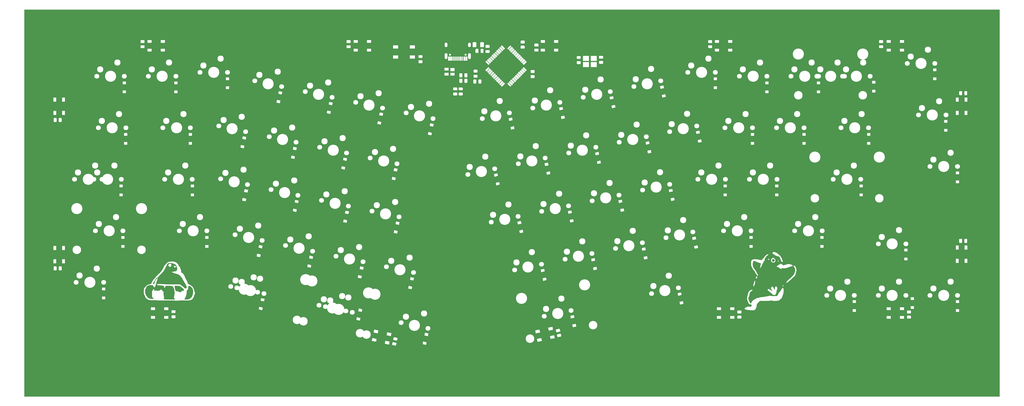
<source format=gbo>
%TF.GenerationSoftware,KiCad,Pcbnew,(5.1.4)-1*%
%TF.CreationDate,2020-09-06T20:16:22+12:00*%
%TF.ProjectId,puffazz-arisu-v2,70756666-617a-47a2-9d61-726973752d76,rev?*%
%TF.SameCoordinates,Original*%
%TF.FileFunction,Legend,Bot*%
%TF.FilePolarity,Positive*%
%FSLAX46Y46*%
G04 Gerber Fmt 4.6, Leading zero omitted, Abs format (unit mm)*
G04 Created by KiCad (PCBNEW (5.1.4)-1) date 2020-09-06 20:16:22*
%MOMM*%
%LPD*%
G04 APERTURE LIST*
%ADD10C,0.010000*%
%ADD11C,0.120000*%
%ADD12C,0.150000*%
%ADD13C,2.300000*%
%ADD14C,4.100000*%
%ADD15C,1.800000*%
%ADD16C,3.150000*%
%ADD17R,1.600000X1.100000*%
%ADD18C,0.100000*%
%ADD19C,1.075000*%
%ADD20C,1.100000*%
%ADD21R,2.200000X1.900000*%
%ADD22R,0.700000X1.550000*%
%ADD23R,0.400000X1.550000*%
%ADD24C,0.750000*%
%ADD25O,1.100000X2.200000*%
%ADD26O,1.100000X1.700000*%
%ADD27C,0.650000*%
%ADD28R,1.900000X1.200000*%
%ADD29C,1.350000*%
%ADD30R,1.100000X1.600000*%
%ADD31R,1.300000X1.000000*%
%ADD32C,1.000000*%
%ADD33R,1.500000X1.100000*%
%ADD34R,1.500000X1.300000*%
G04 APERTURE END LIST*
D10*
%TO.C,G\002A\002A\002A*%
G36*
X385360333Y-39835666D02*
G01*
X25357667Y-39835666D01*
X25357667Y-182837666D01*
X385360333Y-182837666D01*
X385360333Y-39835666D01*
X385360333Y-39835666D01*
G37*
X385360333Y-39835666D02*
X25357667Y-39835666D01*
X25357667Y-182837666D01*
X385360333Y-182837666D01*
X385360333Y-39835666D01*
D11*
%TO.C,D79*%
X78961000Y-149269000D02*
X78961000Y-150419000D01*
X71661000Y-149269000D02*
X78961000Y-149269000D01*
X71661000Y-154769000D02*
X78961000Y-154769000D01*
%TO.C,C18*%
X79681000Y-152737078D02*
X79681000Y-152219922D01*
X81101000Y-152737078D02*
X81101000Y-152219922D01*
%TO.C,D77*%
X220549482Y-156444216D02*
X220788580Y-157569086D01*
X213409004Y-157961972D02*
X220549482Y-156444216D01*
X214552518Y-163341784D02*
X221692996Y-161824028D01*
%TO.C,Y1*%
X236835000Y-61298000D02*
X231435000Y-61298000D01*
X236835000Y-56798000D02*
X236835000Y-61298000D01*
D12*
%TO.C,U1*%
X196288031Y-60299414D02*
X195386470Y-59397852D01*
X203200000Y-68024555D02*
X202722703Y-67547258D01*
X210518555Y-60706000D02*
X210041258Y-60228703D01*
X203200000Y-53387445D02*
X203677297Y-53864742D01*
X195881445Y-60706000D02*
X196358742Y-61183297D01*
X203200000Y-53387445D02*
X202722703Y-53864742D01*
X210518555Y-60706000D02*
X210041258Y-61183297D01*
X203200000Y-68024555D02*
X203677297Y-67547258D01*
X195881445Y-60706000D02*
X196288031Y-60299414D01*
D11*
%TO.C,SW1*%
X164031000Y-58219000D02*
X163541000Y-57729000D01*
X166931000Y-58219000D02*
X164031000Y-58219000D01*
X166931000Y-58219000D02*
X167421000Y-57729000D01*
X166931000Y-52779000D02*
X164031000Y-52779000D01*
X166931000Y-52779000D02*
X167421000Y-53269000D01*
X162761000Y-56539000D02*
X162761000Y-54459000D01*
X164031000Y-52779000D02*
X163541000Y-53269000D01*
X168201000Y-56539000D02*
X168201000Y-54459000D01*
%TO.C,R6*%
X187144922Y-65457000D02*
X187662078Y-65457000D01*
X187144922Y-66877000D02*
X187662078Y-66877000D01*
%TO.C,R5*%
X187144922Y-63425000D02*
X187662078Y-63425000D01*
X187144922Y-64845000D02*
X187662078Y-64845000D01*
%TO.C,R4*%
X187146000Y-69845422D02*
X187146000Y-70362578D01*
X185726000Y-69845422D02*
X185726000Y-70362578D01*
%TO.C,R3*%
X185114000Y-69845422D02*
X185114000Y-70362578D01*
X183694000Y-69845422D02*
X183694000Y-70362578D01*
%TO.C,R2*%
X192321922Y-65711000D02*
X192839078Y-65711000D01*
X192321922Y-67131000D02*
X192839078Y-67131000D01*
%TO.C,R1*%
X172287000Y-57907422D02*
X172287000Y-58424578D01*
X170867000Y-57907422D02*
X170867000Y-58424578D01*
%TO.C,F1*%
X193512064Y-53742000D02*
X192307936Y-53742000D01*
X193512064Y-51922000D02*
X192307936Y-51922000D01*
%TO.C,D82*%
X70391000Y-55963000D02*
X70391000Y-54813000D01*
X77691000Y-55963000D02*
X70391000Y-55963000D01*
X77691000Y-50463000D02*
X70391000Y-50463000D01*
%TO.C,D81*%
X40977000Y-79215000D02*
X39827000Y-79215000D01*
X40977000Y-71915000D02*
X40977000Y-79215000D01*
X35477000Y-71915000D02*
X35477000Y-79215000D01*
%TO.C,D80*%
X40977000Y-134079000D02*
X39827000Y-134079000D01*
X40977000Y-126779000D02*
X40977000Y-134079000D01*
X35477000Y-126779000D02*
X35477000Y-134079000D01*
%TO.C,D78*%
X161367996Y-158977972D02*
X161128897Y-160102842D01*
X154227518Y-157460216D02*
X161367996Y-158977972D01*
X153084004Y-162840028D02*
X160224482Y-164357784D01*
%TO.C,D76*%
X287876000Y-149269000D02*
X287876000Y-150419000D01*
X280576000Y-149269000D02*
X287876000Y-149269000D01*
X280576000Y-154769000D02*
X287876000Y-154769000D01*
%TO.C,D75*%
X350524000Y-149269000D02*
X350524000Y-150419000D01*
X343224000Y-149269000D02*
X350524000Y-149269000D01*
X343224000Y-154769000D02*
X350524000Y-154769000D01*
%TO.C,D74*%
X368598000Y-126652000D02*
X369748000Y-126652000D01*
X368598000Y-133952000D02*
X368598000Y-126652000D01*
X374098000Y-133952000D02*
X374098000Y-126652000D01*
%TO.C,D73*%
X368598000Y-71915000D02*
X369748000Y-71915000D01*
X368598000Y-79215000D02*
X368598000Y-71915000D01*
X374098000Y-79215000D02*
X374098000Y-71915000D01*
%TO.C,D72*%
X343224000Y-55963000D02*
X343224000Y-54813000D01*
X350524000Y-55963000D02*
X343224000Y-55963000D01*
X350524000Y-50463000D02*
X343224000Y-50463000D01*
%TO.C,D71*%
X279814000Y-55963000D02*
X279814000Y-54813000D01*
X287114000Y-55963000D02*
X279814000Y-55963000D01*
X287114000Y-50463000D02*
X279814000Y-50463000D01*
%TO.C,D70*%
X215552000Y-55963000D02*
X215552000Y-54813000D01*
X222852000Y-55963000D02*
X215552000Y-55963000D01*
X222852000Y-50463000D02*
X215552000Y-50463000D01*
%TO.C,D69*%
X146464000Y-55963000D02*
X146464000Y-54813000D01*
X153764000Y-55963000D02*
X146464000Y-55963000D01*
X153764000Y-50463000D02*
X146464000Y-50463000D01*
%TO.C,D68*%
X370824000Y-151730000D02*
X370824000Y-147830000D01*
X368824000Y-151730000D02*
X368824000Y-147830000D01*
X370824000Y-151730000D02*
X368824000Y-151730000D01*
%TO.C,D67*%
X354187000Y-150585000D02*
X354187000Y-146685000D01*
X352187000Y-150585000D02*
X352187000Y-146685000D01*
X354187000Y-150585000D02*
X352187000Y-150585000D01*
%TO.C,D66*%
X332724000Y-151728000D02*
X332724000Y-147828000D01*
X330724000Y-151728000D02*
X330724000Y-147828000D01*
X332724000Y-151728000D02*
X330724000Y-151728000D01*
%TO.C,D65*%
X229448895Y-157022864D02*
X228638039Y-153208089D01*
X227492600Y-157438688D02*
X226681744Y-153623912D01*
X229448895Y-157022864D02*
X227492600Y-157438688D01*
%TO.C,D64*%
X173954400Y-163989800D02*
X174765256Y-160175024D01*
X171998105Y-163573976D02*
X172808961Y-159759201D01*
X173954400Y-163989800D02*
X171998105Y-163573976D01*
%TO.C,D63*%
X269034949Y-148640864D02*
X268224093Y-144826089D01*
X267078654Y-149056688D02*
X266267798Y-145241912D01*
X269034949Y-148640864D02*
X267078654Y-149056688D01*
%TO.C,D62*%
X149519292Y-155025688D02*
X150330148Y-151210912D01*
X147562997Y-154609864D02*
X148373853Y-150795089D01*
X149519292Y-155025688D02*
X147562997Y-154609864D01*
%TO.C,D61*%
X113451292Y-151162800D02*
X114262148Y-147348024D01*
X111494997Y-150746976D02*
X112305853Y-146932201D01*
X113451292Y-151162800D02*
X111494997Y-150746976D01*
%TO.C,D60*%
X55610000Y-147029000D02*
X55610000Y-143129000D01*
X53610000Y-147029000D02*
X53610000Y-143129000D01*
X55610000Y-147029000D02*
X53610000Y-147029000D01*
%TO.C,D59*%
X351774000Y-132679000D02*
X351774000Y-128779000D01*
X349774000Y-132679000D02*
X349774000Y-128779000D01*
X351774000Y-132679000D02*
X349774000Y-132679000D01*
%TO.C,D58*%
X320786000Y-127980000D02*
X320786000Y-124080000D01*
X318786000Y-127980000D02*
X318786000Y-124080000D01*
X320786000Y-127980000D02*
X318786000Y-127980000D01*
%TO.C,D57*%
X274406895Y-128013976D02*
X273596039Y-124199201D01*
X272450600Y-128429800D02*
X271639744Y-124615024D01*
X274406895Y-128013976D02*
X272450600Y-128429800D01*
%TO.C,D56*%
X237120003Y-135940864D02*
X236309147Y-132126089D01*
X235163708Y-136356688D02*
X234352852Y-132541912D01*
X237120003Y-135940864D02*
X235163708Y-136356688D01*
%TO.C,D55*%
X168620400Y-143415800D02*
X169431256Y-139601024D01*
X166664105Y-142999976D02*
X167474961Y-139185201D01*
X168620400Y-143415800D02*
X166664105Y-142999976D01*
%TO.C,D54*%
X131358292Y-135467688D02*
X132169148Y-131652912D01*
X129401997Y-135051864D02*
X130212853Y-131237089D01*
X131358292Y-135467688D02*
X129401997Y-135051864D01*
%TO.C,D53*%
X93710000Y-127980000D02*
X93710000Y-124080000D01*
X91710000Y-127980000D02*
X91710000Y-124080000D01*
X93710000Y-127980000D02*
X91710000Y-127980000D01*
%TO.C,D52*%
X294624000Y-127979000D02*
X294624000Y-124079000D01*
X292624000Y-127979000D02*
X292624000Y-124079000D01*
X294624000Y-127979000D02*
X292624000Y-127979000D01*
%TO.C,D51*%
X255789003Y-132003864D02*
X254978147Y-128189089D01*
X253832708Y-132419688D02*
X253021852Y-128604912D01*
X255789003Y-132003864D02*
X253832708Y-132419688D01*
%TO.C,D50*%
X218488949Y-139914920D02*
X217678093Y-136100145D01*
X216532654Y-140330744D02*
X215721798Y-136515968D01*
X218488949Y-139914920D02*
X216532654Y-140330744D01*
%TO.C,D49*%
X150027292Y-139441744D02*
X150838148Y-135626968D01*
X148070997Y-139025920D02*
X148881853Y-135211145D01*
X150027292Y-139441744D02*
X148070997Y-139025920D01*
%TO.C,D48*%
X112689292Y-131530688D02*
X113500148Y-127715912D01*
X110732997Y-131114864D02*
X111543853Y-127300089D01*
X112689292Y-131530688D02*
X110732997Y-131114864D01*
%TO.C,D47*%
X62722000Y-127980000D02*
X62722000Y-124080000D01*
X60722000Y-127980000D02*
X60722000Y-124080000D01*
X62722000Y-127980000D02*
X60722000Y-127980000D01*
%TO.C,D46*%
X370824000Y-104105000D02*
X370824000Y-100205000D01*
X368824000Y-104105000D02*
X368824000Y-100205000D01*
X370824000Y-104105000D02*
X368824000Y-104105000D01*
%TO.C,D45*%
X335264000Y-108930000D02*
X335264000Y-105030000D01*
X333264000Y-108930000D02*
X333264000Y-105030000D01*
X335264000Y-108930000D02*
X333264000Y-108930000D01*
%TO.C,D44*%
X304149000Y-108930000D02*
X304149000Y-105030000D01*
X302149000Y-108930000D02*
X302149000Y-105030000D01*
X304149000Y-108930000D02*
X302149000Y-108930000D01*
%TO.C,D43*%
X265770895Y-110360976D02*
X264960039Y-106546201D01*
X263814600Y-110776800D02*
X263003744Y-106962024D01*
X265770895Y-110360976D02*
X263814600Y-110776800D01*
%TO.C,D42*%
X228521949Y-118324920D02*
X227711093Y-114510145D01*
X226565654Y-118740744D02*
X225754798Y-114925968D01*
X228521949Y-118324920D02*
X226565654Y-118740744D01*
%TO.C,D41*%
X163286400Y-122841800D02*
X164097256Y-119027024D01*
X161330105Y-122425976D02*
X162140961Y-118611201D01*
X163286400Y-122841800D02*
X161330105Y-122425976D01*
%TO.C,D40*%
X126024292Y-114840800D02*
X126835148Y-111026024D01*
X124067997Y-114424976D02*
X124878853Y-110610201D01*
X126024292Y-114840800D02*
X124067997Y-114424976D01*
%TO.C,D39*%
X88376000Y-108930000D02*
X88376000Y-105030000D01*
X86376000Y-108930000D02*
X86376000Y-105030000D01*
X88376000Y-108930000D02*
X86376000Y-108930000D01*
%TO.C,D38*%
X285099000Y-108930000D02*
X285099000Y-105030000D01*
X283099000Y-108930000D02*
X283099000Y-105030000D01*
X285099000Y-108930000D02*
X283099000Y-108930000D01*
%TO.C,D37*%
X247153003Y-114350864D02*
X246342147Y-110536089D01*
X245196708Y-114766688D02*
X244385852Y-110951912D01*
X247153003Y-114350864D02*
X245196708Y-114766688D01*
%TO.C,D36*%
X209890895Y-122261920D02*
X209080039Y-118447145D01*
X207934600Y-122677744D02*
X207123744Y-118862968D01*
X209890895Y-122261920D02*
X207934600Y-122677744D01*
%TO.C,D35*%
X144617400Y-118867744D02*
X145428256Y-115052968D01*
X142661105Y-118451920D02*
X143471961Y-114637145D01*
X144617400Y-118867744D02*
X142661105Y-118451920D01*
%TO.C,D34*%
X107355292Y-110903800D02*
X108166148Y-107089024D01*
X105398997Y-110487976D02*
X106209853Y-106673201D01*
X107355292Y-110903800D02*
X105398997Y-110487976D01*
%TO.C,D33*%
X62087000Y-108930000D02*
X62087000Y-105030000D01*
X60087000Y-108930000D02*
X60087000Y-105030000D01*
X62087000Y-108930000D02*
X60087000Y-108930000D01*
%TO.C,D32*%
X338058000Y-89879000D02*
X338058000Y-85979000D01*
X336058000Y-89879000D02*
X336058000Y-85979000D01*
X338058000Y-89879000D02*
X336058000Y-89879000D01*
%TO.C,D31*%
X295132000Y-89880000D02*
X295132000Y-85980000D01*
X293132000Y-89880000D02*
X293132000Y-85980000D01*
X295132000Y-89880000D02*
X293132000Y-89880000D01*
%TO.C,D30*%
X257186003Y-92760864D02*
X256375147Y-88946089D01*
X255229708Y-93176688D02*
X254418852Y-89361912D01*
X257186003Y-92760864D02*
X255229708Y-93176688D01*
%TO.C,D29*%
X219885949Y-100671920D02*
X219075093Y-96857145D01*
X217929654Y-101087744D02*
X217118798Y-97272968D01*
X219885949Y-100671920D02*
X217929654Y-101087744D01*
%TO.C,D28*%
X162562346Y-103119744D02*
X163373202Y-99304968D01*
X160606051Y-102703920D02*
X161416907Y-98889145D01*
X162562346Y-103119744D02*
X160606051Y-102703920D01*
%TO.C,D27*%
X125351346Y-95245744D02*
X126162202Y-91430968D01*
X123395051Y-94829920D02*
X124205907Y-91015145D01*
X125351346Y-95245744D02*
X123395051Y-94829920D01*
%TO.C,D26*%
X87614000Y-89880000D02*
X87614000Y-85980000D01*
X85614000Y-89880000D02*
X85614000Y-85980000D01*
X87614000Y-89880000D02*
X85614000Y-89880000D01*
%TO.C,D25*%
X366506000Y-85054000D02*
X366506000Y-81154000D01*
X364506000Y-85054000D02*
X364506000Y-81154000D01*
X366506000Y-85054000D02*
X364506000Y-85054000D01*
%TO.C,D24*%
X314182000Y-89880000D02*
X314182000Y-85980000D01*
X312182000Y-89880000D02*
X312182000Y-85980000D01*
X314182000Y-89880000D02*
X312182000Y-89880000D01*
%TO.C,D23*%
X275765949Y-88823864D02*
X274955093Y-85009089D01*
X273809654Y-89239688D02*
X272998798Y-85424912D01*
X275765949Y-88823864D02*
X273809654Y-89239688D01*
%TO.C,D22*%
X238554949Y-96697864D02*
X237744093Y-92883089D01*
X236598654Y-97113688D02*
X235787798Y-93298912D01*
X238554949Y-96697864D02*
X236598654Y-97113688D01*
%TO.C,D21*%
X201216949Y-104608920D02*
X200406093Y-100794145D01*
X199260654Y-105024744D02*
X198449798Y-101209968D01*
X201216949Y-104608920D02*
X199260654Y-105024744D01*
%TO.C,D20*%
X143893346Y-99182744D02*
X144704202Y-95367968D01*
X141937051Y-98766920D02*
X142747907Y-94952145D01*
X143893346Y-99182744D02*
X141937051Y-98766920D01*
%TO.C,D19*%
X106682346Y-91308744D02*
X107493202Y-87493968D01*
X104726051Y-90892920D02*
X105536907Y-87078145D01*
X106682346Y-91308744D02*
X104726051Y-90892920D01*
%TO.C,D18*%
X63738000Y-89880000D02*
X63738000Y-85980000D01*
X61738000Y-89880000D02*
X61738000Y-85980000D01*
X63738000Y-89880000D02*
X61738000Y-89880000D01*
%TO.C,D17*%
X362442000Y-66005000D02*
X362442000Y-62105000D01*
X360442000Y-66005000D02*
X360442000Y-62105000D01*
X362442000Y-66005000D02*
X360442000Y-66005000D01*
%TO.C,D16*%
X319516000Y-70829000D02*
X319516000Y-66929000D01*
X317516000Y-70829000D02*
X317516000Y-66929000D01*
X319516000Y-70829000D02*
X317516000Y-70829000D01*
%TO.C,D15*%
X281416000Y-69307000D02*
X281416000Y-65407000D01*
X279416000Y-69307000D02*
X279416000Y-65407000D01*
X281416000Y-69307000D02*
X279416000Y-69307000D01*
%TO.C,D14*%
X243926895Y-76070976D02*
X243116039Y-72256201D01*
X241970600Y-76486800D02*
X241159744Y-72672024D01*
X243926895Y-76070976D02*
X241970600Y-76486800D01*
%TO.C,D13*%
X206640003Y-83997864D02*
X205829147Y-80183089D01*
X204683708Y-84413688D02*
X203872852Y-80598912D01*
X206640003Y-83997864D02*
X204683708Y-84413688D01*
%TO.C,D12*%
X157228346Y-82545744D02*
X158039202Y-78730968D01*
X155272051Y-82129920D02*
X156082907Y-78315145D01*
X157228346Y-82545744D02*
X155272051Y-82129920D01*
%TO.C,D11*%
X119979400Y-74634688D02*
X120790256Y-70819912D01*
X118023105Y-74218864D02*
X118833961Y-70404089D01*
X119979400Y-74634688D02*
X118023105Y-74218864D01*
%TO.C,D10*%
X82280000Y-70830000D02*
X82280000Y-66930000D01*
X80280000Y-70830000D02*
X80280000Y-66930000D01*
X82280000Y-70830000D02*
X80280000Y-70830000D01*
%TO.C,D9*%
X339963000Y-70575000D02*
X339963000Y-66675000D01*
X337963000Y-70575000D02*
X337963000Y-66675000D01*
X339963000Y-70575000D02*
X337963000Y-70575000D01*
%TO.C,D8*%
X300466000Y-70831000D02*
X300466000Y-66931000D01*
X298466000Y-70831000D02*
X298466000Y-66931000D01*
X300466000Y-70831000D02*
X298466000Y-70831000D01*
%TO.C,D7*%
X262520003Y-72133976D02*
X261709147Y-68319201D01*
X260563708Y-72549800D02*
X259752852Y-68735024D01*
X262520003Y-72133976D02*
X260563708Y-72549800D01*
%TO.C,D6*%
X225257895Y-80060864D02*
X224447039Y-76246089D01*
X223301600Y-80476688D02*
X222490744Y-76661912D01*
X225257895Y-80060864D02*
X223301600Y-80476688D01*
%TO.C,D5*%
X175897346Y-86519800D02*
X176708202Y-82705024D01*
X173941051Y-86103976D02*
X174751907Y-82289201D01*
X175897346Y-86519800D02*
X173941051Y-86103976D01*
%TO.C,D4*%
X138597292Y-78608744D02*
X139408148Y-74793968D01*
X136640997Y-78192920D02*
X137451853Y-74378145D01*
X138597292Y-78608744D02*
X136640997Y-78192920D01*
%TO.C,D3*%
X101330000Y-69306000D02*
X101330000Y-65406000D01*
X99330000Y-69306000D02*
X99330000Y-65406000D01*
X101330000Y-69306000D02*
X99330000Y-69306000D01*
%TO.C,D2*%
X63230000Y-70830000D02*
X63230000Y-66930000D01*
X61230000Y-70830000D02*
X61230000Y-66930000D01*
X63230000Y-70830000D02*
X61230000Y-70830000D01*
%TO.C,D1*%
X181129000Y-61249000D02*
X184079000Y-61249000D01*
X183529000Y-64349000D02*
X181129000Y-64349000D01*
%TO.C,C21*%
X69671000Y-52367922D02*
X69671000Y-52885078D01*
X68251000Y-52367922D02*
X68251000Y-52885078D01*
%TO.C,C20*%
X37381922Y-79935000D02*
X37899078Y-79935000D01*
X37381922Y-81355000D02*
X37899078Y-81355000D01*
%TO.C,C19*%
X37381922Y-134799000D02*
X37899078Y-134799000D01*
X37381922Y-136219000D02*
X37899078Y-136219000D01*
%TO.C,C17*%
X161371671Y-162637297D02*
X161479194Y-162131442D01*
X162760640Y-162932532D02*
X162868163Y-162426677D01*
%TO.C,C16*%
X221922360Y-159813558D02*
X221814837Y-159307703D01*
X223311329Y-159518323D02*
X223203806Y-159012468D01*
%TO.C,C15*%
X288596000Y-152864078D02*
X288596000Y-152346922D01*
X290016000Y-152864078D02*
X290016000Y-152346922D01*
%TO.C,C14*%
X351207000Y-152864078D02*
X351207000Y-152346922D01*
X352627000Y-152864078D02*
X352627000Y-152346922D01*
%TO.C,C13*%
X372193078Y-126059000D02*
X371675922Y-126059000D01*
X372193078Y-124639000D02*
X371675922Y-124639000D01*
%TO.C,C12*%
X372193078Y-71449000D02*
X371675922Y-71449000D01*
X372193078Y-70029000D02*
X371675922Y-70029000D01*
%TO.C,C11*%
X342340000Y-52367922D02*
X342340000Y-52885078D01*
X340920000Y-52367922D02*
X340920000Y-52885078D01*
%TO.C,C10*%
X279221000Y-52367922D02*
X279221000Y-52885078D01*
X277801000Y-52367922D02*
X277801000Y-52885078D01*
%TO.C,C9*%
X215086000Y-53637922D02*
X215086000Y-54155078D01*
X213666000Y-53637922D02*
X213666000Y-54155078D01*
%TO.C,C8*%
X145744000Y-52367922D02*
X145744000Y-52885078D01*
X144324000Y-52367922D02*
X144324000Y-52885078D01*
%TO.C,C7*%
X210006000Y-52524922D02*
X210006000Y-53042078D01*
X208586000Y-52524922D02*
X208586000Y-53042078D01*
%TO.C,C6*%
X192607000Y-63289922D02*
X192607000Y-63807078D01*
X191187000Y-63289922D02*
X191187000Y-63807078D01*
%TO.C,C5*%
X212269000Y-63934078D02*
X212269000Y-63416922D01*
X213689000Y-63934078D02*
X213689000Y-63416922D01*
%TO.C,C4*%
X197052000Y-54145922D02*
X197052000Y-54663078D01*
X195632000Y-54145922D02*
X195632000Y-54663078D01*
%TO.C,C3*%
X193631078Y-55828000D02*
X193113922Y-55828000D01*
X193631078Y-54408000D02*
X193113922Y-54408000D01*
%TO.C,C2*%
X230707000Y-58239922D02*
X230707000Y-58757078D01*
X229287000Y-58239922D02*
X229287000Y-58757078D01*
%TO.C,C1*%
X237542000Y-58678578D02*
X237542000Y-58161422D01*
X238962000Y-58678578D02*
X238962000Y-58161422D01*
%TO.C,D79*%
D12*
X76525285Y-155971380D02*
X76525285Y-154971380D01*
X76287190Y-154971380D01*
X76144333Y-155019000D01*
X76049095Y-155114238D01*
X76001476Y-155209476D01*
X75953857Y-155399952D01*
X75953857Y-155542809D01*
X76001476Y-155733285D01*
X76049095Y-155828523D01*
X76144333Y-155923761D01*
X76287190Y-155971380D01*
X76525285Y-155971380D01*
X75620523Y-154971380D02*
X74953857Y-154971380D01*
X75382428Y-155971380D01*
X74525285Y-155971380D02*
X74334809Y-155971380D01*
X74239571Y-155923761D01*
X74191952Y-155876142D01*
X74096714Y-155733285D01*
X74049095Y-155542809D01*
X74049095Y-155161857D01*
X74096714Y-155066619D01*
X74144333Y-155019000D01*
X74239571Y-154971380D01*
X74430047Y-154971380D01*
X74525285Y-155019000D01*
X74572904Y-155066619D01*
X74620523Y-155161857D01*
X74620523Y-155399952D01*
X74572904Y-155495190D01*
X74525285Y-155542809D01*
X74430047Y-155590428D01*
X74239571Y-155590428D01*
X74144333Y-155542809D01*
X74096714Y-155495190D01*
X74049095Y-155399952D01*
%TO.C,C18*%
X82398142Y-151835642D02*
X82445761Y-151788023D01*
X82493380Y-151645166D01*
X82493380Y-151549928D01*
X82445761Y-151407071D01*
X82350523Y-151311833D01*
X82255285Y-151264214D01*
X82064809Y-151216595D01*
X81921952Y-151216595D01*
X81731476Y-151264214D01*
X81636238Y-151311833D01*
X81541000Y-151407071D01*
X81493380Y-151549928D01*
X81493380Y-151645166D01*
X81541000Y-151788023D01*
X81588619Y-151835642D01*
X82493380Y-152788023D02*
X82493380Y-152216595D01*
X82493380Y-152502309D02*
X81493380Y-152502309D01*
X81636238Y-152407071D01*
X81731476Y-152311833D01*
X81779095Y-152216595D01*
X81921952Y-153359452D02*
X81874333Y-153264214D01*
X81826714Y-153216595D01*
X81731476Y-153168976D01*
X81683857Y-153168976D01*
X81588619Y-153216595D01*
X81541000Y-153264214D01*
X81493380Y-153359452D01*
X81493380Y-153549928D01*
X81541000Y-153645166D01*
X81588619Y-153692785D01*
X81683857Y-153740404D01*
X81731476Y-153740404D01*
X81826714Y-153692785D01*
X81874333Y-153645166D01*
X81921952Y-153549928D01*
X81921952Y-153359452D01*
X81969571Y-153264214D01*
X82017190Y-153216595D01*
X82112428Y-153168976D01*
X82302904Y-153168976D01*
X82398142Y-153216595D01*
X82445761Y-153264214D01*
X82493380Y-153359452D01*
X82493380Y-153549928D01*
X82445761Y-153645166D01*
X82398142Y-153692785D01*
X82302904Y-153740404D01*
X82112428Y-153740404D01*
X82017190Y-153692785D01*
X81969571Y-153645166D01*
X81921952Y-153549928D01*
%TO.C,D77*%
X219560496Y-163506548D02*
X219352585Y-162528400D01*
X219119692Y-162577903D01*
X218989858Y-162654183D01*
X218916502Y-162767141D01*
X218889725Y-162870198D01*
X218882748Y-163066413D01*
X218912450Y-163206148D01*
X218998631Y-163382561D01*
X219065010Y-163465818D01*
X219177968Y-163539174D01*
X219327604Y-163556050D01*
X219560496Y-163506548D01*
X218467594Y-162716511D02*
X217815496Y-162855118D01*
X218442613Y-163744161D01*
X217536025Y-162914522D02*
X216883927Y-163053130D01*
X217511044Y-163942172D01*
%TO.C,Y1*%
X234611190Y-55974190D02*
X234611190Y-56450380D01*
X234944523Y-55450380D02*
X234611190Y-55974190D01*
X234277857Y-55450380D01*
X233420714Y-56450380D02*
X233992142Y-56450380D01*
X233706428Y-56450380D02*
X233706428Y-55450380D01*
X233801666Y-55593238D01*
X233896904Y-55688476D01*
X233992142Y-55736095D01*
%TO.C,USB1*%
X187062095Y-58994380D02*
X187062095Y-59803904D01*
X187014476Y-59899142D01*
X186966857Y-59946761D01*
X186871619Y-59994380D01*
X186681142Y-59994380D01*
X186585904Y-59946761D01*
X186538285Y-59899142D01*
X186490666Y-59803904D01*
X186490666Y-58994380D01*
X186062095Y-59946761D02*
X185919238Y-59994380D01*
X185681142Y-59994380D01*
X185585904Y-59946761D01*
X185538285Y-59899142D01*
X185490666Y-59803904D01*
X185490666Y-59708666D01*
X185538285Y-59613428D01*
X185585904Y-59565809D01*
X185681142Y-59518190D01*
X185871619Y-59470571D01*
X185966857Y-59422952D01*
X186014476Y-59375333D01*
X186062095Y-59280095D01*
X186062095Y-59184857D01*
X186014476Y-59089619D01*
X185966857Y-59042000D01*
X185871619Y-58994380D01*
X185633523Y-58994380D01*
X185490666Y-59042000D01*
X184728761Y-59470571D02*
X184585904Y-59518190D01*
X184538285Y-59565809D01*
X184490666Y-59661047D01*
X184490666Y-59803904D01*
X184538285Y-59899142D01*
X184585904Y-59946761D01*
X184681142Y-59994380D01*
X185062095Y-59994380D01*
X185062095Y-58994380D01*
X184728761Y-58994380D01*
X184633523Y-59042000D01*
X184585904Y-59089619D01*
X184538285Y-59184857D01*
X184538285Y-59280095D01*
X184585904Y-59375333D01*
X184633523Y-59422952D01*
X184728761Y-59470571D01*
X185062095Y-59470571D01*
X183538285Y-59994380D02*
X184109714Y-59994380D01*
X183824000Y-59994380D02*
X183824000Y-58994380D01*
X183919238Y-59137238D01*
X184014476Y-59232476D01*
X184109714Y-59280095D01*
%TO.C,U1*%
X198858027Y-66125468D02*
X198285607Y-66697888D01*
X198184592Y-66731560D01*
X198117248Y-66731560D01*
X198016233Y-66697888D01*
X197881546Y-66563201D01*
X197847874Y-66462186D01*
X197847874Y-66394842D01*
X197881546Y-66293827D01*
X198453966Y-65721407D01*
X197039752Y-65721407D02*
X197443813Y-66125468D01*
X197241783Y-65923438D02*
X197948889Y-65216331D01*
X197915218Y-65384690D01*
X197915218Y-65519377D01*
X197948889Y-65620392D01*
%TO.C,SW1*%
X166814333Y-52303761D02*
X166671476Y-52351380D01*
X166433380Y-52351380D01*
X166338142Y-52303761D01*
X166290523Y-52256142D01*
X166242904Y-52160904D01*
X166242904Y-52065666D01*
X166290523Y-51970428D01*
X166338142Y-51922809D01*
X166433380Y-51875190D01*
X166623857Y-51827571D01*
X166719095Y-51779952D01*
X166766714Y-51732333D01*
X166814333Y-51637095D01*
X166814333Y-51541857D01*
X166766714Y-51446619D01*
X166719095Y-51399000D01*
X166623857Y-51351380D01*
X166385761Y-51351380D01*
X166242904Y-51399000D01*
X165909571Y-51351380D02*
X165671476Y-52351380D01*
X165481000Y-51637095D01*
X165290523Y-52351380D01*
X165052428Y-51351380D01*
X164147666Y-52351380D02*
X164719095Y-52351380D01*
X164433380Y-52351380D02*
X164433380Y-51351380D01*
X164528619Y-51494238D01*
X164623857Y-51589476D01*
X164719095Y-51637095D01*
%TO.C,R6*%
X187570166Y-68269380D02*
X187903500Y-67793190D01*
X188141595Y-68269380D02*
X188141595Y-67269380D01*
X187760642Y-67269380D01*
X187665404Y-67317000D01*
X187617785Y-67364619D01*
X187570166Y-67459857D01*
X187570166Y-67602714D01*
X187617785Y-67697952D01*
X187665404Y-67745571D01*
X187760642Y-67793190D01*
X188141595Y-67793190D01*
X186713023Y-67269380D02*
X186903500Y-67269380D01*
X186998738Y-67317000D01*
X187046357Y-67364619D01*
X187141595Y-67507476D01*
X187189214Y-67697952D01*
X187189214Y-68078904D01*
X187141595Y-68174142D01*
X187093976Y-68221761D01*
X186998738Y-68269380D01*
X186808261Y-68269380D01*
X186713023Y-68221761D01*
X186665404Y-68174142D01*
X186617785Y-68078904D01*
X186617785Y-67840809D01*
X186665404Y-67745571D01*
X186713023Y-67697952D01*
X186808261Y-67650333D01*
X186998738Y-67650333D01*
X187093976Y-67697952D01*
X187141595Y-67745571D01*
X187189214Y-67840809D01*
%TO.C,R5*%
X187570166Y-66237380D02*
X187903500Y-65761190D01*
X188141595Y-66237380D02*
X188141595Y-65237380D01*
X187760642Y-65237380D01*
X187665404Y-65285000D01*
X187617785Y-65332619D01*
X187570166Y-65427857D01*
X187570166Y-65570714D01*
X187617785Y-65665952D01*
X187665404Y-65713571D01*
X187760642Y-65761190D01*
X188141595Y-65761190D01*
X186665404Y-65237380D02*
X187141595Y-65237380D01*
X187189214Y-65713571D01*
X187141595Y-65665952D01*
X187046357Y-65618333D01*
X186808261Y-65618333D01*
X186713023Y-65665952D01*
X186665404Y-65713571D01*
X186617785Y-65808809D01*
X186617785Y-66046904D01*
X186665404Y-66142142D01*
X186713023Y-66189761D01*
X186808261Y-66237380D01*
X187046357Y-66237380D01*
X187141595Y-66189761D01*
X187189214Y-66142142D01*
%TO.C,R4*%
X185238380Y-69937333D02*
X184762190Y-69604000D01*
X185238380Y-69365904D02*
X184238380Y-69365904D01*
X184238380Y-69746857D01*
X184286000Y-69842095D01*
X184333619Y-69889714D01*
X184428857Y-69937333D01*
X184571714Y-69937333D01*
X184666952Y-69889714D01*
X184714571Y-69842095D01*
X184762190Y-69746857D01*
X184762190Y-69365904D01*
X184571714Y-70794476D02*
X185238380Y-70794476D01*
X184190761Y-70556380D02*
X184905047Y-70318285D01*
X184905047Y-70937333D01*
%TO.C,R3*%
X183206380Y-69937333D02*
X182730190Y-69604000D01*
X183206380Y-69365904D02*
X182206380Y-69365904D01*
X182206380Y-69746857D01*
X182254000Y-69842095D01*
X182301619Y-69889714D01*
X182396857Y-69937333D01*
X182539714Y-69937333D01*
X182634952Y-69889714D01*
X182682571Y-69842095D01*
X182730190Y-69746857D01*
X182730190Y-69365904D01*
X182206380Y-70270666D02*
X182206380Y-70889714D01*
X182587333Y-70556380D01*
X182587333Y-70699238D01*
X182634952Y-70794476D01*
X182682571Y-70842095D01*
X182777809Y-70889714D01*
X183015904Y-70889714D01*
X183111142Y-70842095D01*
X183158761Y-70794476D01*
X183206380Y-70699238D01*
X183206380Y-70413523D01*
X183158761Y-70318285D01*
X183111142Y-70270666D01*
%TO.C,R2*%
X192747166Y-68523380D02*
X193080500Y-68047190D01*
X193318595Y-68523380D02*
X193318595Y-67523380D01*
X192937642Y-67523380D01*
X192842404Y-67571000D01*
X192794785Y-67618619D01*
X192747166Y-67713857D01*
X192747166Y-67856714D01*
X192794785Y-67951952D01*
X192842404Y-67999571D01*
X192937642Y-68047190D01*
X193318595Y-68047190D01*
X192366214Y-67618619D02*
X192318595Y-67571000D01*
X192223357Y-67523380D01*
X191985261Y-67523380D01*
X191890023Y-67571000D01*
X191842404Y-67618619D01*
X191794785Y-67713857D01*
X191794785Y-67809095D01*
X191842404Y-67951952D01*
X192413833Y-68523380D01*
X191794785Y-68523380D01*
%TO.C,R1*%
X170379380Y-57999333D02*
X169903190Y-57666000D01*
X170379380Y-57427904D02*
X169379380Y-57427904D01*
X169379380Y-57808857D01*
X169427000Y-57904095D01*
X169474619Y-57951714D01*
X169569857Y-57999333D01*
X169712714Y-57999333D01*
X169807952Y-57951714D01*
X169855571Y-57904095D01*
X169903190Y-57808857D01*
X169903190Y-57427904D01*
X170379380Y-58951714D02*
X170379380Y-58380285D01*
X170379380Y-58666000D02*
X169379380Y-58666000D01*
X169522238Y-58570761D01*
X169617476Y-58475523D01*
X169665095Y-58380285D01*
%TO.C,F1*%
X193243333Y-50940571D02*
X193576666Y-50940571D01*
X193576666Y-51464380D02*
X193576666Y-50464380D01*
X193100476Y-50464380D01*
X192195714Y-51464380D02*
X192767142Y-51464380D01*
X192481428Y-51464380D02*
X192481428Y-50464380D01*
X192576666Y-50607238D01*
X192671904Y-50702476D01*
X192767142Y-50750095D01*
%TO.C,D82*%
X75255285Y-50165380D02*
X75255285Y-49165380D01*
X75017190Y-49165380D01*
X74874333Y-49213000D01*
X74779095Y-49308238D01*
X74731476Y-49403476D01*
X74683857Y-49593952D01*
X74683857Y-49736809D01*
X74731476Y-49927285D01*
X74779095Y-50022523D01*
X74874333Y-50117761D01*
X75017190Y-50165380D01*
X75255285Y-50165380D01*
X74112428Y-49593952D02*
X74207666Y-49546333D01*
X74255285Y-49498714D01*
X74302904Y-49403476D01*
X74302904Y-49355857D01*
X74255285Y-49260619D01*
X74207666Y-49213000D01*
X74112428Y-49165380D01*
X73921952Y-49165380D01*
X73826714Y-49213000D01*
X73779095Y-49260619D01*
X73731476Y-49355857D01*
X73731476Y-49403476D01*
X73779095Y-49498714D01*
X73826714Y-49546333D01*
X73921952Y-49593952D01*
X74112428Y-49593952D01*
X74207666Y-49641571D01*
X74255285Y-49689190D01*
X74302904Y-49784428D01*
X74302904Y-49974904D01*
X74255285Y-50070142D01*
X74207666Y-50117761D01*
X74112428Y-50165380D01*
X73921952Y-50165380D01*
X73826714Y-50117761D01*
X73779095Y-50070142D01*
X73731476Y-49974904D01*
X73731476Y-49784428D01*
X73779095Y-49689190D01*
X73826714Y-49641571D01*
X73921952Y-49593952D01*
X73350523Y-49260619D02*
X73302904Y-49213000D01*
X73207666Y-49165380D01*
X72969571Y-49165380D01*
X72874333Y-49213000D01*
X72826714Y-49260619D01*
X72779095Y-49355857D01*
X72779095Y-49451095D01*
X72826714Y-49593952D01*
X73398142Y-50165380D01*
X72779095Y-50165380D01*
%TO.C,D81*%
X35179380Y-74350714D02*
X34179380Y-74350714D01*
X34179380Y-74588809D01*
X34227000Y-74731666D01*
X34322238Y-74826904D01*
X34417476Y-74874523D01*
X34607952Y-74922142D01*
X34750809Y-74922142D01*
X34941285Y-74874523D01*
X35036523Y-74826904D01*
X35131761Y-74731666D01*
X35179380Y-74588809D01*
X35179380Y-74350714D01*
X34607952Y-75493571D02*
X34560333Y-75398333D01*
X34512714Y-75350714D01*
X34417476Y-75303095D01*
X34369857Y-75303095D01*
X34274619Y-75350714D01*
X34227000Y-75398333D01*
X34179380Y-75493571D01*
X34179380Y-75684047D01*
X34227000Y-75779285D01*
X34274619Y-75826904D01*
X34369857Y-75874523D01*
X34417476Y-75874523D01*
X34512714Y-75826904D01*
X34560333Y-75779285D01*
X34607952Y-75684047D01*
X34607952Y-75493571D01*
X34655571Y-75398333D01*
X34703190Y-75350714D01*
X34798428Y-75303095D01*
X34988904Y-75303095D01*
X35084142Y-75350714D01*
X35131761Y-75398333D01*
X35179380Y-75493571D01*
X35179380Y-75684047D01*
X35131761Y-75779285D01*
X35084142Y-75826904D01*
X34988904Y-75874523D01*
X34798428Y-75874523D01*
X34703190Y-75826904D01*
X34655571Y-75779285D01*
X34607952Y-75684047D01*
X35179380Y-76826904D02*
X35179380Y-76255476D01*
X35179380Y-76541190D02*
X34179380Y-76541190D01*
X34322238Y-76445952D01*
X34417476Y-76350714D01*
X34465095Y-76255476D01*
%TO.C,D80*%
X35179380Y-129214714D02*
X34179380Y-129214714D01*
X34179380Y-129452809D01*
X34227000Y-129595666D01*
X34322238Y-129690904D01*
X34417476Y-129738523D01*
X34607952Y-129786142D01*
X34750809Y-129786142D01*
X34941285Y-129738523D01*
X35036523Y-129690904D01*
X35131761Y-129595666D01*
X35179380Y-129452809D01*
X35179380Y-129214714D01*
X34607952Y-130357571D02*
X34560333Y-130262333D01*
X34512714Y-130214714D01*
X34417476Y-130167095D01*
X34369857Y-130167095D01*
X34274619Y-130214714D01*
X34227000Y-130262333D01*
X34179380Y-130357571D01*
X34179380Y-130548047D01*
X34227000Y-130643285D01*
X34274619Y-130690904D01*
X34369857Y-130738523D01*
X34417476Y-130738523D01*
X34512714Y-130690904D01*
X34560333Y-130643285D01*
X34607952Y-130548047D01*
X34607952Y-130357571D01*
X34655571Y-130262333D01*
X34703190Y-130214714D01*
X34798428Y-130167095D01*
X34988904Y-130167095D01*
X35084142Y-130214714D01*
X35131761Y-130262333D01*
X35179380Y-130357571D01*
X35179380Y-130548047D01*
X35131761Y-130643285D01*
X35084142Y-130690904D01*
X34988904Y-130738523D01*
X34798428Y-130738523D01*
X34703190Y-130690904D01*
X34655571Y-130643285D01*
X34607952Y-130548047D01*
X34179380Y-131357571D02*
X34179380Y-131452809D01*
X34227000Y-131548047D01*
X34274619Y-131595666D01*
X34369857Y-131643285D01*
X34560333Y-131690904D01*
X34798428Y-131690904D01*
X34988904Y-131643285D01*
X35084142Y-131595666D01*
X35131761Y-131548047D01*
X35179380Y-131452809D01*
X35179380Y-131357571D01*
X35131761Y-131262333D01*
X35084142Y-131214714D01*
X34988904Y-131167095D01*
X34798428Y-131119476D01*
X34560333Y-131119476D01*
X34369857Y-131167095D01*
X34274619Y-131214714D01*
X34227000Y-131262333D01*
X34179380Y-131357571D01*
%TO.C,D78*%
X157592004Y-165027476D02*
X157799916Y-164049328D01*
X157567023Y-163999826D01*
X157417387Y-164016702D01*
X157304429Y-164090058D01*
X157238050Y-164173315D01*
X157151869Y-164349728D01*
X157122167Y-164489463D01*
X157129144Y-164685678D01*
X157155921Y-164788735D01*
X157229277Y-164901693D01*
X157359112Y-164977973D01*
X157592004Y-165027476D01*
X156914925Y-163861218D02*
X156262826Y-163722610D01*
X156474121Y-164789863D01*
X155661358Y-164032910D02*
X155764416Y-164006133D01*
X155820895Y-163969455D01*
X155887274Y-163886198D01*
X155897175Y-163839620D01*
X155870398Y-163736563D01*
X155833720Y-163680084D01*
X155750463Y-163613704D01*
X155564150Y-163574102D01*
X155461092Y-163600879D01*
X155404613Y-163637557D01*
X155338234Y-163720813D01*
X155328333Y-163767392D01*
X155355110Y-163870449D01*
X155391788Y-163926928D01*
X155475045Y-163993308D01*
X155661358Y-164032910D01*
X155744615Y-164099290D01*
X155781293Y-164155769D01*
X155808070Y-164258826D01*
X155768468Y-164445140D01*
X155702088Y-164528396D01*
X155645609Y-164565074D01*
X155542552Y-164591852D01*
X155356238Y-164552249D01*
X155272982Y-164485870D01*
X155236304Y-164429391D01*
X155209526Y-164326333D01*
X155249129Y-164140019D01*
X155315508Y-164056763D01*
X155371987Y-164020085D01*
X155475045Y-163993308D01*
%TO.C,D76*%
X285440285Y-155971380D02*
X285440285Y-154971380D01*
X285202190Y-154971380D01*
X285059333Y-155019000D01*
X284964095Y-155114238D01*
X284916476Y-155209476D01*
X284868857Y-155399952D01*
X284868857Y-155542809D01*
X284916476Y-155733285D01*
X284964095Y-155828523D01*
X285059333Y-155923761D01*
X285202190Y-155971380D01*
X285440285Y-155971380D01*
X284535523Y-154971380D02*
X283868857Y-154971380D01*
X284297428Y-155971380D01*
X283059333Y-154971380D02*
X283249809Y-154971380D01*
X283345047Y-155019000D01*
X283392666Y-155066619D01*
X283487904Y-155209476D01*
X283535523Y-155399952D01*
X283535523Y-155780904D01*
X283487904Y-155876142D01*
X283440285Y-155923761D01*
X283345047Y-155971380D01*
X283154571Y-155971380D01*
X283059333Y-155923761D01*
X283011714Y-155876142D01*
X282964095Y-155780904D01*
X282964095Y-155542809D01*
X283011714Y-155447571D01*
X283059333Y-155399952D01*
X283154571Y-155352333D01*
X283345047Y-155352333D01*
X283440285Y-155399952D01*
X283487904Y-155447571D01*
X283535523Y-155542809D01*
%TO.C,D75*%
X348088285Y-155971380D02*
X348088285Y-154971380D01*
X347850190Y-154971380D01*
X347707333Y-155019000D01*
X347612095Y-155114238D01*
X347564476Y-155209476D01*
X347516857Y-155399952D01*
X347516857Y-155542809D01*
X347564476Y-155733285D01*
X347612095Y-155828523D01*
X347707333Y-155923761D01*
X347850190Y-155971380D01*
X348088285Y-155971380D01*
X347183523Y-154971380D02*
X346516857Y-154971380D01*
X346945428Y-155971380D01*
X345659714Y-154971380D02*
X346135904Y-154971380D01*
X346183523Y-155447571D01*
X346135904Y-155399952D01*
X346040666Y-155352333D01*
X345802571Y-155352333D01*
X345707333Y-155399952D01*
X345659714Y-155447571D01*
X345612095Y-155542809D01*
X345612095Y-155780904D01*
X345659714Y-155876142D01*
X345707333Y-155923761D01*
X345802571Y-155971380D01*
X346040666Y-155971380D01*
X346135904Y-155923761D01*
X346183523Y-155876142D01*
%TO.C,D74*%
X375300380Y-129087714D02*
X374300380Y-129087714D01*
X374300380Y-129325809D01*
X374348000Y-129468666D01*
X374443238Y-129563904D01*
X374538476Y-129611523D01*
X374728952Y-129659142D01*
X374871809Y-129659142D01*
X375062285Y-129611523D01*
X375157523Y-129563904D01*
X375252761Y-129468666D01*
X375300380Y-129325809D01*
X375300380Y-129087714D01*
X374300380Y-129992476D02*
X374300380Y-130659142D01*
X375300380Y-130230571D01*
X374633714Y-131468666D02*
X375300380Y-131468666D01*
X374252761Y-131230571D02*
X374967047Y-130992476D01*
X374967047Y-131611523D01*
%TO.C,D73*%
X375300380Y-74350714D02*
X374300380Y-74350714D01*
X374300380Y-74588809D01*
X374348000Y-74731666D01*
X374443238Y-74826904D01*
X374538476Y-74874523D01*
X374728952Y-74922142D01*
X374871809Y-74922142D01*
X375062285Y-74874523D01*
X375157523Y-74826904D01*
X375252761Y-74731666D01*
X375300380Y-74588809D01*
X375300380Y-74350714D01*
X374300380Y-75255476D02*
X374300380Y-75922142D01*
X375300380Y-75493571D01*
X374300380Y-76207857D02*
X374300380Y-76826904D01*
X374681333Y-76493571D01*
X374681333Y-76636428D01*
X374728952Y-76731666D01*
X374776571Y-76779285D01*
X374871809Y-76826904D01*
X375109904Y-76826904D01*
X375205142Y-76779285D01*
X375252761Y-76731666D01*
X375300380Y-76636428D01*
X375300380Y-76350714D01*
X375252761Y-76255476D01*
X375205142Y-76207857D01*
%TO.C,D72*%
X348088285Y-50165380D02*
X348088285Y-49165380D01*
X347850190Y-49165380D01*
X347707333Y-49213000D01*
X347612095Y-49308238D01*
X347564476Y-49403476D01*
X347516857Y-49593952D01*
X347516857Y-49736809D01*
X347564476Y-49927285D01*
X347612095Y-50022523D01*
X347707333Y-50117761D01*
X347850190Y-50165380D01*
X348088285Y-50165380D01*
X347183523Y-49165380D02*
X346516857Y-49165380D01*
X346945428Y-50165380D01*
X346183523Y-49260619D02*
X346135904Y-49213000D01*
X346040666Y-49165380D01*
X345802571Y-49165380D01*
X345707333Y-49213000D01*
X345659714Y-49260619D01*
X345612095Y-49355857D01*
X345612095Y-49451095D01*
X345659714Y-49593952D01*
X346231142Y-50165380D01*
X345612095Y-50165380D01*
%TO.C,D71*%
X284678285Y-50165380D02*
X284678285Y-49165380D01*
X284440190Y-49165380D01*
X284297333Y-49213000D01*
X284202095Y-49308238D01*
X284154476Y-49403476D01*
X284106857Y-49593952D01*
X284106857Y-49736809D01*
X284154476Y-49927285D01*
X284202095Y-50022523D01*
X284297333Y-50117761D01*
X284440190Y-50165380D01*
X284678285Y-50165380D01*
X283773523Y-49165380D02*
X283106857Y-49165380D01*
X283535428Y-50165380D01*
X282202095Y-50165380D02*
X282773523Y-50165380D01*
X282487809Y-50165380D02*
X282487809Y-49165380D01*
X282583047Y-49308238D01*
X282678285Y-49403476D01*
X282773523Y-49451095D01*
%TO.C,D70*%
X220416285Y-50165380D02*
X220416285Y-49165380D01*
X220178190Y-49165380D01*
X220035333Y-49213000D01*
X219940095Y-49308238D01*
X219892476Y-49403476D01*
X219844857Y-49593952D01*
X219844857Y-49736809D01*
X219892476Y-49927285D01*
X219940095Y-50022523D01*
X220035333Y-50117761D01*
X220178190Y-50165380D01*
X220416285Y-50165380D01*
X219511523Y-49165380D02*
X218844857Y-49165380D01*
X219273428Y-50165380D01*
X218273428Y-49165380D02*
X218178190Y-49165380D01*
X218082952Y-49213000D01*
X218035333Y-49260619D01*
X217987714Y-49355857D01*
X217940095Y-49546333D01*
X217940095Y-49784428D01*
X217987714Y-49974904D01*
X218035333Y-50070142D01*
X218082952Y-50117761D01*
X218178190Y-50165380D01*
X218273428Y-50165380D01*
X218368666Y-50117761D01*
X218416285Y-50070142D01*
X218463904Y-49974904D01*
X218511523Y-49784428D01*
X218511523Y-49546333D01*
X218463904Y-49355857D01*
X218416285Y-49260619D01*
X218368666Y-49213000D01*
X218273428Y-49165380D01*
%TO.C,D69*%
X151328285Y-50165380D02*
X151328285Y-49165380D01*
X151090190Y-49165380D01*
X150947333Y-49213000D01*
X150852095Y-49308238D01*
X150804476Y-49403476D01*
X150756857Y-49593952D01*
X150756857Y-49736809D01*
X150804476Y-49927285D01*
X150852095Y-50022523D01*
X150947333Y-50117761D01*
X151090190Y-50165380D01*
X151328285Y-50165380D01*
X149899714Y-49165380D02*
X150090190Y-49165380D01*
X150185428Y-49213000D01*
X150233047Y-49260619D01*
X150328285Y-49403476D01*
X150375904Y-49593952D01*
X150375904Y-49974904D01*
X150328285Y-50070142D01*
X150280666Y-50117761D01*
X150185428Y-50165380D01*
X149994952Y-50165380D01*
X149899714Y-50117761D01*
X149852095Y-50070142D01*
X149804476Y-49974904D01*
X149804476Y-49736809D01*
X149852095Y-49641571D01*
X149899714Y-49593952D01*
X149994952Y-49546333D01*
X150185428Y-49546333D01*
X150280666Y-49593952D01*
X150328285Y-49641571D01*
X150375904Y-49736809D01*
X149328285Y-50165380D02*
X149137809Y-50165380D01*
X149042571Y-50117761D01*
X148994952Y-50070142D01*
X148899714Y-49927285D01*
X148852095Y-49736809D01*
X148852095Y-49355857D01*
X148899714Y-49260619D01*
X148947333Y-49213000D01*
X149042571Y-49165380D01*
X149233047Y-49165380D01*
X149328285Y-49213000D01*
X149375904Y-49260619D01*
X149423523Y-49355857D01*
X149423523Y-49593952D01*
X149375904Y-49689190D01*
X149328285Y-49736809D01*
X149233047Y-49784428D01*
X149042571Y-49784428D01*
X148947333Y-49736809D01*
X148899714Y-49689190D01*
X148852095Y-49593952D01*
%TO.C,D68*%
X372276380Y-148265714D02*
X371276380Y-148265714D01*
X371276380Y-148503809D01*
X371324000Y-148646666D01*
X371419238Y-148741904D01*
X371514476Y-148789523D01*
X371704952Y-148837142D01*
X371847809Y-148837142D01*
X372038285Y-148789523D01*
X372133523Y-148741904D01*
X372228761Y-148646666D01*
X372276380Y-148503809D01*
X372276380Y-148265714D01*
X371276380Y-149694285D02*
X371276380Y-149503809D01*
X371324000Y-149408571D01*
X371371619Y-149360952D01*
X371514476Y-149265714D01*
X371704952Y-149218095D01*
X372085904Y-149218095D01*
X372181142Y-149265714D01*
X372228761Y-149313333D01*
X372276380Y-149408571D01*
X372276380Y-149599047D01*
X372228761Y-149694285D01*
X372181142Y-149741904D01*
X372085904Y-149789523D01*
X371847809Y-149789523D01*
X371752571Y-149741904D01*
X371704952Y-149694285D01*
X371657333Y-149599047D01*
X371657333Y-149408571D01*
X371704952Y-149313333D01*
X371752571Y-149265714D01*
X371847809Y-149218095D01*
X371704952Y-150360952D02*
X371657333Y-150265714D01*
X371609714Y-150218095D01*
X371514476Y-150170476D01*
X371466857Y-150170476D01*
X371371619Y-150218095D01*
X371324000Y-150265714D01*
X371276380Y-150360952D01*
X371276380Y-150551428D01*
X371324000Y-150646666D01*
X371371619Y-150694285D01*
X371466857Y-150741904D01*
X371514476Y-150741904D01*
X371609714Y-150694285D01*
X371657333Y-150646666D01*
X371704952Y-150551428D01*
X371704952Y-150360952D01*
X371752571Y-150265714D01*
X371800190Y-150218095D01*
X371895428Y-150170476D01*
X372085904Y-150170476D01*
X372181142Y-150218095D01*
X372228761Y-150265714D01*
X372276380Y-150360952D01*
X372276380Y-150551428D01*
X372228761Y-150646666D01*
X372181142Y-150694285D01*
X372085904Y-150741904D01*
X371895428Y-150741904D01*
X371800190Y-150694285D01*
X371752571Y-150646666D01*
X371704952Y-150551428D01*
%TO.C,D67*%
X355639380Y-147120714D02*
X354639380Y-147120714D01*
X354639380Y-147358809D01*
X354687000Y-147501666D01*
X354782238Y-147596904D01*
X354877476Y-147644523D01*
X355067952Y-147692142D01*
X355210809Y-147692142D01*
X355401285Y-147644523D01*
X355496523Y-147596904D01*
X355591761Y-147501666D01*
X355639380Y-147358809D01*
X355639380Y-147120714D01*
X354639380Y-148549285D02*
X354639380Y-148358809D01*
X354687000Y-148263571D01*
X354734619Y-148215952D01*
X354877476Y-148120714D01*
X355067952Y-148073095D01*
X355448904Y-148073095D01*
X355544142Y-148120714D01*
X355591761Y-148168333D01*
X355639380Y-148263571D01*
X355639380Y-148454047D01*
X355591761Y-148549285D01*
X355544142Y-148596904D01*
X355448904Y-148644523D01*
X355210809Y-148644523D01*
X355115571Y-148596904D01*
X355067952Y-148549285D01*
X355020333Y-148454047D01*
X355020333Y-148263571D01*
X355067952Y-148168333D01*
X355115571Y-148120714D01*
X355210809Y-148073095D01*
X354639380Y-148977857D02*
X354639380Y-149644523D01*
X355639380Y-149215952D01*
%TO.C,D66*%
X334176380Y-148263714D02*
X333176380Y-148263714D01*
X333176380Y-148501809D01*
X333224000Y-148644666D01*
X333319238Y-148739904D01*
X333414476Y-148787523D01*
X333604952Y-148835142D01*
X333747809Y-148835142D01*
X333938285Y-148787523D01*
X334033523Y-148739904D01*
X334128761Y-148644666D01*
X334176380Y-148501809D01*
X334176380Y-148263714D01*
X333176380Y-149692285D02*
X333176380Y-149501809D01*
X333224000Y-149406571D01*
X333271619Y-149358952D01*
X333414476Y-149263714D01*
X333604952Y-149216095D01*
X333985904Y-149216095D01*
X334081142Y-149263714D01*
X334128761Y-149311333D01*
X334176380Y-149406571D01*
X334176380Y-149597047D01*
X334128761Y-149692285D01*
X334081142Y-149739904D01*
X333985904Y-149787523D01*
X333747809Y-149787523D01*
X333652571Y-149739904D01*
X333604952Y-149692285D01*
X333557333Y-149597047D01*
X333557333Y-149406571D01*
X333604952Y-149311333D01*
X333652571Y-149263714D01*
X333747809Y-149216095D01*
X333176380Y-150644666D02*
X333176380Y-150454190D01*
X333224000Y-150358952D01*
X333271619Y-150311333D01*
X333414476Y-150216095D01*
X333604952Y-150168476D01*
X333985904Y-150168476D01*
X334081142Y-150216095D01*
X334128761Y-150263714D01*
X334176380Y-150358952D01*
X334176380Y-150549428D01*
X334128761Y-150644666D01*
X334081142Y-150692285D01*
X333985904Y-150739904D01*
X333747809Y-150739904D01*
X333652571Y-150692285D01*
X333604952Y-150644666D01*
X333557333Y-150549428D01*
X333557333Y-150358952D01*
X333604952Y-150263714D01*
X333652571Y-150216095D01*
X333747809Y-150168476D01*
%TO.C,D65*%
X229769209Y-155895926D02*
X230747357Y-155688015D01*
X230697854Y-155455122D01*
X230621574Y-155325288D01*
X230508616Y-155251932D01*
X230405559Y-155225155D01*
X230209344Y-155218178D01*
X230069609Y-155247880D01*
X229893196Y-155334061D01*
X229809939Y-155400440D01*
X229736583Y-155513398D01*
X229719707Y-155663034D01*
X229769209Y-155895926D01*
X230450340Y-154290661D02*
X230489942Y-154476975D01*
X230463165Y-154580032D01*
X230426487Y-154636511D01*
X230306553Y-154759370D01*
X230130140Y-154845551D01*
X229757512Y-154924755D01*
X229654455Y-154897978D01*
X229597976Y-154861300D01*
X229531596Y-154778043D01*
X229491994Y-154591730D01*
X229518771Y-154488672D01*
X229555449Y-154432193D01*
X229638705Y-154365814D01*
X229871598Y-154316311D01*
X229974655Y-154343088D01*
X230031134Y-154379766D01*
X230097514Y-154463022D01*
X230137116Y-154649336D01*
X230110339Y-154752394D01*
X230073661Y-154808873D01*
X229990404Y-154875252D01*
X230242429Y-153312513D02*
X230341434Y-153778298D01*
X229885550Y-153923882D01*
X229922228Y-153867403D01*
X229949005Y-153764346D01*
X229899503Y-153531453D01*
X229833123Y-153448197D01*
X229776644Y-153411519D01*
X229673587Y-153384742D01*
X229440694Y-153434244D01*
X229357438Y-153500624D01*
X229320760Y-153557103D01*
X229293983Y-153660161D01*
X229343485Y-153893053D01*
X229409865Y-153976309D01*
X229466344Y-154012987D01*
%TO.C,D64*%
X176095308Y-160903183D02*
X175117160Y-160695271D01*
X175067658Y-160928164D01*
X175084534Y-161077800D01*
X175157890Y-161190758D01*
X175241147Y-161257137D01*
X175417560Y-161343318D01*
X175557295Y-161373020D01*
X175753510Y-161366043D01*
X175856567Y-161339266D01*
X175969525Y-161265910D01*
X176045805Y-161136075D01*
X176095308Y-160903183D01*
X174820144Y-162092625D02*
X174859746Y-161906311D01*
X174926126Y-161823055D01*
X174982605Y-161786377D01*
X175142141Y-161722922D01*
X175338355Y-161715946D01*
X175710983Y-161795150D01*
X175794239Y-161861530D01*
X175830917Y-161918009D01*
X175857695Y-162021066D01*
X175818092Y-162207380D01*
X175751713Y-162290636D01*
X175695234Y-162327314D01*
X175592176Y-162354092D01*
X175359284Y-162304589D01*
X175276028Y-162238209D01*
X175239350Y-162181730D01*
X175212573Y-162078673D01*
X175252175Y-161892359D01*
X175318554Y-161809103D01*
X175375033Y-161772425D01*
X175478091Y-161745647D01*
X174948182Y-163093498D02*
X175600280Y-163232106D01*
X174625057Y-162781401D02*
X175373237Y-162697018D01*
X175244529Y-163302537D01*
%TO.C,D63*%
X269355263Y-147513926D02*
X270333411Y-147306015D01*
X270283908Y-147073122D01*
X270207628Y-146943288D01*
X270094670Y-146869932D01*
X269991613Y-146843155D01*
X269795398Y-146836178D01*
X269655663Y-146865880D01*
X269479250Y-146952061D01*
X269395993Y-147018440D01*
X269322637Y-147131398D01*
X269305761Y-147281034D01*
X269355263Y-147513926D01*
X270036394Y-145908661D02*
X270075996Y-146094975D01*
X270049219Y-146198032D01*
X270012541Y-146254511D01*
X269892607Y-146377370D01*
X269716194Y-146463551D01*
X269343566Y-146542755D01*
X269240509Y-146515978D01*
X269184030Y-146479300D01*
X269117650Y-146396043D01*
X269078048Y-146209730D01*
X269104825Y-146106672D01*
X269141503Y-146050193D01*
X269224759Y-145983814D01*
X269457652Y-145934311D01*
X269560709Y-145961088D01*
X269617188Y-145997766D01*
X269683568Y-146081022D01*
X269723170Y-146267336D01*
X269696393Y-146370394D01*
X269659715Y-146426873D01*
X269576458Y-146493252D01*
X269947289Y-145489455D02*
X269818582Y-144883935D01*
X269515258Y-145289189D01*
X269485557Y-145149453D01*
X269419177Y-145066197D01*
X269362698Y-145029519D01*
X269259641Y-145002742D01*
X269026748Y-145052244D01*
X268943492Y-145118624D01*
X268906814Y-145175103D01*
X268880037Y-145278161D01*
X268939440Y-145557631D01*
X269005820Y-145640888D01*
X269062299Y-145677566D01*
%TO.C,D62*%
X151660200Y-151939071D02*
X150682052Y-151731159D01*
X150632550Y-151964052D01*
X150649426Y-152113688D01*
X150722782Y-152226646D01*
X150806039Y-152293025D01*
X150982452Y-152379206D01*
X151122187Y-152408908D01*
X151318402Y-152401931D01*
X151421459Y-152375154D01*
X151534417Y-152301798D01*
X151610697Y-152171963D01*
X151660200Y-151939071D01*
X150385036Y-153128513D02*
X150424638Y-152942199D01*
X150491018Y-152858943D01*
X150547497Y-152822265D01*
X150707033Y-152758810D01*
X150903247Y-152751834D01*
X151275875Y-152831038D01*
X151359131Y-152897418D01*
X151395809Y-152953897D01*
X151422587Y-153056954D01*
X151382984Y-153243268D01*
X151316605Y-153326524D01*
X151260126Y-153363202D01*
X151157068Y-153389980D01*
X150924176Y-153340477D01*
X150840920Y-153274097D01*
X150804242Y-153217618D01*
X150777465Y-153114561D01*
X150817067Y-152928247D01*
X150883446Y-152844991D01*
X150939925Y-152808313D01*
X151042983Y-152781535D01*
X150379187Y-153614099D02*
X150322708Y-153650777D01*
X150256329Y-153734033D01*
X150206826Y-153966925D01*
X150233603Y-154069983D01*
X150270281Y-154126462D01*
X150353537Y-154192841D01*
X150446694Y-154212643D01*
X150596330Y-154195766D01*
X151274078Y-153755631D01*
X151145371Y-154361151D01*
%TO.C,D61*%
X115592200Y-148076183D02*
X114614052Y-147868271D01*
X114564550Y-148101164D01*
X114581426Y-148250800D01*
X114654782Y-148363758D01*
X114738039Y-148430137D01*
X114914452Y-148516318D01*
X115054187Y-148546020D01*
X115250402Y-148539043D01*
X115353459Y-148512266D01*
X115466417Y-148438910D01*
X115542697Y-148309075D01*
X115592200Y-148076183D01*
X114317036Y-149265625D02*
X114356638Y-149079311D01*
X114423018Y-148996055D01*
X114479497Y-148959377D01*
X114639033Y-148895922D01*
X114835247Y-148888946D01*
X115207875Y-148968150D01*
X115291131Y-149034530D01*
X115327809Y-149091009D01*
X115354587Y-149194066D01*
X115314984Y-149380380D01*
X115248605Y-149463636D01*
X115192126Y-149500314D01*
X115089068Y-149527092D01*
X114856176Y-149477589D01*
X114772920Y-149411209D01*
X114736242Y-149354730D01*
X114709465Y-149251673D01*
X114749067Y-149065359D01*
X114815446Y-148982103D01*
X114871925Y-148945425D01*
X114974983Y-148918647D01*
X115077371Y-150498263D02*
X115196178Y-149939321D01*
X115136774Y-150218792D02*
X114158627Y-150010880D01*
X114318163Y-149947425D01*
X114431121Y-149874069D01*
X114497501Y-149790813D01*
%TO.C,D60*%
X57062380Y-143564714D02*
X56062380Y-143564714D01*
X56062380Y-143802809D01*
X56110000Y-143945666D01*
X56205238Y-144040904D01*
X56300476Y-144088523D01*
X56490952Y-144136142D01*
X56633809Y-144136142D01*
X56824285Y-144088523D01*
X56919523Y-144040904D01*
X57014761Y-143945666D01*
X57062380Y-143802809D01*
X57062380Y-143564714D01*
X56062380Y-144993285D02*
X56062380Y-144802809D01*
X56110000Y-144707571D01*
X56157619Y-144659952D01*
X56300476Y-144564714D01*
X56490952Y-144517095D01*
X56871904Y-144517095D01*
X56967142Y-144564714D01*
X57014761Y-144612333D01*
X57062380Y-144707571D01*
X57062380Y-144898047D01*
X57014761Y-144993285D01*
X56967142Y-145040904D01*
X56871904Y-145088523D01*
X56633809Y-145088523D01*
X56538571Y-145040904D01*
X56490952Y-144993285D01*
X56443333Y-144898047D01*
X56443333Y-144707571D01*
X56490952Y-144612333D01*
X56538571Y-144564714D01*
X56633809Y-144517095D01*
X56062380Y-145707571D02*
X56062380Y-145802809D01*
X56110000Y-145898047D01*
X56157619Y-145945666D01*
X56252857Y-145993285D01*
X56443333Y-146040904D01*
X56681428Y-146040904D01*
X56871904Y-145993285D01*
X56967142Y-145945666D01*
X57014761Y-145898047D01*
X57062380Y-145802809D01*
X57062380Y-145707571D01*
X57014761Y-145612333D01*
X56967142Y-145564714D01*
X56871904Y-145517095D01*
X56681428Y-145469476D01*
X56443333Y-145469476D01*
X56252857Y-145517095D01*
X56157619Y-145564714D01*
X56110000Y-145612333D01*
X56062380Y-145707571D01*
%TO.C,D59*%
X353226380Y-129214714D02*
X352226380Y-129214714D01*
X352226380Y-129452809D01*
X352274000Y-129595666D01*
X352369238Y-129690904D01*
X352464476Y-129738523D01*
X352654952Y-129786142D01*
X352797809Y-129786142D01*
X352988285Y-129738523D01*
X353083523Y-129690904D01*
X353178761Y-129595666D01*
X353226380Y-129452809D01*
X353226380Y-129214714D01*
X352226380Y-130690904D02*
X352226380Y-130214714D01*
X352702571Y-130167095D01*
X352654952Y-130214714D01*
X352607333Y-130309952D01*
X352607333Y-130548047D01*
X352654952Y-130643285D01*
X352702571Y-130690904D01*
X352797809Y-130738523D01*
X353035904Y-130738523D01*
X353131142Y-130690904D01*
X353178761Y-130643285D01*
X353226380Y-130548047D01*
X353226380Y-130309952D01*
X353178761Y-130214714D01*
X353131142Y-130167095D01*
X353226380Y-131214714D02*
X353226380Y-131405190D01*
X353178761Y-131500428D01*
X353131142Y-131548047D01*
X352988285Y-131643285D01*
X352797809Y-131690904D01*
X352416857Y-131690904D01*
X352321619Y-131643285D01*
X352274000Y-131595666D01*
X352226380Y-131500428D01*
X352226380Y-131309952D01*
X352274000Y-131214714D01*
X352321619Y-131167095D01*
X352416857Y-131119476D01*
X352654952Y-131119476D01*
X352750190Y-131167095D01*
X352797809Y-131214714D01*
X352845428Y-131309952D01*
X352845428Y-131500428D01*
X352797809Y-131595666D01*
X352750190Y-131643285D01*
X352654952Y-131690904D01*
%TO.C,D58*%
X322238380Y-124515714D02*
X321238380Y-124515714D01*
X321238380Y-124753809D01*
X321286000Y-124896666D01*
X321381238Y-124991904D01*
X321476476Y-125039523D01*
X321666952Y-125087142D01*
X321809809Y-125087142D01*
X322000285Y-125039523D01*
X322095523Y-124991904D01*
X322190761Y-124896666D01*
X322238380Y-124753809D01*
X322238380Y-124515714D01*
X321238380Y-125991904D02*
X321238380Y-125515714D01*
X321714571Y-125468095D01*
X321666952Y-125515714D01*
X321619333Y-125610952D01*
X321619333Y-125849047D01*
X321666952Y-125944285D01*
X321714571Y-125991904D01*
X321809809Y-126039523D01*
X322047904Y-126039523D01*
X322143142Y-125991904D01*
X322190761Y-125944285D01*
X322238380Y-125849047D01*
X322238380Y-125610952D01*
X322190761Y-125515714D01*
X322143142Y-125468095D01*
X321666952Y-126610952D02*
X321619333Y-126515714D01*
X321571714Y-126468095D01*
X321476476Y-126420476D01*
X321428857Y-126420476D01*
X321333619Y-126468095D01*
X321286000Y-126515714D01*
X321238380Y-126610952D01*
X321238380Y-126801428D01*
X321286000Y-126896666D01*
X321333619Y-126944285D01*
X321428857Y-126991904D01*
X321476476Y-126991904D01*
X321571714Y-126944285D01*
X321619333Y-126896666D01*
X321666952Y-126801428D01*
X321666952Y-126610952D01*
X321714571Y-126515714D01*
X321762190Y-126468095D01*
X321857428Y-126420476D01*
X322047904Y-126420476D01*
X322143142Y-126468095D01*
X322190761Y-126515714D01*
X322238380Y-126610952D01*
X322238380Y-126801428D01*
X322190761Y-126896666D01*
X322143142Y-126944285D01*
X322047904Y-126991904D01*
X321857428Y-126991904D01*
X321762190Y-126944285D01*
X321714571Y-126896666D01*
X321666952Y-126801428D01*
%TO.C,D57*%
X274727209Y-126887038D02*
X275705357Y-126679127D01*
X275655854Y-126446234D01*
X275579574Y-126316400D01*
X275466616Y-126243044D01*
X275363559Y-126216267D01*
X275167344Y-126209290D01*
X275027609Y-126238992D01*
X274851196Y-126325173D01*
X274767939Y-126391552D01*
X274694583Y-126504510D01*
X274677707Y-126654146D01*
X274727209Y-126887038D01*
X275398440Y-125235195D02*
X275497445Y-125700979D01*
X275041561Y-125846563D01*
X275078239Y-125790084D01*
X275105016Y-125687027D01*
X275055514Y-125454134D01*
X274989134Y-125370878D01*
X274932655Y-125334200D01*
X274829598Y-125307423D01*
X274596705Y-125356926D01*
X274513449Y-125423305D01*
X274476771Y-125479784D01*
X274449994Y-125582842D01*
X274499497Y-125815734D01*
X274565876Y-125898990D01*
X274622355Y-125935668D01*
X275319235Y-124862567D02*
X275180627Y-124210469D01*
X274291585Y-124837586D01*
%TO.C,D56*%
X237440317Y-134813926D02*
X238418465Y-134606015D01*
X238368962Y-134373122D01*
X238292682Y-134243288D01*
X238179724Y-134169932D01*
X238076667Y-134143155D01*
X237880452Y-134136178D01*
X237740717Y-134165880D01*
X237564304Y-134252061D01*
X237481047Y-134318440D01*
X237407691Y-134431398D01*
X237390815Y-134581034D01*
X237440317Y-134813926D01*
X238111548Y-133162083D02*
X238210553Y-133627867D01*
X237754669Y-133773451D01*
X237791347Y-133716972D01*
X237818124Y-133613915D01*
X237768622Y-133381022D01*
X237702242Y-133297766D01*
X237645763Y-133261088D01*
X237542706Y-133234311D01*
X237309813Y-133283814D01*
X237226557Y-133350193D01*
X237189879Y-133406672D01*
X237163102Y-133509730D01*
X237212605Y-133742622D01*
X237278984Y-133825878D01*
X237335463Y-133862556D01*
X237923437Y-132277092D02*
X237963039Y-132463406D01*
X237936262Y-132566463D01*
X237899584Y-132622942D01*
X237779650Y-132745801D01*
X237603237Y-132831981D01*
X237230609Y-132911186D01*
X237127551Y-132884409D01*
X237071072Y-132847731D01*
X237004693Y-132764474D01*
X236965091Y-132578161D01*
X236991868Y-132475103D01*
X237028546Y-132418624D01*
X237111802Y-132352244D01*
X237344695Y-132302742D01*
X237447752Y-132329519D01*
X237504231Y-132366197D01*
X237570611Y-132449453D01*
X237610213Y-132635767D01*
X237583435Y-132738825D01*
X237546758Y-132795304D01*
X237463501Y-132861683D01*
%TO.C,D55*%
X170761308Y-140329183D02*
X169783160Y-140121271D01*
X169733658Y-140354164D01*
X169750534Y-140503800D01*
X169823890Y-140616758D01*
X169907147Y-140683137D01*
X170083560Y-140769318D01*
X170223295Y-140799020D01*
X170419510Y-140792043D01*
X170522567Y-140765266D01*
X170635525Y-140691910D01*
X170711805Y-140562075D01*
X170761308Y-140329183D01*
X169476243Y-141565204D02*
X169575249Y-141099419D01*
X170050934Y-141151846D01*
X169994455Y-141188524D01*
X169928075Y-141271780D01*
X169878573Y-141504673D01*
X169905350Y-141607730D01*
X169942028Y-141664209D01*
X170025284Y-141730589D01*
X170258176Y-141780092D01*
X170361234Y-141753314D01*
X170417713Y-141716636D01*
X170484092Y-141633380D01*
X170533595Y-141400488D01*
X170506818Y-141297430D01*
X170470140Y-141240951D01*
X169278232Y-142496773D02*
X169377238Y-142030988D01*
X169852923Y-142083415D01*
X169796444Y-142120093D01*
X169730064Y-142203350D01*
X169680561Y-142436242D01*
X169707339Y-142539299D01*
X169744017Y-142595778D01*
X169827273Y-142662158D01*
X170060165Y-142711661D01*
X170163223Y-142684883D01*
X170219702Y-142648205D01*
X170286081Y-142564949D01*
X170335584Y-142332057D01*
X170308807Y-142228999D01*
X170272129Y-142172520D01*
%TO.C,D54*%
X133499200Y-132381071D02*
X132521052Y-132173159D01*
X132471550Y-132406052D01*
X132488426Y-132555688D01*
X132561782Y-132668646D01*
X132645039Y-132735025D01*
X132821452Y-132821206D01*
X132961187Y-132850908D01*
X133157402Y-132843931D01*
X133260459Y-132817154D01*
X133373417Y-132743798D01*
X133449697Y-132613963D01*
X133499200Y-132381071D01*
X132214135Y-133617092D02*
X132313141Y-133151307D01*
X132788826Y-133203734D01*
X132732347Y-133240412D01*
X132665967Y-133323668D01*
X132616465Y-133556561D01*
X132643242Y-133659618D01*
X132679920Y-133716097D01*
X132763176Y-133782477D01*
X132996068Y-133831980D01*
X133099126Y-133805202D01*
X133155605Y-133768524D01*
X133221984Y-133685268D01*
X133271487Y-133452376D01*
X133244710Y-133349318D01*
X133208032Y-133292839D01*
X132352074Y-134571386D02*
X133004172Y-134709994D01*
X132028949Y-134259289D02*
X132777129Y-134174906D01*
X132648421Y-134780425D01*
%TO.C,D53*%
X95162380Y-124515714D02*
X94162380Y-124515714D01*
X94162380Y-124753809D01*
X94210000Y-124896666D01*
X94305238Y-124991904D01*
X94400476Y-125039523D01*
X94590952Y-125087142D01*
X94733809Y-125087142D01*
X94924285Y-125039523D01*
X95019523Y-124991904D01*
X95114761Y-124896666D01*
X95162380Y-124753809D01*
X95162380Y-124515714D01*
X94162380Y-125991904D02*
X94162380Y-125515714D01*
X94638571Y-125468095D01*
X94590952Y-125515714D01*
X94543333Y-125610952D01*
X94543333Y-125849047D01*
X94590952Y-125944285D01*
X94638571Y-125991904D01*
X94733809Y-126039523D01*
X94971904Y-126039523D01*
X95067142Y-125991904D01*
X95114761Y-125944285D01*
X95162380Y-125849047D01*
X95162380Y-125610952D01*
X95114761Y-125515714D01*
X95067142Y-125468095D01*
X94162380Y-126372857D02*
X94162380Y-126991904D01*
X94543333Y-126658571D01*
X94543333Y-126801428D01*
X94590952Y-126896666D01*
X94638571Y-126944285D01*
X94733809Y-126991904D01*
X94971904Y-126991904D01*
X95067142Y-126944285D01*
X95114761Y-126896666D01*
X95162380Y-126801428D01*
X95162380Y-126515714D01*
X95114761Y-126420476D01*
X95067142Y-126372857D01*
%TO.C,D52*%
X296076380Y-124514714D02*
X295076380Y-124514714D01*
X295076380Y-124752809D01*
X295124000Y-124895666D01*
X295219238Y-124990904D01*
X295314476Y-125038523D01*
X295504952Y-125086142D01*
X295647809Y-125086142D01*
X295838285Y-125038523D01*
X295933523Y-124990904D01*
X296028761Y-124895666D01*
X296076380Y-124752809D01*
X296076380Y-124514714D01*
X295076380Y-125990904D02*
X295076380Y-125514714D01*
X295552571Y-125467095D01*
X295504952Y-125514714D01*
X295457333Y-125609952D01*
X295457333Y-125848047D01*
X295504952Y-125943285D01*
X295552571Y-125990904D01*
X295647809Y-126038523D01*
X295885904Y-126038523D01*
X295981142Y-125990904D01*
X296028761Y-125943285D01*
X296076380Y-125848047D01*
X296076380Y-125609952D01*
X296028761Y-125514714D01*
X295981142Y-125467095D01*
X295171619Y-126419476D02*
X295124000Y-126467095D01*
X295076380Y-126562333D01*
X295076380Y-126800428D01*
X295124000Y-126895666D01*
X295171619Y-126943285D01*
X295266857Y-126990904D01*
X295362095Y-126990904D01*
X295504952Y-126943285D01*
X296076380Y-126371857D01*
X296076380Y-126990904D01*
%TO.C,D51*%
X256109317Y-130876926D02*
X257087465Y-130669015D01*
X257037962Y-130436122D01*
X256961682Y-130306288D01*
X256848724Y-130232932D01*
X256745667Y-130206155D01*
X256549452Y-130199178D01*
X256409717Y-130228880D01*
X256233304Y-130315061D01*
X256150047Y-130381440D01*
X256076691Y-130494398D01*
X256059815Y-130644034D01*
X256109317Y-130876926D01*
X256780548Y-129225083D02*
X256879553Y-129690867D01*
X256423669Y-129836451D01*
X256460347Y-129779972D01*
X256487124Y-129676915D01*
X256437622Y-129444022D01*
X256371242Y-129360766D01*
X256314763Y-129324088D01*
X256211706Y-129297311D01*
X255978813Y-129346814D01*
X255895557Y-129413193D01*
X255858879Y-129469672D01*
X255832102Y-129572730D01*
X255881605Y-129805622D01*
X255947984Y-129888878D01*
X256004463Y-129925556D01*
X255594488Y-128454847D02*
X255713295Y-129013788D01*
X255653892Y-128734317D02*
X256632039Y-128526406D01*
X256512105Y-128649264D01*
X256438749Y-128762222D01*
X256411972Y-128865280D01*
%TO.C,D50*%
X218809263Y-138787982D02*
X219787411Y-138580071D01*
X219737908Y-138347178D01*
X219661628Y-138217344D01*
X219548670Y-138143988D01*
X219445613Y-138117211D01*
X219249398Y-138110234D01*
X219109663Y-138139936D01*
X218933250Y-138226117D01*
X218849993Y-138292496D01*
X218776637Y-138405454D01*
X218759761Y-138555090D01*
X218809263Y-138787982D01*
X219480494Y-137136139D02*
X219579499Y-137601923D01*
X219123615Y-137747507D01*
X219160293Y-137691028D01*
X219187070Y-137587971D01*
X219137568Y-137355078D01*
X219071188Y-137271822D01*
X219014709Y-137235144D01*
X218911652Y-137208367D01*
X218678759Y-137257870D01*
X218595503Y-137324249D01*
X218558825Y-137380728D01*
X218532048Y-137483786D01*
X218581551Y-137716678D01*
X218647930Y-137799934D01*
X218704409Y-137836612D01*
X219341886Y-136484040D02*
X219322085Y-136390883D01*
X219255705Y-136307627D01*
X219199226Y-136270949D01*
X219096169Y-136244172D01*
X218899954Y-136237195D01*
X218667062Y-136286698D01*
X218490649Y-136372879D01*
X218407392Y-136439258D01*
X218370715Y-136495737D01*
X218343937Y-136598795D01*
X218363738Y-136691952D01*
X218430118Y-136775208D01*
X218486597Y-136811886D01*
X218589654Y-136838663D01*
X218785869Y-136845640D01*
X219018761Y-136796137D01*
X219195174Y-136709956D01*
X219278431Y-136643577D01*
X219315109Y-136587098D01*
X219341886Y-136484040D01*
%TO.C,D49*%
X152168200Y-136355127D02*
X151190052Y-136147215D01*
X151140550Y-136380108D01*
X151157426Y-136529744D01*
X151230782Y-136642702D01*
X151314039Y-136709081D01*
X151490452Y-136795262D01*
X151630187Y-136824964D01*
X151826402Y-136817987D01*
X151929459Y-136791210D01*
X152042417Y-136717854D01*
X152118697Y-136588019D01*
X152168200Y-136355127D01*
X151219085Y-137613873D02*
X151871183Y-137752481D01*
X150895960Y-137301776D02*
X151644140Y-137217392D01*
X151515432Y-137822912D01*
X151752377Y-138311422D02*
X151712774Y-138497736D01*
X151646395Y-138580993D01*
X151589916Y-138617670D01*
X151430379Y-138681126D01*
X151234165Y-138688102D01*
X150861537Y-138608897D01*
X150778281Y-138542518D01*
X150741603Y-138486039D01*
X150714826Y-138382981D01*
X150754428Y-138196668D01*
X150820808Y-138113411D01*
X150877287Y-138076733D01*
X150980344Y-138049956D01*
X151213236Y-138099459D01*
X151296493Y-138165838D01*
X151333171Y-138222317D01*
X151359948Y-138325375D01*
X151320346Y-138511689D01*
X151253966Y-138594945D01*
X151197487Y-138631623D01*
X151094430Y-138658400D01*
%TO.C,D48*%
X114830200Y-128444071D02*
X113852052Y-128236159D01*
X113802550Y-128469052D01*
X113819426Y-128618688D01*
X113892782Y-128731646D01*
X113976039Y-128798025D01*
X114152452Y-128884206D01*
X114292187Y-128913908D01*
X114488402Y-128906931D01*
X114591459Y-128880154D01*
X114704417Y-128806798D01*
X114780697Y-128676963D01*
X114830200Y-128444071D01*
X113881085Y-129702817D02*
X114533183Y-129841425D01*
X113557960Y-129390720D02*
X114306140Y-129306336D01*
X114177432Y-129911856D01*
X113835634Y-130374717D02*
X113808857Y-130271659D01*
X113772179Y-130215180D01*
X113688922Y-130148801D01*
X113642344Y-130138900D01*
X113539287Y-130165677D01*
X113482808Y-130202355D01*
X113416428Y-130285612D01*
X113376826Y-130471925D01*
X113403603Y-130574983D01*
X113440281Y-130631462D01*
X113523537Y-130697841D01*
X113570116Y-130707742D01*
X113673173Y-130680965D01*
X113729652Y-130644287D01*
X113796032Y-130561030D01*
X113835634Y-130374717D01*
X113902014Y-130291460D01*
X113958493Y-130254782D01*
X114061550Y-130228005D01*
X114247864Y-130267607D01*
X114331120Y-130333987D01*
X114367798Y-130390466D01*
X114394576Y-130493523D01*
X114354973Y-130679837D01*
X114288594Y-130763093D01*
X114232115Y-130799771D01*
X114129057Y-130826549D01*
X113942743Y-130786946D01*
X113859487Y-130720567D01*
X113822809Y-130664088D01*
X113796032Y-130561030D01*
%TO.C,D47*%
X64174380Y-124515714D02*
X63174380Y-124515714D01*
X63174380Y-124753809D01*
X63222000Y-124896666D01*
X63317238Y-124991904D01*
X63412476Y-125039523D01*
X63602952Y-125087142D01*
X63745809Y-125087142D01*
X63936285Y-125039523D01*
X64031523Y-124991904D01*
X64126761Y-124896666D01*
X64174380Y-124753809D01*
X64174380Y-124515714D01*
X63507714Y-125944285D02*
X64174380Y-125944285D01*
X63126761Y-125706190D02*
X63841047Y-125468095D01*
X63841047Y-126087142D01*
X63174380Y-126372857D02*
X63174380Y-127039523D01*
X64174380Y-126610952D01*
%TO.C,D46*%
X372276380Y-100640714D02*
X371276380Y-100640714D01*
X371276380Y-100878809D01*
X371324000Y-101021666D01*
X371419238Y-101116904D01*
X371514476Y-101164523D01*
X371704952Y-101212142D01*
X371847809Y-101212142D01*
X372038285Y-101164523D01*
X372133523Y-101116904D01*
X372228761Y-101021666D01*
X372276380Y-100878809D01*
X372276380Y-100640714D01*
X371609714Y-102069285D02*
X372276380Y-102069285D01*
X371228761Y-101831190D02*
X371943047Y-101593095D01*
X371943047Y-102212142D01*
X371276380Y-103021666D02*
X371276380Y-102831190D01*
X371324000Y-102735952D01*
X371371619Y-102688333D01*
X371514476Y-102593095D01*
X371704952Y-102545476D01*
X372085904Y-102545476D01*
X372181142Y-102593095D01*
X372228761Y-102640714D01*
X372276380Y-102735952D01*
X372276380Y-102926428D01*
X372228761Y-103021666D01*
X372181142Y-103069285D01*
X372085904Y-103116904D01*
X371847809Y-103116904D01*
X371752571Y-103069285D01*
X371704952Y-103021666D01*
X371657333Y-102926428D01*
X371657333Y-102735952D01*
X371704952Y-102640714D01*
X371752571Y-102593095D01*
X371847809Y-102545476D01*
%TO.C,D45*%
X336716380Y-105465714D02*
X335716380Y-105465714D01*
X335716380Y-105703809D01*
X335764000Y-105846666D01*
X335859238Y-105941904D01*
X335954476Y-105989523D01*
X336144952Y-106037142D01*
X336287809Y-106037142D01*
X336478285Y-105989523D01*
X336573523Y-105941904D01*
X336668761Y-105846666D01*
X336716380Y-105703809D01*
X336716380Y-105465714D01*
X336049714Y-106894285D02*
X336716380Y-106894285D01*
X335668761Y-106656190D02*
X336383047Y-106418095D01*
X336383047Y-107037142D01*
X335716380Y-107894285D02*
X335716380Y-107418095D01*
X336192571Y-107370476D01*
X336144952Y-107418095D01*
X336097333Y-107513333D01*
X336097333Y-107751428D01*
X336144952Y-107846666D01*
X336192571Y-107894285D01*
X336287809Y-107941904D01*
X336525904Y-107941904D01*
X336621142Y-107894285D01*
X336668761Y-107846666D01*
X336716380Y-107751428D01*
X336716380Y-107513333D01*
X336668761Y-107418095D01*
X336621142Y-107370476D01*
%TO.C,D44*%
X305601380Y-105465714D02*
X304601380Y-105465714D01*
X304601380Y-105703809D01*
X304649000Y-105846666D01*
X304744238Y-105941904D01*
X304839476Y-105989523D01*
X305029952Y-106037142D01*
X305172809Y-106037142D01*
X305363285Y-105989523D01*
X305458523Y-105941904D01*
X305553761Y-105846666D01*
X305601380Y-105703809D01*
X305601380Y-105465714D01*
X304934714Y-106894285D02*
X305601380Y-106894285D01*
X304553761Y-106656190D02*
X305268047Y-106418095D01*
X305268047Y-107037142D01*
X304934714Y-107846666D02*
X305601380Y-107846666D01*
X304553761Y-107608571D02*
X305268047Y-107370476D01*
X305268047Y-107989523D01*
%TO.C,D43*%
X266091209Y-109234038D02*
X267069357Y-109026127D01*
X267019854Y-108793234D01*
X266943574Y-108663400D01*
X266830616Y-108590044D01*
X266727559Y-108563267D01*
X266531344Y-108556290D01*
X266391609Y-108585992D01*
X266215196Y-108672173D01*
X266131939Y-108738552D01*
X266058583Y-108851510D01*
X266041707Y-109001146D01*
X266091209Y-109234038D01*
X266446291Y-107698077D02*
X265794193Y-107836685D01*
X266868421Y-107851765D02*
X266219247Y-108233165D01*
X266090540Y-107627645D01*
X266683235Y-107209567D02*
X266554528Y-106604047D01*
X266251204Y-107009301D01*
X266221503Y-106869565D01*
X266155123Y-106786309D01*
X266098644Y-106749631D01*
X265995587Y-106722854D01*
X265762694Y-106772356D01*
X265679438Y-106838736D01*
X265642760Y-106895215D01*
X265615983Y-106998273D01*
X265675386Y-107277743D01*
X265741766Y-107361000D01*
X265798245Y-107397678D01*
%TO.C,D42*%
X228842263Y-117197982D02*
X229820411Y-116990071D01*
X229770908Y-116757178D01*
X229694628Y-116627344D01*
X229581670Y-116553988D01*
X229478613Y-116527211D01*
X229282398Y-116520234D01*
X229142663Y-116549936D01*
X228966250Y-116636117D01*
X228882993Y-116702496D01*
X228809637Y-116815454D01*
X228792761Y-116965090D01*
X228842263Y-117197982D01*
X229197345Y-115662021D02*
X228545247Y-115800629D01*
X229619475Y-115815709D02*
X228970301Y-116197109D01*
X228841594Y-115591589D01*
X229331232Y-115146734D02*
X229367910Y-115090255D01*
X229394687Y-114987197D01*
X229345184Y-114754305D01*
X229278805Y-114671048D01*
X229222326Y-114634371D01*
X229119268Y-114607593D01*
X229026111Y-114627394D01*
X228896276Y-114703674D01*
X228456142Y-115381423D01*
X228327434Y-114775903D01*
%TO.C,D41*%
X165427308Y-119755183D02*
X164449160Y-119547271D01*
X164399658Y-119780164D01*
X164416534Y-119929800D01*
X164489890Y-120042758D01*
X164573147Y-120109137D01*
X164749560Y-120195318D01*
X164889295Y-120225020D01*
X165085510Y-120218043D01*
X165188567Y-120191266D01*
X165301525Y-120117910D01*
X165377805Y-119988075D01*
X165427308Y-119755183D01*
X164478193Y-121013929D02*
X165130291Y-121152537D01*
X164155068Y-120701832D02*
X164903248Y-120617448D01*
X164774540Y-121222968D01*
X164912479Y-122177263D02*
X165031286Y-121618321D01*
X164971882Y-121897792D02*
X163993735Y-121689880D01*
X164153271Y-121626425D01*
X164266229Y-121553069D01*
X164332609Y-121469813D01*
%TO.C,D40*%
X128165200Y-111754183D02*
X127187052Y-111546271D01*
X127137550Y-111779164D01*
X127154426Y-111928800D01*
X127227782Y-112041758D01*
X127311039Y-112108137D01*
X127487452Y-112194318D01*
X127627187Y-112224020D01*
X127823402Y-112217043D01*
X127926459Y-112190266D01*
X128039417Y-112116910D01*
X128115697Y-111987075D01*
X128165200Y-111754183D01*
X127216085Y-113012929D02*
X127868183Y-113151537D01*
X126892960Y-112700832D02*
X127641140Y-112616448D01*
X127512432Y-113221968D01*
X126741527Y-113642302D02*
X126721726Y-113735459D01*
X126748504Y-113838516D01*
X126785182Y-113894995D01*
X126868438Y-113961375D01*
X127044851Y-114047556D01*
X127277743Y-114097058D01*
X127473958Y-114090082D01*
X127577015Y-114063305D01*
X127633494Y-114026627D01*
X127699874Y-113943371D01*
X127719675Y-113850214D01*
X127692898Y-113747156D01*
X127656220Y-113690677D01*
X127572963Y-113624298D01*
X127396550Y-113538117D01*
X127163658Y-113488614D01*
X126967443Y-113495590D01*
X126864386Y-113522368D01*
X126807907Y-113559046D01*
X126741527Y-113642302D01*
%TO.C,D39*%
X89828380Y-105465714D02*
X88828380Y-105465714D01*
X88828380Y-105703809D01*
X88876000Y-105846666D01*
X88971238Y-105941904D01*
X89066476Y-105989523D01*
X89256952Y-106037142D01*
X89399809Y-106037142D01*
X89590285Y-105989523D01*
X89685523Y-105941904D01*
X89780761Y-105846666D01*
X89828380Y-105703809D01*
X89828380Y-105465714D01*
X88828380Y-106370476D02*
X88828380Y-106989523D01*
X89209333Y-106656190D01*
X89209333Y-106799047D01*
X89256952Y-106894285D01*
X89304571Y-106941904D01*
X89399809Y-106989523D01*
X89637904Y-106989523D01*
X89733142Y-106941904D01*
X89780761Y-106894285D01*
X89828380Y-106799047D01*
X89828380Y-106513333D01*
X89780761Y-106418095D01*
X89733142Y-106370476D01*
X89828380Y-107465714D02*
X89828380Y-107656190D01*
X89780761Y-107751428D01*
X89733142Y-107799047D01*
X89590285Y-107894285D01*
X89399809Y-107941904D01*
X89018857Y-107941904D01*
X88923619Y-107894285D01*
X88876000Y-107846666D01*
X88828380Y-107751428D01*
X88828380Y-107560952D01*
X88876000Y-107465714D01*
X88923619Y-107418095D01*
X89018857Y-107370476D01*
X89256952Y-107370476D01*
X89352190Y-107418095D01*
X89399809Y-107465714D01*
X89447428Y-107560952D01*
X89447428Y-107751428D01*
X89399809Y-107846666D01*
X89352190Y-107894285D01*
X89256952Y-107941904D01*
%TO.C,D38*%
X286551380Y-105465714D02*
X285551380Y-105465714D01*
X285551380Y-105703809D01*
X285599000Y-105846666D01*
X285694238Y-105941904D01*
X285789476Y-105989523D01*
X285979952Y-106037142D01*
X286122809Y-106037142D01*
X286313285Y-105989523D01*
X286408523Y-105941904D01*
X286503761Y-105846666D01*
X286551380Y-105703809D01*
X286551380Y-105465714D01*
X285551380Y-106370476D02*
X285551380Y-106989523D01*
X285932333Y-106656190D01*
X285932333Y-106799047D01*
X285979952Y-106894285D01*
X286027571Y-106941904D01*
X286122809Y-106989523D01*
X286360904Y-106989523D01*
X286456142Y-106941904D01*
X286503761Y-106894285D01*
X286551380Y-106799047D01*
X286551380Y-106513333D01*
X286503761Y-106418095D01*
X286456142Y-106370476D01*
X285979952Y-107560952D02*
X285932333Y-107465714D01*
X285884714Y-107418095D01*
X285789476Y-107370476D01*
X285741857Y-107370476D01*
X285646619Y-107418095D01*
X285599000Y-107465714D01*
X285551380Y-107560952D01*
X285551380Y-107751428D01*
X285599000Y-107846666D01*
X285646619Y-107894285D01*
X285741857Y-107941904D01*
X285789476Y-107941904D01*
X285884714Y-107894285D01*
X285932333Y-107846666D01*
X285979952Y-107751428D01*
X285979952Y-107560952D01*
X286027571Y-107465714D01*
X286075190Y-107418095D01*
X286170428Y-107370476D01*
X286360904Y-107370476D01*
X286456142Y-107418095D01*
X286503761Y-107465714D01*
X286551380Y-107560952D01*
X286551380Y-107751428D01*
X286503761Y-107846666D01*
X286456142Y-107894285D01*
X286360904Y-107941904D01*
X286170428Y-107941904D01*
X286075190Y-107894285D01*
X286027571Y-107846666D01*
X285979952Y-107751428D01*
%TO.C,D37*%
X247473317Y-113223926D02*
X248451465Y-113016015D01*
X248401962Y-112783122D01*
X248325682Y-112653288D01*
X248212724Y-112579932D01*
X248109667Y-112553155D01*
X247913452Y-112546178D01*
X247773717Y-112575880D01*
X247597304Y-112662061D01*
X247514047Y-112728440D01*
X247440691Y-112841398D01*
X247423815Y-112991034D01*
X247473317Y-113223926D01*
X248263354Y-112131024D02*
X248134647Y-111525504D01*
X247831323Y-111930758D01*
X247801622Y-111791022D01*
X247735242Y-111707766D01*
X247678763Y-111671088D01*
X247575706Y-111644311D01*
X247342813Y-111693814D01*
X247259557Y-111760193D01*
X247222879Y-111816672D01*
X247196102Y-111919730D01*
X247255505Y-112199200D01*
X247321885Y-112282457D01*
X247378364Y-112319135D01*
X248065343Y-111199455D02*
X247926735Y-110547357D01*
X247037693Y-111174474D01*
%TO.C,D36*%
X210211209Y-121134982D02*
X211189357Y-120927071D01*
X211139854Y-120694178D01*
X211063574Y-120564344D01*
X210950616Y-120490988D01*
X210847559Y-120464211D01*
X210651344Y-120457234D01*
X210511609Y-120486936D01*
X210335196Y-120573117D01*
X210251939Y-120639496D01*
X210178583Y-120752454D01*
X210161707Y-120902090D01*
X210211209Y-121134982D01*
X211001246Y-120042080D02*
X210872539Y-119436560D01*
X210569215Y-119841814D01*
X210539514Y-119702078D01*
X210473134Y-119618822D01*
X210416655Y-119582144D01*
X210313598Y-119555367D01*
X210080705Y-119604870D01*
X209997449Y-119671249D01*
X209960771Y-119727728D01*
X209933994Y-119830786D01*
X209993397Y-120110256D01*
X210059777Y-120193513D01*
X210116256Y-120230191D01*
X210694329Y-118598148D02*
X210733931Y-118784462D01*
X210707154Y-118887519D01*
X210670476Y-118943998D01*
X210550542Y-119066857D01*
X210374129Y-119153037D01*
X210001501Y-119232242D01*
X209898443Y-119205465D01*
X209841964Y-119168787D01*
X209775585Y-119085530D01*
X209735983Y-118899217D01*
X209762760Y-118796159D01*
X209799438Y-118739680D01*
X209882694Y-118673300D01*
X210115587Y-118623798D01*
X210218644Y-118650575D01*
X210275123Y-118687253D01*
X210341503Y-118770509D01*
X210381105Y-118956823D01*
X210354327Y-119059881D01*
X210317650Y-119116360D01*
X210234393Y-119182739D01*
%TO.C,D35*%
X146758308Y-115781127D02*
X145780160Y-115573215D01*
X145730658Y-115806108D01*
X145747534Y-115955744D01*
X145820890Y-116068702D01*
X145904147Y-116135081D01*
X146080560Y-116221262D01*
X146220295Y-116250964D01*
X146416510Y-116243987D01*
X146519567Y-116217210D01*
X146632525Y-116143854D01*
X146708805Y-116014019D01*
X146758308Y-115781127D01*
X145592050Y-116458206D02*
X145463343Y-117063726D01*
X145905274Y-116816881D01*
X145875573Y-116956617D01*
X145902350Y-117059674D01*
X145939028Y-117116153D01*
X146022284Y-117182533D01*
X146255176Y-117232036D01*
X146358234Y-117205258D01*
X146414713Y-117168580D01*
X146481092Y-117085324D01*
X146540496Y-116805853D01*
X146513718Y-116702796D01*
X146477041Y-116646317D01*
X145275232Y-117948717D02*
X145374238Y-117482932D01*
X145849923Y-117535359D01*
X145793444Y-117572037D01*
X145727064Y-117655294D01*
X145677561Y-117888186D01*
X145704339Y-117991243D01*
X145741017Y-118047722D01*
X145824273Y-118114102D01*
X146057165Y-118163605D01*
X146160223Y-118136827D01*
X146216702Y-118100149D01*
X146283081Y-118016893D01*
X146332584Y-117784001D01*
X146305807Y-117680943D01*
X146269129Y-117624464D01*
%TO.C,D34*%
X109496200Y-107817183D02*
X108518052Y-107609271D01*
X108468550Y-107842164D01*
X108485426Y-107991800D01*
X108558782Y-108104758D01*
X108642039Y-108171137D01*
X108818452Y-108257318D01*
X108958187Y-108287020D01*
X109154402Y-108280043D01*
X109257459Y-108253266D01*
X109370417Y-108179910D01*
X109446697Y-108050075D01*
X109496200Y-107817183D01*
X108329942Y-108494262D02*
X108201235Y-109099782D01*
X108643166Y-108852937D01*
X108613465Y-108992673D01*
X108640242Y-109095730D01*
X108676920Y-109152209D01*
X108760176Y-109218589D01*
X108993068Y-109268092D01*
X109096126Y-109241314D01*
X109152605Y-109204636D01*
X109218984Y-109121380D01*
X109278388Y-108841909D01*
X109251610Y-108738852D01*
X109214933Y-108682373D01*
X108349074Y-110007498D02*
X109001172Y-110146106D01*
X108025949Y-109695401D02*
X108774129Y-109611018D01*
X108645421Y-110216537D01*
%TO.C,D33*%
X63539380Y-105465714D02*
X62539380Y-105465714D01*
X62539380Y-105703809D01*
X62587000Y-105846666D01*
X62682238Y-105941904D01*
X62777476Y-105989523D01*
X62967952Y-106037142D01*
X63110809Y-106037142D01*
X63301285Y-105989523D01*
X63396523Y-105941904D01*
X63491761Y-105846666D01*
X63539380Y-105703809D01*
X63539380Y-105465714D01*
X62539380Y-106370476D02*
X62539380Y-106989523D01*
X62920333Y-106656190D01*
X62920333Y-106799047D01*
X62967952Y-106894285D01*
X63015571Y-106941904D01*
X63110809Y-106989523D01*
X63348904Y-106989523D01*
X63444142Y-106941904D01*
X63491761Y-106894285D01*
X63539380Y-106799047D01*
X63539380Y-106513333D01*
X63491761Y-106418095D01*
X63444142Y-106370476D01*
X62539380Y-107322857D02*
X62539380Y-107941904D01*
X62920333Y-107608571D01*
X62920333Y-107751428D01*
X62967952Y-107846666D01*
X63015571Y-107894285D01*
X63110809Y-107941904D01*
X63348904Y-107941904D01*
X63444142Y-107894285D01*
X63491761Y-107846666D01*
X63539380Y-107751428D01*
X63539380Y-107465714D01*
X63491761Y-107370476D01*
X63444142Y-107322857D01*
%TO.C,D32*%
X339510380Y-86414714D02*
X338510380Y-86414714D01*
X338510380Y-86652809D01*
X338558000Y-86795666D01*
X338653238Y-86890904D01*
X338748476Y-86938523D01*
X338938952Y-86986142D01*
X339081809Y-86986142D01*
X339272285Y-86938523D01*
X339367523Y-86890904D01*
X339462761Y-86795666D01*
X339510380Y-86652809D01*
X339510380Y-86414714D01*
X338510380Y-87319476D02*
X338510380Y-87938523D01*
X338891333Y-87605190D01*
X338891333Y-87748047D01*
X338938952Y-87843285D01*
X338986571Y-87890904D01*
X339081809Y-87938523D01*
X339319904Y-87938523D01*
X339415142Y-87890904D01*
X339462761Y-87843285D01*
X339510380Y-87748047D01*
X339510380Y-87462333D01*
X339462761Y-87367095D01*
X339415142Y-87319476D01*
X338605619Y-88319476D02*
X338558000Y-88367095D01*
X338510380Y-88462333D01*
X338510380Y-88700428D01*
X338558000Y-88795666D01*
X338605619Y-88843285D01*
X338700857Y-88890904D01*
X338796095Y-88890904D01*
X338938952Y-88843285D01*
X339510380Y-88271857D01*
X339510380Y-88890904D01*
%TO.C,D31*%
X296584380Y-86415714D02*
X295584380Y-86415714D01*
X295584380Y-86653809D01*
X295632000Y-86796666D01*
X295727238Y-86891904D01*
X295822476Y-86939523D01*
X296012952Y-86987142D01*
X296155809Y-86987142D01*
X296346285Y-86939523D01*
X296441523Y-86891904D01*
X296536761Y-86796666D01*
X296584380Y-86653809D01*
X296584380Y-86415714D01*
X295584380Y-87320476D02*
X295584380Y-87939523D01*
X295965333Y-87606190D01*
X295965333Y-87749047D01*
X296012952Y-87844285D01*
X296060571Y-87891904D01*
X296155809Y-87939523D01*
X296393904Y-87939523D01*
X296489142Y-87891904D01*
X296536761Y-87844285D01*
X296584380Y-87749047D01*
X296584380Y-87463333D01*
X296536761Y-87368095D01*
X296489142Y-87320476D01*
X296584380Y-88891904D02*
X296584380Y-88320476D01*
X296584380Y-88606190D02*
X295584380Y-88606190D01*
X295727238Y-88510952D01*
X295822476Y-88415714D01*
X295870095Y-88320476D01*
%TO.C,D30*%
X257506317Y-91633926D02*
X258484465Y-91426015D01*
X258434962Y-91193122D01*
X258358682Y-91063288D01*
X258245724Y-90989932D01*
X258142667Y-90963155D01*
X257946452Y-90956178D01*
X257806717Y-90985880D01*
X257630304Y-91072061D01*
X257547047Y-91138440D01*
X257473691Y-91251398D01*
X257456815Y-91401034D01*
X257506317Y-91633926D01*
X258296354Y-90541024D02*
X258167647Y-89935504D01*
X257864323Y-90340758D01*
X257834622Y-90201022D01*
X257768242Y-90117766D01*
X257711763Y-90081088D01*
X257608706Y-90054311D01*
X257375813Y-90103814D01*
X257292557Y-90170193D01*
X257255879Y-90226672D01*
X257229102Y-90329730D01*
X257288505Y-90609200D01*
X257354885Y-90692457D01*
X257411364Y-90729135D01*
X258038940Y-89329984D02*
X258019139Y-89236827D01*
X257952759Y-89153571D01*
X257896280Y-89116893D01*
X257793223Y-89090116D01*
X257597008Y-89083139D01*
X257364116Y-89132642D01*
X257187703Y-89218823D01*
X257104446Y-89285202D01*
X257067769Y-89341681D01*
X257040991Y-89444739D01*
X257060792Y-89537896D01*
X257127172Y-89621152D01*
X257183651Y-89657830D01*
X257286708Y-89684607D01*
X257482923Y-89691584D01*
X257715815Y-89642081D01*
X257892228Y-89555900D01*
X257975485Y-89489521D01*
X258012163Y-89433042D01*
X258038940Y-89329984D01*
%TO.C,D29*%
X220206263Y-99544982D02*
X221184411Y-99337071D01*
X221134908Y-99104178D01*
X221058628Y-98974344D01*
X220945670Y-98900988D01*
X220842613Y-98874211D01*
X220646398Y-98867234D01*
X220506663Y-98896936D01*
X220330250Y-98983117D01*
X220246993Y-99049496D01*
X220173637Y-99162454D01*
X220156761Y-99312090D01*
X220206263Y-99544982D01*
X220893243Y-98425303D02*
X220929921Y-98368824D01*
X220956698Y-98265766D01*
X220907195Y-98032874D01*
X220840816Y-97949618D01*
X220784337Y-97912940D01*
X220681279Y-97886162D01*
X220588122Y-97905963D01*
X220458288Y-97982244D01*
X220018153Y-98659992D01*
X219889446Y-98054472D01*
X219790440Y-97588687D02*
X219750838Y-97402373D01*
X219777615Y-97299316D01*
X219814293Y-97242837D01*
X219934227Y-97119978D01*
X220110641Y-97033798D01*
X220483268Y-96954593D01*
X220586326Y-96981371D01*
X220642805Y-97018048D01*
X220709184Y-97101305D01*
X220748786Y-97287619D01*
X220722009Y-97390676D01*
X220685331Y-97447155D01*
X220602075Y-97513535D01*
X220369183Y-97563037D01*
X220266125Y-97536260D01*
X220209646Y-97499582D01*
X220143267Y-97416326D01*
X220103664Y-97230012D01*
X220130442Y-97126955D01*
X220167120Y-97070476D01*
X220250376Y-97004096D01*
%TO.C,D28*%
X164703254Y-100033127D02*
X163725106Y-99825215D01*
X163675604Y-100058108D01*
X163692480Y-100207744D01*
X163765836Y-100320702D01*
X163849093Y-100387081D01*
X164025506Y-100473262D01*
X164165241Y-100502964D01*
X164361456Y-100495987D01*
X164464513Y-100469210D01*
X164577471Y-100395854D01*
X164653751Y-100266019D01*
X164703254Y-100033127D01*
X163620252Y-100776586D02*
X163563773Y-100813264D01*
X163497394Y-100896520D01*
X163447891Y-101129412D01*
X163474668Y-101232470D01*
X163511346Y-101288949D01*
X163594602Y-101355328D01*
X163687759Y-101375129D01*
X163837395Y-101358253D01*
X164515143Y-100918118D01*
X164386436Y-101523638D01*
X163708688Y-101963773D02*
X163681911Y-101860715D01*
X163645233Y-101804236D01*
X163561976Y-101737857D01*
X163515398Y-101727956D01*
X163412341Y-101754733D01*
X163355862Y-101791411D01*
X163289482Y-101874668D01*
X163249880Y-102060981D01*
X163276657Y-102164039D01*
X163313335Y-102220518D01*
X163396591Y-102286897D01*
X163443170Y-102296798D01*
X163546227Y-102270021D01*
X163602706Y-102233343D01*
X163669086Y-102150086D01*
X163708688Y-101963773D01*
X163775068Y-101880516D01*
X163831547Y-101843838D01*
X163934604Y-101817061D01*
X164120918Y-101856663D01*
X164204174Y-101923043D01*
X164240852Y-101979522D01*
X164267630Y-102082579D01*
X164228027Y-102268893D01*
X164161648Y-102352149D01*
X164105169Y-102388827D01*
X164002111Y-102415605D01*
X163815797Y-102376002D01*
X163732541Y-102309623D01*
X163695863Y-102253144D01*
X163669086Y-102150086D01*
%TO.C,D27*%
X127492254Y-92159127D02*
X126514106Y-91951215D01*
X126464604Y-92184108D01*
X126481480Y-92333744D01*
X126554836Y-92446702D01*
X126638093Y-92513081D01*
X126814506Y-92599262D01*
X126954241Y-92628964D01*
X127150456Y-92621987D01*
X127253513Y-92595210D01*
X127366471Y-92521854D01*
X127442751Y-92392019D01*
X127492254Y-92159127D01*
X126409252Y-92902586D02*
X126352773Y-92939264D01*
X126286394Y-93022520D01*
X126236891Y-93255412D01*
X126263668Y-93358470D01*
X126300346Y-93414949D01*
X126383602Y-93481328D01*
X126476759Y-93501129D01*
X126626395Y-93484253D01*
X127304143Y-93044118D01*
X127175436Y-93649638D01*
X126127985Y-93767775D02*
X125989377Y-94419874D01*
X127056630Y-94208579D01*
%TO.C,D26*%
X89066380Y-86415714D02*
X88066380Y-86415714D01*
X88066380Y-86653809D01*
X88114000Y-86796666D01*
X88209238Y-86891904D01*
X88304476Y-86939523D01*
X88494952Y-86987142D01*
X88637809Y-86987142D01*
X88828285Y-86939523D01*
X88923523Y-86891904D01*
X89018761Y-86796666D01*
X89066380Y-86653809D01*
X89066380Y-86415714D01*
X88161619Y-87368095D02*
X88114000Y-87415714D01*
X88066380Y-87510952D01*
X88066380Y-87749047D01*
X88114000Y-87844285D01*
X88161619Y-87891904D01*
X88256857Y-87939523D01*
X88352095Y-87939523D01*
X88494952Y-87891904D01*
X89066380Y-87320476D01*
X89066380Y-87939523D01*
X88066380Y-88796666D02*
X88066380Y-88606190D01*
X88114000Y-88510952D01*
X88161619Y-88463333D01*
X88304476Y-88368095D01*
X88494952Y-88320476D01*
X88875904Y-88320476D01*
X88971142Y-88368095D01*
X89018761Y-88415714D01*
X89066380Y-88510952D01*
X89066380Y-88701428D01*
X89018761Y-88796666D01*
X88971142Y-88844285D01*
X88875904Y-88891904D01*
X88637809Y-88891904D01*
X88542571Y-88844285D01*
X88494952Y-88796666D01*
X88447333Y-88701428D01*
X88447333Y-88510952D01*
X88494952Y-88415714D01*
X88542571Y-88368095D01*
X88637809Y-88320476D01*
%TO.C,D25*%
X367958380Y-81589714D02*
X366958380Y-81589714D01*
X366958380Y-81827809D01*
X367006000Y-81970666D01*
X367101238Y-82065904D01*
X367196476Y-82113523D01*
X367386952Y-82161142D01*
X367529809Y-82161142D01*
X367720285Y-82113523D01*
X367815523Y-82065904D01*
X367910761Y-81970666D01*
X367958380Y-81827809D01*
X367958380Y-81589714D01*
X367053619Y-82542095D02*
X367006000Y-82589714D01*
X366958380Y-82684952D01*
X366958380Y-82923047D01*
X367006000Y-83018285D01*
X367053619Y-83065904D01*
X367148857Y-83113523D01*
X367244095Y-83113523D01*
X367386952Y-83065904D01*
X367958380Y-82494476D01*
X367958380Y-83113523D01*
X366958380Y-84018285D02*
X366958380Y-83542095D01*
X367434571Y-83494476D01*
X367386952Y-83542095D01*
X367339333Y-83637333D01*
X367339333Y-83875428D01*
X367386952Y-83970666D01*
X367434571Y-84018285D01*
X367529809Y-84065904D01*
X367767904Y-84065904D01*
X367863142Y-84018285D01*
X367910761Y-83970666D01*
X367958380Y-83875428D01*
X367958380Y-83637333D01*
X367910761Y-83542095D01*
X367863142Y-83494476D01*
%TO.C,D24*%
X315634380Y-86415714D02*
X314634380Y-86415714D01*
X314634380Y-86653809D01*
X314682000Y-86796666D01*
X314777238Y-86891904D01*
X314872476Y-86939523D01*
X315062952Y-86987142D01*
X315205809Y-86987142D01*
X315396285Y-86939523D01*
X315491523Y-86891904D01*
X315586761Y-86796666D01*
X315634380Y-86653809D01*
X315634380Y-86415714D01*
X314729619Y-87368095D02*
X314682000Y-87415714D01*
X314634380Y-87510952D01*
X314634380Y-87749047D01*
X314682000Y-87844285D01*
X314729619Y-87891904D01*
X314824857Y-87939523D01*
X314920095Y-87939523D01*
X315062952Y-87891904D01*
X315634380Y-87320476D01*
X315634380Y-87939523D01*
X314967714Y-88796666D02*
X315634380Y-88796666D01*
X314586761Y-88558571D02*
X315301047Y-88320476D01*
X315301047Y-88939523D01*
%TO.C,D23*%
X276086263Y-87696926D02*
X277064411Y-87489015D01*
X277014908Y-87256122D01*
X276938628Y-87126288D01*
X276825670Y-87052932D01*
X276722613Y-87026155D01*
X276526398Y-87019178D01*
X276386663Y-87048880D01*
X276210250Y-87135061D01*
X276126993Y-87201440D01*
X276053637Y-87314398D01*
X276036761Y-87464034D01*
X276086263Y-87696926D01*
X276773243Y-86577247D02*
X276809921Y-86520768D01*
X276836698Y-86417710D01*
X276787195Y-86184818D01*
X276720816Y-86101562D01*
X276664337Y-86064884D01*
X276561279Y-86038106D01*
X276468122Y-86057907D01*
X276338288Y-86134188D01*
X275898153Y-86811936D01*
X275769446Y-86206416D01*
X276678289Y-85672455D02*
X276549582Y-85066935D01*
X276246258Y-85472189D01*
X276216557Y-85332453D01*
X276150177Y-85249197D01*
X276093698Y-85212519D01*
X275990641Y-85185742D01*
X275757748Y-85235244D01*
X275674492Y-85301624D01*
X275637814Y-85358103D01*
X275611037Y-85461161D01*
X275670440Y-85740631D01*
X275736820Y-85823888D01*
X275793299Y-85860566D01*
%TO.C,D22*%
X238875263Y-95570926D02*
X239853411Y-95363015D01*
X239803908Y-95130122D01*
X239727628Y-95000288D01*
X239614670Y-94926932D01*
X239511613Y-94900155D01*
X239315398Y-94893178D01*
X239175663Y-94922880D01*
X238999250Y-95009061D01*
X238915993Y-95075440D01*
X238842637Y-95188398D01*
X238825761Y-95338034D01*
X238875263Y-95570926D01*
X239562243Y-94451247D02*
X239598921Y-94394768D01*
X239625698Y-94291710D01*
X239576195Y-94058818D01*
X239509816Y-93975562D01*
X239453337Y-93938884D01*
X239350279Y-93912106D01*
X239257122Y-93931907D01*
X239127288Y-94008188D01*
X238687153Y-94685936D01*
X238558446Y-94080416D01*
X239364232Y-93519678D02*
X239400910Y-93463199D01*
X239427687Y-93360141D01*
X239378184Y-93127249D01*
X239311805Y-93043992D01*
X239255326Y-93007315D01*
X239152268Y-92980537D01*
X239059111Y-93000338D01*
X238929276Y-93076618D01*
X238489142Y-93754367D01*
X238360434Y-93148847D01*
%TO.C,D21*%
X201537263Y-103481982D02*
X202515411Y-103274071D01*
X202465908Y-103041178D01*
X202389628Y-102911344D01*
X202276670Y-102837988D01*
X202173613Y-102811211D01*
X201977398Y-102804234D01*
X201837663Y-102833936D01*
X201661250Y-102920117D01*
X201577993Y-102986496D01*
X201504637Y-103099454D01*
X201487761Y-103249090D01*
X201537263Y-103481982D01*
X202224243Y-102362303D02*
X202260921Y-102305824D01*
X202287698Y-102202766D01*
X202238195Y-101969874D01*
X202171816Y-101886618D01*
X202115337Y-101849940D01*
X202012279Y-101823162D01*
X201919122Y-101842963D01*
X201789288Y-101919244D01*
X201349153Y-102596992D01*
X201220446Y-101991472D01*
X201022434Y-101059903D02*
X201141241Y-101618844D01*
X201081838Y-101339373D02*
X202059985Y-101131462D01*
X201940051Y-101254320D01*
X201866695Y-101367278D01*
X201839918Y-101470336D01*
%TO.C,D20*%
X146034254Y-96096127D02*
X145056106Y-95888215D01*
X145006604Y-96121108D01*
X145023480Y-96270744D01*
X145096836Y-96383702D01*
X145180093Y-96450081D01*
X145356506Y-96536262D01*
X145496241Y-96565964D01*
X145692456Y-96558987D01*
X145795513Y-96532210D01*
X145908471Y-96458854D01*
X145984751Y-96329019D01*
X146034254Y-96096127D01*
X144951252Y-96839586D02*
X144894773Y-96876264D01*
X144828394Y-96959520D01*
X144778891Y-97192412D01*
X144805668Y-97295470D01*
X144842346Y-97351949D01*
X144925602Y-97418328D01*
X145018759Y-97438129D01*
X145168395Y-97421253D01*
X145846143Y-96981118D01*
X145717436Y-97586638D01*
X144610581Y-97984246D02*
X144590780Y-98077403D01*
X144617558Y-98180460D01*
X144654236Y-98236939D01*
X144737492Y-98303319D01*
X144913905Y-98389500D01*
X145146797Y-98439002D01*
X145343012Y-98432026D01*
X145446069Y-98405249D01*
X145502548Y-98368571D01*
X145568928Y-98285315D01*
X145588729Y-98192158D01*
X145561952Y-98089100D01*
X145525274Y-98032621D01*
X145442017Y-97966242D01*
X145265604Y-97880061D01*
X145032712Y-97830558D01*
X144836497Y-97837534D01*
X144733440Y-97864312D01*
X144676961Y-97900990D01*
X144610581Y-97984246D01*
%TO.C,D19*%
X108823254Y-88222127D02*
X107845106Y-88014215D01*
X107795604Y-88247108D01*
X107812480Y-88396744D01*
X107885836Y-88509702D01*
X107969093Y-88576081D01*
X108145506Y-88662262D01*
X108285241Y-88691964D01*
X108481456Y-88684987D01*
X108584513Y-88658210D01*
X108697471Y-88584854D01*
X108773751Y-88455019D01*
X108823254Y-88222127D01*
X108506436Y-89712638D02*
X108625243Y-89153696D01*
X108565840Y-89433167D02*
X107587692Y-89225255D01*
X107747228Y-89161800D01*
X107860186Y-89088444D01*
X107926566Y-89005188D01*
X108407431Y-90178422D02*
X108367828Y-90364736D01*
X108301449Y-90447993D01*
X108244970Y-90484670D01*
X108085433Y-90548126D01*
X107889219Y-90555102D01*
X107516591Y-90475897D01*
X107433335Y-90409518D01*
X107396657Y-90353039D01*
X107369880Y-90249981D01*
X107409482Y-90063668D01*
X107475862Y-89980411D01*
X107532341Y-89943733D01*
X107635398Y-89916956D01*
X107868290Y-89966459D01*
X107951547Y-90032838D01*
X107988225Y-90089317D01*
X108015002Y-90192375D01*
X107975400Y-90378689D01*
X107909020Y-90461945D01*
X107852541Y-90498623D01*
X107749484Y-90525400D01*
%TO.C,D18*%
X65190380Y-86415714D02*
X64190380Y-86415714D01*
X64190380Y-86653809D01*
X64238000Y-86796666D01*
X64333238Y-86891904D01*
X64428476Y-86939523D01*
X64618952Y-86987142D01*
X64761809Y-86987142D01*
X64952285Y-86939523D01*
X65047523Y-86891904D01*
X65142761Y-86796666D01*
X65190380Y-86653809D01*
X65190380Y-86415714D01*
X65190380Y-87939523D02*
X65190380Y-87368095D01*
X65190380Y-87653809D02*
X64190380Y-87653809D01*
X64333238Y-87558571D01*
X64428476Y-87463333D01*
X64476095Y-87368095D01*
X64618952Y-88510952D02*
X64571333Y-88415714D01*
X64523714Y-88368095D01*
X64428476Y-88320476D01*
X64380857Y-88320476D01*
X64285619Y-88368095D01*
X64238000Y-88415714D01*
X64190380Y-88510952D01*
X64190380Y-88701428D01*
X64238000Y-88796666D01*
X64285619Y-88844285D01*
X64380857Y-88891904D01*
X64428476Y-88891904D01*
X64523714Y-88844285D01*
X64571333Y-88796666D01*
X64618952Y-88701428D01*
X64618952Y-88510952D01*
X64666571Y-88415714D01*
X64714190Y-88368095D01*
X64809428Y-88320476D01*
X64999904Y-88320476D01*
X65095142Y-88368095D01*
X65142761Y-88415714D01*
X65190380Y-88510952D01*
X65190380Y-88701428D01*
X65142761Y-88796666D01*
X65095142Y-88844285D01*
X64999904Y-88891904D01*
X64809428Y-88891904D01*
X64714190Y-88844285D01*
X64666571Y-88796666D01*
X64618952Y-88701428D01*
%TO.C,D17*%
X363894380Y-62540714D02*
X362894380Y-62540714D01*
X362894380Y-62778809D01*
X362942000Y-62921666D01*
X363037238Y-63016904D01*
X363132476Y-63064523D01*
X363322952Y-63112142D01*
X363465809Y-63112142D01*
X363656285Y-63064523D01*
X363751523Y-63016904D01*
X363846761Y-62921666D01*
X363894380Y-62778809D01*
X363894380Y-62540714D01*
X363894380Y-64064523D02*
X363894380Y-63493095D01*
X363894380Y-63778809D02*
X362894380Y-63778809D01*
X363037238Y-63683571D01*
X363132476Y-63588333D01*
X363180095Y-63493095D01*
X362894380Y-64397857D02*
X362894380Y-65064523D01*
X363894380Y-64635952D01*
%TO.C,D16*%
X320968380Y-67364714D02*
X319968380Y-67364714D01*
X319968380Y-67602809D01*
X320016000Y-67745666D01*
X320111238Y-67840904D01*
X320206476Y-67888523D01*
X320396952Y-67936142D01*
X320539809Y-67936142D01*
X320730285Y-67888523D01*
X320825523Y-67840904D01*
X320920761Y-67745666D01*
X320968380Y-67602809D01*
X320968380Y-67364714D01*
X320968380Y-68888523D02*
X320968380Y-68317095D01*
X320968380Y-68602809D02*
X319968380Y-68602809D01*
X320111238Y-68507571D01*
X320206476Y-68412333D01*
X320254095Y-68317095D01*
X319968380Y-69745666D02*
X319968380Y-69555190D01*
X320016000Y-69459952D01*
X320063619Y-69412333D01*
X320206476Y-69317095D01*
X320396952Y-69269476D01*
X320777904Y-69269476D01*
X320873142Y-69317095D01*
X320920761Y-69364714D01*
X320968380Y-69459952D01*
X320968380Y-69650428D01*
X320920761Y-69745666D01*
X320873142Y-69793285D01*
X320777904Y-69840904D01*
X320539809Y-69840904D01*
X320444571Y-69793285D01*
X320396952Y-69745666D01*
X320349333Y-69650428D01*
X320349333Y-69459952D01*
X320396952Y-69364714D01*
X320444571Y-69317095D01*
X320539809Y-69269476D01*
%TO.C,D15*%
X282868380Y-65842714D02*
X281868380Y-65842714D01*
X281868380Y-66080809D01*
X281916000Y-66223666D01*
X282011238Y-66318904D01*
X282106476Y-66366523D01*
X282296952Y-66414142D01*
X282439809Y-66414142D01*
X282630285Y-66366523D01*
X282725523Y-66318904D01*
X282820761Y-66223666D01*
X282868380Y-66080809D01*
X282868380Y-65842714D01*
X282868380Y-67366523D02*
X282868380Y-66795095D01*
X282868380Y-67080809D02*
X281868380Y-67080809D01*
X282011238Y-66985571D01*
X282106476Y-66890333D01*
X282154095Y-66795095D01*
X281868380Y-68271285D02*
X281868380Y-67795095D01*
X282344571Y-67747476D01*
X282296952Y-67795095D01*
X282249333Y-67890333D01*
X282249333Y-68128428D01*
X282296952Y-68223666D01*
X282344571Y-68271285D01*
X282439809Y-68318904D01*
X282677904Y-68318904D01*
X282773142Y-68271285D01*
X282820761Y-68223666D01*
X282868380Y-68128428D01*
X282868380Y-67890333D01*
X282820761Y-67795095D01*
X282773142Y-67747476D01*
%TO.C,D14*%
X244247209Y-74944038D02*
X245225357Y-74736127D01*
X245175854Y-74503234D01*
X245099574Y-74373400D01*
X244986616Y-74300044D01*
X244883559Y-74273267D01*
X244687344Y-74266290D01*
X244547609Y-74295992D01*
X244371196Y-74382173D01*
X244287939Y-74448552D01*
X244214583Y-74561510D01*
X244197707Y-74711146D01*
X244247209Y-74944038D01*
X243930392Y-73453528D02*
X244049198Y-74012469D01*
X243989795Y-73732999D02*
X244967942Y-73525087D01*
X244848008Y-73647945D01*
X244774652Y-73760903D01*
X244747875Y-73863961D01*
X244404280Y-72476508D02*
X243752182Y-72615116D01*
X244826410Y-72630196D02*
X244177236Y-73011596D01*
X244048529Y-72406076D01*
%TO.C,D13*%
X206960317Y-82870926D02*
X207938465Y-82663015D01*
X207888962Y-82430122D01*
X207812682Y-82300288D01*
X207699724Y-82226932D01*
X207596667Y-82200155D01*
X207400452Y-82193178D01*
X207260717Y-82222880D01*
X207084304Y-82309061D01*
X207001047Y-82375440D01*
X206927691Y-82488398D01*
X206910815Y-82638034D01*
X206960317Y-82870926D01*
X206643500Y-81380416D02*
X206762306Y-81939357D01*
X206702903Y-81659887D02*
X207681050Y-81451975D01*
X207561116Y-81574833D01*
X207487760Y-81687791D01*
X207460983Y-81790849D01*
X207552343Y-80846455D02*
X207423636Y-80240935D01*
X207120312Y-80646189D01*
X207090611Y-80506453D01*
X207024231Y-80423197D01*
X206967752Y-80386519D01*
X206864695Y-80359742D01*
X206631802Y-80409244D01*
X206548546Y-80475624D01*
X206511868Y-80532103D01*
X206485091Y-80635161D01*
X206544494Y-80914631D01*
X206610874Y-80997888D01*
X206667353Y-81034566D01*
%TO.C,D12*%
X159369254Y-79459127D02*
X158391106Y-79251215D01*
X158341604Y-79484108D01*
X158358480Y-79633744D01*
X158431836Y-79746702D01*
X158515093Y-79813081D01*
X158691506Y-79899262D01*
X158831241Y-79928964D01*
X159027456Y-79921987D01*
X159130513Y-79895210D01*
X159243471Y-79821854D01*
X159319751Y-79692019D01*
X159369254Y-79459127D01*
X159052436Y-80949638D02*
X159171243Y-80390696D01*
X159111840Y-80670167D02*
X158133692Y-80462255D01*
X158293228Y-80398800D01*
X158406186Y-80325444D01*
X158472566Y-80242188D01*
X158088241Y-81134155D02*
X158031762Y-81170833D01*
X157965383Y-81254089D01*
X157915880Y-81486981D01*
X157942657Y-81590039D01*
X157979335Y-81646518D01*
X158062591Y-81712897D01*
X158155748Y-81732699D01*
X158305384Y-81715822D01*
X158983132Y-81275687D01*
X158854425Y-81881207D01*
%TO.C,D11*%
X122120308Y-71548071D02*
X121142160Y-71340159D01*
X121092658Y-71573052D01*
X121109534Y-71722688D01*
X121182890Y-71835646D01*
X121266147Y-71902025D01*
X121442560Y-71988206D01*
X121582295Y-72017908D01*
X121778510Y-72010931D01*
X121881567Y-71984154D01*
X121994525Y-71910798D01*
X122070805Y-71780963D01*
X122120308Y-71548071D01*
X121803490Y-73038582D02*
X121922297Y-72479640D01*
X121862894Y-72759111D02*
X120884746Y-72551199D01*
X121044282Y-72487744D01*
X121157240Y-72414388D01*
X121223620Y-72331132D01*
X121605479Y-73970151D02*
X121724286Y-73411209D01*
X121664882Y-73690680D02*
X120686735Y-73482768D01*
X120846271Y-73419313D01*
X120959229Y-73345957D01*
X121025609Y-73262701D01*
%TO.C,D10*%
X83732380Y-67365714D02*
X82732380Y-67365714D01*
X82732380Y-67603809D01*
X82780000Y-67746666D01*
X82875238Y-67841904D01*
X82970476Y-67889523D01*
X83160952Y-67937142D01*
X83303809Y-67937142D01*
X83494285Y-67889523D01*
X83589523Y-67841904D01*
X83684761Y-67746666D01*
X83732380Y-67603809D01*
X83732380Y-67365714D01*
X83732380Y-68889523D02*
X83732380Y-68318095D01*
X83732380Y-68603809D02*
X82732380Y-68603809D01*
X82875238Y-68508571D01*
X82970476Y-68413333D01*
X83018095Y-68318095D01*
X82732380Y-69508571D02*
X82732380Y-69603809D01*
X82780000Y-69699047D01*
X82827619Y-69746666D01*
X82922857Y-69794285D01*
X83113333Y-69841904D01*
X83351428Y-69841904D01*
X83541904Y-69794285D01*
X83637142Y-69746666D01*
X83684761Y-69699047D01*
X83732380Y-69603809D01*
X83732380Y-69508571D01*
X83684761Y-69413333D01*
X83637142Y-69365714D01*
X83541904Y-69318095D01*
X83351428Y-69270476D01*
X83113333Y-69270476D01*
X82922857Y-69318095D01*
X82827619Y-69365714D01*
X82780000Y-69413333D01*
X82732380Y-69508571D01*
%TO.C,D9*%
X341415380Y-67586904D02*
X340415380Y-67586904D01*
X340415380Y-67825000D01*
X340463000Y-67967857D01*
X340558238Y-68063095D01*
X340653476Y-68110714D01*
X340843952Y-68158333D01*
X340986809Y-68158333D01*
X341177285Y-68110714D01*
X341272523Y-68063095D01*
X341367761Y-67967857D01*
X341415380Y-67825000D01*
X341415380Y-67586904D01*
X341415380Y-68634523D02*
X341415380Y-68825000D01*
X341367761Y-68920238D01*
X341320142Y-68967857D01*
X341177285Y-69063095D01*
X340986809Y-69110714D01*
X340605857Y-69110714D01*
X340510619Y-69063095D01*
X340463000Y-69015476D01*
X340415380Y-68920238D01*
X340415380Y-68729761D01*
X340463000Y-68634523D01*
X340510619Y-68586904D01*
X340605857Y-68539285D01*
X340843952Y-68539285D01*
X340939190Y-68586904D01*
X340986809Y-68634523D01*
X341034428Y-68729761D01*
X341034428Y-68920238D01*
X340986809Y-69015476D01*
X340939190Y-69063095D01*
X340843952Y-69110714D01*
%TO.C,D8*%
X301918380Y-67842904D02*
X300918380Y-67842904D01*
X300918380Y-68081000D01*
X300966000Y-68223857D01*
X301061238Y-68319095D01*
X301156476Y-68366714D01*
X301346952Y-68414333D01*
X301489809Y-68414333D01*
X301680285Y-68366714D01*
X301775523Y-68319095D01*
X301870761Y-68223857D01*
X301918380Y-68081000D01*
X301918380Y-67842904D01*
X301346952Y-68985761D02*
X301299333Y-68890523D01*
X301251714Y-68842904D01*
X301156476Y-68795285D01*
X301108857Y-68795285D01*
X301013619Y-68842904D01*
X300966000Y-68890523D01*
X300918380Y-68985761D01*
X300918380Y-69176238D01*
X300966000Y-69271476D01*
X301013619Y-69319095D01*
X301108857Y-69366714D01*
X301156476Y-69366714D01*
X301251714Y-69319095D01*
X301299333Y-69271476D01*
X301346952Y-69176238D01*
X301346952Y-68985761D01*
X301394571Y-68890523D01*
X301442190Y-68842904D01*
X301537428Y-68795285D01*
X301727904Y-68795285D01*
X301823142Y-68842904D01*
X301870761Y-68890523D01*
X301918380Y-68985761D01*
X301918380Y-69176238D01*
X301870761Y-69271476D01*
X301823142Y-69319095D01*
X301727904Y-69366714D01*
X301537428Y-69366714D01*
X301442190Y-69319095D01*
X301394571Y-69271476D01*
X301346952Y-69176238D01*
%TO.C,D7*%
X262741312Y-70541254D02*
X263719459Y-70333342D01*
X263669957Y-70100450D01*
X263593676Y-69970615D01*
X263480718Y-69897259D01*
X263377661Y-69870482D01*
X263181447Y-69863506D01*
X263041711Y-69893207D01*
X262865298Y-69979388D01*
X262782042Y-70045768D01*
X262708686Y-70158726D01*
X262691809Y-70308362D01*
X262741312Y-70541254D01*
X263531349Y-69448351D02*
X263392741Y-68796253D01*
X262503698Y-69423371D01*
%TO.C,D6*%
X225479204Y-78468142D02*
X226457351Y-78260230D01*
X226407849Y-78027338D01*
X226331568Y-77897503D01*
X226218610Y-77824147D01*
X226115553Y-77797370D01*
X225919339Y-77790394D01*
X225779603Y-77820095D01*
X225603190Y-77906276D01*
X225519934Y-77972656D01*
X225446578Y-78085614D01*
X225429701Y-78235250D01*
X225479204Y-78468142D01*
X226160335Y-76862876D02*
X226199937Y-77049190D01*
X226173160Y-77152248D01*
X226136482Y-77208727D01*
X226016547Y-77331585D01*
X225840134Y-77417766D01*
X225467506Y-77496971D01*
X225364449Y-77470193D01*
X225307970Y-77433515D01*
X225241590Y-77350259D01*
X225201988Y-77163945D01*
X225228766Y-77060888D01*
X225265443Y-77004409D01*
X225348700Y-76938029D01*
X225581592Y-76888526D01*
X225684650Y-76915304D01*
X225741129Y-76951981D01*
X225807508Y-77035238D01*
X225847110Y-77221552D01*
X225820333Y-77324609D01*
X225783655Y-77381088D01*
X225700399Y-77447468D01*
%TO.C,D5*%
X177939248Y-83898968D02*
X176961101Y-83691056D01*
X176911598Y-83923948D01*
X176928475Y-84073584D01*
X177001831Y-84186542D01*
X177085087Y-84252922D01*
X177261500Y-84339103D01*
X177401236Y-84368804D01*
X177597450Y-84361828D01*
X177700508Y-84335051D01*
X177813466Y-84261695D01*
X177889746Y-84131860D01*
X177939248Y-83898968D01*
X176654184Y-85134988D02*
X176753189Y-84669204D01*
X177228874Y-84721631D01*
X177172395Y-84758309D01*
X177106016Y-84841565D01*
X177056513Y-85074457D01*
X177083290Y-85177515D01*
X177119968Y-85233994D01*
X177203225Y-85300373D01*
X177436117Y-85349876D01*
X177539174Y-85323099D01*
X177595653Y-85286421D01*
X177662033Y-85203165D01*
X177711536Y-84970272D01*
X177684758Y-84867215D01*
X177648080Y-84810736D01*
%TO.C,D4*%
X140639194Y-75987912D02*
X139661047Y-75780000D01*
X139611544Y-76012892D01*
X139628421Y-76162528D01*
X139701777Y-76275486D01*
X139785033Y-76341866D01*
X139961446Y-76428047D01*
X140101182Y-76457748D01*
X140297396Y-76450772D01*
X140400454Y-76423995D01*
X140513412Y-76350639D01*
X140589692Y-76220804D01*
X140639194Y-75987912D01*
X139690079Y-77246658D02*
X140342178Y-77385265D01*
X139366954Y-76934561D02*
X140115134Y-76850177D01*
X139986427Y-77455697D01*
%TO.C,D3*%
X102782380Y-66317904D02*
X101782380Y-66317904D01*
X101782380Y-66556000D01*
X101830000Y-66698857D01*
X101925238Y-66794095D01*
X102020476Y-66841714D01*
X102210952Y-66889333D01*
X102353809Y-66889333D01*
X102544285Y-66841714D01*
X102639523Y-66794095D01*
X102734761Y-66698857D01*
X102782380Y-66556000D01*
X102782380Y-66317904D01*
X101782380Y-67222666D02*
X101782380Y-67841714D01*
X102163333Y-67508380D01*
X102163333Y-67651238D01*
X102210952Y-67746476D01*
X102258571Y-67794095D01*
X102353809Y-67841714D01*
X102591904Y-67841714D01*
X102687142Y-67794095D01*
X102734761Y-67746476D01*
X102782380Y-67651238D01*
X102782380Y-67365523D01*
X102734761Y-67270285D01*
X102687142Y-67222666D01*
%TO.C,D2*%
X64682380Y-67841904D02*
X63682380Y-67841904D01*
X63682380Y-68080000D01*
X63730000Y-68222857D01*
X63825238Y-68318095D01*
X63920476Y-68365714D01*
X64110952Y-68413333D01*
X64253809Y-68413333D01*
X64444285Y-68365714D01*
X64539523Y-68318095D01*
X64634761Y-68222857D01*
X64682380Y-68080000D01*
X64682380Y-67841904D01*
X63777619Y-68794285D02*
X63730000Y-68841904D01*
X63682380Y-68937142D01*
X63682380Y-69175238D01*
X63730000Y-69270476D01*
X63777619Y-69318095D01*
X63872857Y-69365714D01*
X63968095Y-69365714D01*
X64110952Y-69318095D01*
X64682380Y-68746666D01*
X64682380Y-69365714D01*
%TO.C,D1*%
X183047095Y-60871380D02*
X183047095Y-59871380D01*
X182809000Y-59871380D01*
X182666142Y-59919000D01*
X182570904Y-60014238D01*
X182523285Y-60109476D01*
X182475666Y-60299952D01*
X182475666Y-60442809D01*
X182523285Y-60633285D01*
X182570904Y-60728523D01*
X182666142Y-60823761D01*
X182809000Y-60871380D01*
X183047095Y-60871380D01*
X181523285Y-60871380D02*
X182094714Y-60871380D01*
X181809000Y-60871380D02*
X181809000Y-59871380D01*
X181904238Y-60014238D01*
X181999476Y-60109476D01*
X182094714Y-60157095D01*
%TO.C,C21*%
X67668142Y-51983642D02*
X67715761Y-51936023D01*
X67763380Y-51793166D01*
X67763380Y-51697928D01*
X67715761Y-51555071D01*
X67620523Y-51459833D01*
X67525285Y-51412214D01*
X67334809Y-51364595D01*
X67191952Y-51364595D01*
X67001476Y-51412214D01*
X66906238Y-51459833D01*
X66811000Y-51555071D01*
X66763380Y-51697928D01*
X66763380Y-51793166D01*
X66811000Y-51936023D01*
X66858619Y-51983642D01*
X66858619Y-52364595D02*
X66811000Y-52412214D01*
X66763380Y-52507452D01*
X66763380Y-52745547D01*
X66811000Y-52840785D01*
X66858619Y-52888404D01*
X66953857Y-52936023D01*
X67049095Y-52936023D01*
X67191952Y-52888404D01*
X67763380Y-52316976D01*
X67763380Y-52936023D01*
X67763380Y-53888404D02*
X67763380Y-53316976D01*
X67763380Y-53602690D02*
X66763380Y-53602690D01*
X66906238Y-53507452D01*
X67001476Y-53412214D01*
X67049095Y-53316976D01*
%TO.C,C20*%
X38283357Y-82652142D02*
X38330976Y-82699761D01*
X38473833Y-82747380D01*
X38569071Y-82747380D01*
X38711928Y-82699761D01*
X38807166Y-82604523D01*
X38854785Y-82509285D01*
X38902404Y-82318809D01*
X38902404Y-82175952D01*
X38854785Y-81985476D01*
X38807166Y-81890238D01*
X38711928Y-81795000D01*
X38569071Y-81747380D01*
X38473833Y-81747380D01*
X38330976Y-81795000D01*
X38283357Y-81842619D01*
X37902404Y-81842619D02*
X37854785Y-81795000D01*
X37759547Y-81747380D01*
X37521452Y-81747380D01*
X37426214Y-81795000D01*
X37378595Y-81842619D01*
X37330976Y-81937857D01*
X37330976Y-82033095D01*
X37378595Y-82175952D01*
X37950023Y-82747380D01*
X37330976Y-82747380D01*
X36711928Y-81747380D02*
X36616690Y-81747380D01*
X36521452Y-81795000D01*
X36473833Y-81842619D01*
X36426214Y-81937857D01*
X36378595Y-82128333D01*
X36378595Y-82366428D01*
X36426214Y-82556904D01*
X36473833Y-82652142D01*
X36521452Y-82699761D01*
X36616690Y-82747380D01*
X36711928Y-82747380D01*
X36807166Y-82699761D01*
X36854785Y-82652142D01*
X36902404Y-82556904D01*
X36950023Y-82366428D01*
X36950023Y-82128333D01*
X36902404Y-81937857D01*
X36854785Y-81842619D01*
X36807166Y-81795000D01*
X36711928Y-81747380D01*
%TO.C,C19*%
X38283357Y-137516142D02*
X38330976Y-137563761D01*
X38473833Y-137611380D01*
X38569071Y-137611380D01*
X38711928Y-137563761D01*
X38807166Y-137468523D01*
X38854785Y-137373285D01*
X38902404Y-137182809D01*
X38902404Y-137039952D01*
X38854785Y-136849476D01*
X38807166Y-136754238D01*
X38711928Y-136659000D01*
X38569071Y-136611380D01*
X38473833Y-136611380D01*
X38330976Y-136659000D01*
X38283357Y-136706619D01*
X37330976Y-137611380D02*
X37902404Y-137611380D01*
X37616690Y-137611380D02*
X37616690Y-136611380D01*
X37711928Y-136754238D01*
X37807166Y-136849476D01*
X37902404Y-136897095D01*
X36854785Y-137611380D02*
X36664309Y-137611380D01*
X36569071Y-137563761D01*
X36521452Y-137516142D01*
X36426214Y-137373285D01*
X36378595Y-137182809D01*
X36378595Y-136801857D01*
X36426214Y-136706619D01*
X36473833Y-136659000D01*
X36569071Y-136611380D01*
X36759547Y-136611380D01*
X36854785Y-136659000D01*
X36902404Y-136706619D01*
X36950023Y-136801857D01*
X36950023Y-137039952D01*
X36902404Y-137135190D01*
X36854785Y-137182809D01*
X36759547Y-137230428D01*
X36569071Y-137230428D01*
X36473833Y-137182809D01*
X36426214Y-137135190D01*
X36378595Y-137039952D01*
%TO.C,C17*%
X164216856Y-162320486D02*
X164273335Y-162283808D01*
X164349616Y-162153973D01*
X164369417Y-162060816D01*
X164352540Y-161911180D01*
X164279184Y-161798222D01*
X164195928Y-161731842D01*
X164019514Y-161645662D01*
X163879779Y-161615960D01*
X163683565Y-161622936D01*
X163580507Y-161649714D01*
X163467549Y-161723069D01*
X163391269Y-161852904D01*
X163371468Y-161946061D01*
X163388345Y-162095697D01*
X163425023Y-162152176D01*
X164112002Y-163271856D02*
X164230809Y-162712914D01*
X164171406Y-162992385D02*
X163193258Y-162784473D01*
X163352794Y-162721018D01*
X163465752Y-162647662D01*
X163532132Y-162564406D01*
X163064551Y-163389993D02*
X162925943Y-164042092D01*
X163993196Y-163830797D01*
%TO.C,C16*%
X223961346Y-159773022D02*
X223924668Y-159829501D01*
X223907791Y-159979137D01*
X223927592Y-160072294D01*
X224003872Y-160202129D01*
X224116830Y-160275484D01*
X224219888Y-160302262D01*
X224416102Y-160309238D01*
X224555837Y-160279536D01*
X224732251Y-160193356D01*
X224815507Y-160126976D01*
X224888863Y-160014018D01*
X224905740Y-159864382D01*
X224885938Y-159771225D01*
X224809658Y-159641390D01*
X224753179Y-159604712D01*
X223670178Y-158861254D02*
X223788984Y-159420195D01*
X223729581Y-159140725D02*
X224707728Y-158932813D01*
X224587794Y-159055671D01*
X224514438Y-159168629D01*
X224487661Y-159271687D01*
X224470115Y-157814930D02*
X224509717Y-158001244D01*
X224482940Y-158104301D01*
X224446262Y-158160780D01*
X224326328Y-158283639D01*
X224149915Y-158369819D01*
X223777287Y-158449024D01*
X223674229Y-158422247D01*
X223617750Y-158385569D01*
X223551371Y-158302312D01*
X223511769Y-158115999D01*
X223538546Y-158012941D01*
X223575224Y-157956462D01*
X223658480Y-157890082D01*
X223891373Y-157840580D01*
X223994430Y-157867357D01*
X224050909Y-157904035D01*
X224117289Y-157987291D01*
X224156891Y-158173605D01*
X224130113Y-158276663D01*
X224093436Y-158333142D01*
X224010179Y-158399521D01*
%TO.C,C15*%
X291313142Y-151962642D02*
X291360761Y-151915023D01*
X291408380Y-151772166D01*
X291408380Y-151676928D01*
X291360761Y-151534071D01*
X291265523Y-151438833D01*
X291170285Y-151391214D01*
X290979809Y-151343595D01*
X290836952Y-151343595D01*
X290646476Y-151391214D01*
X290551238Y-151438833D01*
X290456000Y-151534071D01*
X290408380Y-151676928D01*
X290408380Y-151772166D01*
X290456000Y-151915023D01*
X290503619Y-151962642D01*
X291408380Y-152915023D02*
X291408380Y-152343595D01*
X291408380Y-152629309D02*
X290408380Y-152629309D01*
X290551238Y-152534071D01*
X290646476Y-152438833D01*
X290694095Y-152343595D01*
X290408380Y-153819785D02*
X290408380Y-153343595D01*
X290884571Y-153295976D01*
X290836952Y-153343595D01*
X290789333Y-153438833D01*
X290789333Y-153676928D01*
X290836952Y-153772166D01*
X290884571Y-153819785D01*
X290979809Y-153867404D01*
X291217904Y-153867404D01*
X291313142Y-153819785D01*
X291360761Y-153772166D01*
X291408380Y-153676928D01*
X291408380Y-153438833D01*
X291360761Y-153343595D01*
X291313142Y-153295976D01*
%TO.C,C14*%
X353924142Y-151962642D02*
X353971761Y-151915023D01*
X354019380Y-151772166D01*
X354019380Y-151676928D01*
X353971761Y-151534071D01*
X353876523Y-151438833D01*
X353781285Y-151391214D01*
X353590809Y-151343595D01*
X353447952Y-151343595D01*
X353257476Y-151391214D01*
X353162238Y-151438833D01*
X353067000Y-151534071D01*
X353019380Y-151676928D01*
X353019380Y-151772166D01*
X353067000Y-151915023D01*
X353114619Y-151962642D01*
X354019380Y-152915023D02*
X354019380Y-152343595D01*
X354019380Y-152629309D02*
X353019380Y-152629309D01*
X353162238Y-152534071D01*
X353257476Y-152438833D01*
X353305095Y-152343595D01*
X353352714Y-153772166D02*
X354019380Y-153772166D01*
X352971761Y-153534071D02*
X353686047Y-153295976D01*
X353686047Y-153915023D01*
%TO.C,C13*%
X372577357Y-124056142D02*
X372624976Y-124103761D01*
X372767833Y-124151380D01*
X372863071Y-124151380D01*
X373005928Y-124103761D01*
X373101166Y-124008523D01*
X373148785Y-123913285D01*
X373196404Y-123722809D01*
X373196404Y-123579952D01*
X373148785Y-123389476D01*
X373101166Y-123294238D01*
X373005928Y-123199000D01*
X372863071Y-123151380D01*
X372767833Y-123151380D01*
X372624976Y-123199000D01*
X372577357Y-123246619D01*
X371624976Y-124151380D02*
X372196404Y-124151380D01*
X371910690Y-124151380D02*
X371910690Y-123151380D01*
X372005928Y-123294238D01*
X372101166Y-123389476D01*
X372196404Y-123437095D01*
X371291642Y-123151380D02*
X370672595Y-123151380D01*
X371005928Y-123532333D01*
X370863071Y-123532333D01*
X370767833Y-123579952D01*
X370720214Y-123627571D01*
X370672595Y-123722809D01*
X370672595Y-123960904D01*
X370720214Y-124056142D01*
X370767833Y-124103761D01*
X370863071Y-124151380D01*
X371148785Y-124151380D01*
X371244023Y-124103761D01*
X371291642Y-124056142D01*
%TO.C,C12*%
X372577357Y-69446142D02*
X372624976Y-69493761D01*
X372767833Y-69541380D01*
X372863071Y-69541380D01*
X373005928Y-69493761D01*
X373101166Y-69398523D01*
X373148785Y-69303285D01*
X373196404Y-69112809D01*
X373196404Y-68969952D01*
X373148785Y-68779476D01*
X373101166Y-68684238D01*
X373005928Y-68589000D01*
X372863071Y-68541380D01*
X372767833Y-68541380D01*
X372624976Y-68589000D01*
X372577357Y-68636619D01*
X371624976Y-69541380D02*
X372196404Y-69541380D01*
X371910690Y-69541380D02*
X371910690Y-68541380D01*
X372005928Y-68684238D01*
X372101166Y-68779476D01*
X372196404Y-68827095D01*
X371244023Y-68636619D02*
X371196404Y-68589000D01*
X371101166Y-68541380D01*
X370863071Y-68541380D01*
X370767833Y-68589000D01*
X370720214Y-68636619D01*
X370672595Y-68731857D01*
X370672595Y-68827095D01*
X370720214Y-68969952D01*
X371291642Y-69541380D01*
X370672595Y-69541380D01*
%TO.C,C11*%
X340337142Y-51983642D02*
X340384761Y-51936023D01*
X340432380Y-51793166D01*
X340432380Y-51697928D01*
X340384761Y-51555071D01*
X340289523Y-51459833D01*
X340194285Y-51412214D01*
X340003809Y-51364595D01*
X339860952Y-51364595D01*
X339670476Y-51412214D01*
X339575238Y-51459833D01*
X339480000Y-51555071D01*
X339432380Y-51697928D01*
X339432380Y-51793166D01*
X339480000Y-51936023D01*
X339527619Y-51983642D01*
X340432380Y-52936023D02*
X340432380Y-52364595D01*
X340432380Y-52650309D02*
X339432380Y-52650309D01*
X339575238Y-52555071D01*
X339670476Y-52459833D01*
X339718095Y-52364595D01*
X340432380Y-53888404D02*
X340432380Y-53316976D01*
X340432380Y-53602690D02*
X339432380Y-53602690D01*
X339575238Y-53507452D01*
X339670476Y-53412214D01*
X339718095Y-53316976D01*
%TO.C,C10*%
X277218142Y-51983642D02*
X277265761Y-51936023D01*
X277313380Y-51793166D01*
X277313380Y-51697928D01*
X277265761Y-51555071D01*
X277170523Y-51459833D01*
X277075285Y-51412214D01*
X276884809Y-51364595D01*
X276741952Y-51364595D01*
X276551476Y-51412214D01*
X276456238Y-51459833D01*
X276361000Y-51555071D01*
X276313380Y-51697928D01*
X276313380Y-51793166D01*
X276361000Y-51936023D01*
X276408619Y-51983642D01*
X277313380Y-52936023D02*
X277313380Y-52364595D01*
X277313380Y-52650309D02*
X276313380Y-52650309D01*
X276456238Y-52555071D01*
X276551476Y-52459833D01*
X276599095Y-52364595D01*
X276313380Y-53555071D02*
X276313380Y-53650309D01*
X276361000Y-53745547D01*
X276408619Y-53793166D01*
X276503857Y-53840785D01*
X276694333Y-53888404D01*
X276932428Y-53888404D01*
X277122904Y-53840785D01*
X277218142Y-53793166D01*
X277265761Y-53745547D01*
X277313380Y-53650309D01*
X277313380Y-53555071D01*
X277265761Y-53459833D01*
X277218142Y-53412214D01*
X277122904Y-53364595D01*
X276932428Y-53316976D01*
X276694333Y-53316976D01*
X276503857Y-53364595D01*
X276408619Y-53412214D01*
X276361000Y-53459833D01*
X276313380Y-53555071D01*
%TO.C,C9*%
X213083142Y-53729833D02*
X213130761Y-53682214D01*
X213178380Y-53539357D01*
X213178380Y-53444119D01*
X213130761Y-53301261D01*
X213035523Y-53206023D01*
X212940285Y-53158404D01*
X212749809Y-53110785D01*
X212606952Y-53110785D01*
X212416476Y-53158404D01*
X212321238Y-53206023D01*
X212226000Y-53301261D01*
X212178380Y-53444119D01*
X212178380Y-53539357D01*
X212226000Y-53682214D01*
X212273619Y-53729833D01*
X213178380Y-54206023D02*
X213178380Y-54396500D01*
X213130761Y-54491738D01*
X213083142Y-54539357D01*
X212940285Y-54634595D01*
X212749809Y-54682214D01*
X212368857Y-54682214D01*
X212273619Y-54634595D01*
X212226000Y-54586976D01*
X212178380Y-54491738D01*
X212178380Y-54301261D01*
X212226000Y-54206023D01*
X212273619Y-54158404D01*
X212368857Y-54110785D01*
X212606952Y-54110785D01*
X212702190Y-54158404D01*
X212749809Y-54206023D01*
X212797428Y-54301261D01*
X212797428Y-54491738D01*
X212749809Y-54586976D01*
X212702190Y-54634595D01*
X212606952Y-54682214D01*
%TO.C,C8*%
X143741142Y-52459833D02*
X143788761Y-52412214D01*
X143836380Y-52269357D01*
X143836380Y-52174119D01*
X143788761Y-52031261D01*
X143693523Y-51936023D01*
X143598285Y-51888404D01*
X143407809Y-51840785D01*
X143264952Y-51840785D01*
X143074476Y-51888404D01*
X142979238Y-51936023D01*
X142884000Y-52031261D01*
X142836380Y-52174119D01*
X142836380Y-52269357D01*
X142884000Y-52412214D01*
X142931619Y-52459833D01*
X143264952Y-53031261D02*
X143217333Y-52936023D01*
X143169714Y-52888404D01*
X143074476Y-52840785D01*
X143026857Y-52840785D01*
X142931619Y-52888404D01*
X142884000Y-52936023D01*
X142836380Y-53031261D01*
X142836380Y-53221738D01*
X142884000Y-53316976D01*
X142931619Y-53364595D01*
X143026857Y-53412214D01*
X143074476Y-53412214D01*
X143169714Y-53364595D01*
X143217333Y-53316976D01*
X143264952Y-53221738D01*
X143264952Y-53031261D01*
X143312571Y-52936023D01*
X143360190Y-52888404D01*
X143455428Y-52840785D01*
X143645904Y-52840785D01*
X143741142Y-52888404D01*
X143788761Y-52936023D01*
X143836380Y-53031261D01*
X143836380Y-53221738D01*
X143788761Y-53316976D01*
X143741142Y-53364595D01*
X143645904Y-53412214D01*
X143455428Y-53412214D01*
X143360190Y-53364595D01*
X143312571Y-53316976D01*
X143264952Y-53221738D01*
%TO.C,C7*%
X208003142Y-52616833D02*
X208050761Y-52569214D01*
X208098380Y-52426357D01*
X208098380Y-52331119D01*
X208050761Y-52188261D01*
X207955523Y-52093023D01*
X207860285Y-52045404D01*
X207669809Y-51997785D01*
X207526952Y-51997785D01*
X207336476Y-52045404D01*
X207241238Y-52093023D01*
X207146000Y-52188261D01*
X207098380Y-52331119D01*
X207098380Y-52426357D01*
X207146000Y-52569214D01*
X207193619Y-52616833D01*
X207098380Y-52950166D02*
X207098380Y-53616833D01*
X208098380Y-53188261D01*
%TO.C,C6*%
X190604142Y-63381833D02*
X190651761Y-63334214D01*
X190699380Y-63191357D01*
X190699380Y-63096119D01*
X190651761Y-62953261D01*
X190556523Y-62858023D01*
X190461285Y-62810404D01*
X190270809Y-62762785D01*
X190127952Y-62762785D01*
X189937476Y-62810404D01*
X189842238Y-62858023D01*
X189747000Y-62953261D01*
X189699380Y-63096119D01*
X189699380Y-63191357D01*
X189747000Y-63334214D01*
X189794619Y-63381833D01*
X189699380Y-64238976D02*
X189699380Y-64048500D01*
X189747000Y-63953261D01*
X189794619Y-63905642D01*
X189937476Y-63810404D01*
X190127952Y-63762785D01*
X190508904Y-63762785D01*
X190604142Y-63810404D01*
X190651761Y-63858023D01*
X190699380Y-63953261D01*
X190699380Y-64143738D01*
X190651761Y-64238976D01*
X190604142Y-64286595D01*
X190508904Y-64334214D01*
X190270809Y-64334214D01*
X190175571Y-64286595D01*
X190127952Y-64238976D01*
X190080333Y-64143738D01*
X190080333Y-63953261D01*
X190127952Y-63858023D01*
X190175571Y-63810404D01*
X190270809Y-63762785D01*
%TO.C,C5*%
X214986142Y-63508833D02*
X215033761Y-63461214D01*
X215081380Y-63318357D01*
X215081380Y-63223119D01*
X215033761Y-63080261D01*
X214938523Y-62985023D01*
X214843285Y-62937404D01*
X214652809Y-62889785D01*
X214509952Y-62889785D01*
X214319476Y-62937404D01*
X214224238Y-62985023D01*
X214129000Y-63080261D01*
X214081380Y-63223119D01*
X214081380Y-63318357D01*
X214129000Y-63461214D01*
X214176619Y-63508833D01*
X214081380Y-64413595D02*
X214081380Y-63937404D01*
X214557571Y-63889785D01*
X214509952Y-63937404D01*
X214462333Y-64032642D01*
X214462333Y-64270738D01*
X214509952Y-64365976D01*
X214557571Y-64413595D01*
X214652809Y-64461214D01*
X214890904Y-64461214D01*
X214986142Y-64413595D01*
X215033761Y-64365976D01*
X215081380Y-64270738D01*
X215081380Y-64032642D01*
X215033761Y-63937404D01*
X214986142Y-63889785D01*
%TO.C,C4*%
X195049142Y-54237833D02*
X195096761Y-54190214D01*
X195144380Y-54047357D01*
X195144380Y-53952119D01*
X195096761Y-53809261D01*
X195001523Y-53714023D01*
X194906285Y-53666404D01*
X194715809Y-53618785D01*
X194572952Y-53618785D01*
X194382476Y-53666404D01*
X194287238Y-53714023D01*
X194192000Y-53809261D01*
X194144380Y-53952119D01*
X194144380Y-54047357D01*
X194192000Y-54190214D01*
X194239619Y-54237833D01*
X194477714Y-55094976D02*
X195144380Y-55094976D01*
X194096761Y-54856880D02*
X194811047Y-54618785D01*
X194811047Y-55237833D01*
%TO.C,C3*%
X193539166Y-53825142D02*
X193586785Y-53872761D01*
X193729642Y-53920380D01*
X193824880Y-53920380D01*
X193967738Y-53872761D01*
X194062976Y-53777523D01*
X194110595Y-53682285D01*
X194158214Y-53491809D01*
X194158214Y-53348952D01*
X194110595Y-53158476D01*
X194062976Y-53063238D01*
X193967738Y-52968000D01*
X193824880Y-52920380D01*
X193729642Y-52920380D01*
X193586785Y-52968000D01*
X193539166Y-53015619D01*
X193205833Y-52920380D02*
X192586785Y-52920380D01*
X192920119Y-53301333D01*
X192777261Y-53301333D01*
X192682023Y-53348952D01*
X192634404Y-53396571D01*
X192586785Y-53491809D01*
X192586785Y-53729904D01*
X192634404Y-53825142D01*
X192682023Y-53872761D01*
X192777261Y-53920380D01*
X193062976Y-53920380D01*
X193158214Y-53872761D01*
X193205833Y-53825142D01*
%TO.C,C2*%
X228704142Y-58331833D02*
X228751761Y-58284214D01*
X228799380Y-58141357D01*
X228799380Y-58046119D01*
X228751761Y-57903261D01*
X228656523Y-57808023D01*
X228561285Y-57760404D01*
X228370809Y-57712785D01*
X228227952Y-57712785D01*
X228037476Y-57760404D01*
X227942238Y-57808023D01*
X227847000Y-57903261D01*
X227799380Y-58046119D01*
X227799380Y-58141357D01*
X227847000Y-58284214D01*
X227894619Y-58331833D01*
X227894619Y-58712785D02*
X227847000Y-58760404D01*
X227799380Y-58855642D01*
X227799380Y-59093738D01*
X227847000Y-59188976D01*
X227894619Y-59236595D01*
X227989857Y-59284214D01*
X228085095Y-59284214D01*
X228227952Y-59236595D01*
X228799380Y-58665166D01*
X228799380Y-59284214D01*
%TO.C,C1*%
X240259142Y-58253333D02*
X240306761Y-58205714D01*
X240354380Y-58062857D01*
X240354380Y-57967619D01*
X240306761Y-57824761D01*
X240211523Y-57729523D01*
X240116285Y-57681904D01*
X239925809Y-57634285D01*
X239782952Y-57634285D01*
X239592476Y-57681904D01*
X239497238Y-57729523D01*
X239402000Y-57824761D01*
X239354380Y-57967619D01*
X239354380Y-58062857D01*
X239402000Y-58205714D01*
X239449619Y-58253333D01*
X240354380Y-59205714D02*
X240354380Y-58634285D01*
X240354380Y-58920000D02*
X239354380Y-58920000D01*
X239497238Y-58824761D01*
X239592476Y-58729523D01*
X239640095Y-58634285D01*
%TD*%
%LPC*%
D10*
%TO.C,G\002A\002A\002A*%
G36*
X305224194Y-142722643D02*
G01*
X305138755Y-142832667D01*
X304909533Y-143274953D01*
X304676775Y-143631470D01*
X304399428Y-143969097D01*
X304166437Y-144258830D01*
X303909596Y-144621072D01*
X303683742Y-144978392D01*
X303679836Y-144985097D01*
X303500776Y-145279449D01*
X303337998Y-145523262D01*
X303220934Y-145673024D01*
X303202877Y-145690167D01*
X303054551Y-145740651D01*
X302779319Y-145775038D01*
X302418871Y-145792991D01*
X302014899Y-145794177D01*
X301609094Y-145778258D01*
X301243148Y-145744901D01*
X301017626Y-145707742D01*
X300810019Y-145673792D01*
X300596585Y-145669094D01*
X300335329Y-145697672D01*
X299984255Y-145763547D01*
X299635333Y-145840172D01*
X299129615Y-145941770D01*
X298567431Y-146034185D01*
X298034184Y-146104166D01*
X297772666Y-146129188D01*
X297363788Y-146171515D01*
X296984179Y-146230026D01*
X296687316Y-146295557D01*
X296568886Y-146335425D01*
X296307685Y-146426193D01*
X296070133Y-146471997D01*
X296036905Y-146473334D01*
X295782149Y-146528014D01*
X295425397Y-146684108D01*
X294990467Y-146929692D01*
X294555333Y-147214974D01*
X294206566Y-147500423D01*
X293954920Y-147824831D01*
X293846272Y-148021886D01*
X293681245Y-148313106D01*
X293534397Y-148475465D01*
X293394055Y-148502722D01*
X293248545Y-148388636D01*
X293086193Y-148126966D01*
X292895325Y-147711472D01*
X292791030Y-147457749D01*
X292641490Y-147068350D01*
X292558974Y-146780502D01*
X292541082Y-146541310D01*
X292585412Y-146297877D01*
X292689563Y-145997310D01*
X292721057Y-145916246D01*
X292839512Y-145577975D01*
X292936398Y-145237945D01*
X292977415Y-145045035D01*
X293132230Y-144533634D01*
X293409010Y-144104654D01*
X293774215Y-143799117D01*
X293972221Y-143662302D01*
X294080375Y-143547930D01*
X294086719Y-143505230D01*
X293947480Y-143430232D01*
X293709300Y-143460389D01*
X293401884Y-143590748D01*
X293329391Y-143631514D01*
X292997629Y-143920063D01*
X292711167Y-144370537D01*
X292469774Y-144983407D01*
X292273217Y-145759143D01*
X292266607Y-145791951D01*
X292089817Y-146676903D01*
X292401721Y-147552347D01*
X292580581Y-148034128D01*
X292729289Y-148375105D01*
X292864089Y-148597327D01*
X293001226Y-148722843D01*
X293156944Y-148773703D01*
X293302977Y-148775649D01*
X293597772Y-148815292D01*
X293784958Y-148955280D01*
X293854349Y-149157457D01*
X293795760Y-149383668D01*
X293599004Y-149595756D01*
X293533299Y-149638430D01*
X293330845Y-149736501D01*
X293151643Y-149745981D01*
X292945783Y-149690375D01*
X292764556Y-149641693D01*
X292598169Y-149636647D01*
X292393591Y-149682457D01*
X292097792Y-149786348D01*
X292017687Y-149816767D01*
X291619505Y-149999836D01*
X291362477Y-150186928D01*
X291255035Y-150369018D01*
X291305612Y-150537084D01*
X291324929Y-150558130D01*
X291465474Y-150623161D01*
X291743619Y-150692620D01*
X292127873Y-150761806D01*
X292586750Y-150826017D01*
X293088761Y-150880552D01*
X293602417Y-150920708D01*
X293836816Y-150933185D01*
X294232259Y-150947398D01*
X294501749Y-150944097D01*
X294688279Y-150917245D01*
X294834839Y-150860803D01*
X294978265Y-150772891D01*
X295254987Y-150491203D01*
X295453034Y-150090138D01*
X295555959Y-149607805D01*
X295566729Y-149409410D01*
X295645119Y-148954123D01*
X295874509Y-148498737D01*
X296261770Y-148030881D01*
X296415841Y-147880546D01*
X296831459Y-147491784D01*
X298254563Y-147508731D01*
X298843735Y-147507264D01*
X299447953Y-147491027D01*
X300010750Y-147462372D01*
X300475656Y-147423649D01*
X300574435Y-147412108D01*
X300983991Y-147363406D01*
X301263170Y-147341051D01*
X301448954Y-147345619D01*
X301578328Y-147377687D01*
X301675102Y-147429252D01*
X301780029Y-147483018D01*
X301911250Y-147512751D01*
X302102179Y-147519036D01*
X302386231Y-147502461D01*
X302796822Y-147463612D01*
X302917652Y-147451065D01*
X303956305Y-147342165D01*
X304462819Y-146830915D01*
X304694534Y-146583307D01*
X304870546Y-146369087D01*
X304962360Y-146223942D01*
X304969333Y-146196544D01*
X305002687Y-146062180D01*
X305090434Y-145824660D01*
X305214101Y-145533679D01*
X305223333Y-145513237D01*
X305399420Y-145041305D01*
X305475309Y-144636152D01*
X305477333Y-144571408D01*
X305501006Y-144231697D01*
X305559342Y-143884662D01*
X305573133Y-143828715D01*
X305609744Y-143558163D01*
X305591208Y-143282561D01*
X305530454Y-143031558D01*
X305440414Y-142834804D01*
X305334017Y-142721949D01*
X305224194Y-142722643D01*
X305224194Y-142722643D01*
G37*
X305224194Y-142722643D02*
X305138755Y-142832667D01*
X304909533Y-143274953D01*
X304676775Y-143631470D01*
X304399428Y-143969097D01*
X304166437Y-144258830D01*
X303909596Y-144621072D01*
X303683742Y-144978392D01*
X303679836Y-144985097D01*
X303500776Y-145279449D01*
X303337998Y-145523262D01*
X303220934Y-145673024D01*
X303202877Y-145690167D01*
X303054551Y-145740651D01*
X302779319Y-145775038D01*
X302418871Y-145792991D01*
X302014899Y-145794177D01*
X301609094Y-145778258D01*
X301243148Y-145744901D01*
X301017626Y-145707742D01*
X300810019Y-145673792D01*
X300596585Y-145669094D01*
X300335329Y-145697672D01*
X299984255Y-145763547D01*
X299635333Y-145840172D01*
X299129615Y-145941770D01*
X298567431Y-146034185D01*
X298034184Y-146104166D01*
X297772666Y-146129188D01*
X297363788Y-146171515D01*
X296984179Y-146230026D01*
X296687316Y-146295557D01*
X296568886Y-146335425D01*
X296307685Y-146426193D01*
X296070133Y-146471997D01*
X296036905Y-146473334D01*
X295782149Y-146528014D01*
X295425397Y-146684108D01*
X294990467Y-146929692D01*
X294555333Y-147214974D01*
X294206566Y-147500423D01*
X293954920Y-147824831D01*
X293846272Y-148021886D01*
X293681245Y-148313106D01*
X293534397Y-148475465D01*
X293394055Y-148502722D01*
X293248545Y-148388636D01*
X293086193Y-148126966D01*
X292895325Y-147711472D01*
X292791030Y-147457749D01*
X292641490Y-147068350D01*
X292558974Y-146780502D01*
X292541082Y-146541310D01*
X292585412Y-146297877D01*
X292689563Y-145997310D01*
X292721057Y-145916246D01*
X292839512Y-145577975D01*
X292936398Y-145237945D01*
X292977415Y-145045035D01*
X293132230Y-144533634D01*
X293409010Y-144104654D01*
X293774215Y-143799117D01*
X293972221Y-143662302D01*
X294080375Y-143547930D01*
X294086719Y-143505230D01*
X293947480Y-143430232D01*
X293709300Y-143460389D01*
X293401884Y-143590748D01*
X293329391Y-143631514D01*
X292997629Y-143920063D01*
X292711167Y-144370537D01*
X292469774Y-144983407D01*
X292273217Y-145759143D01*
X292266607Y-145791951D01*
X292089817Y-146676903D01*
X292401721Y-147552347D01*
X292580581Y-148034128D01*
X292729289Y-148375105D01*
X292864089Y-148597327D01*
X293001226Y-148722843D01*
X293156944Y-148773703D01*
X293302977Y-148775649D01*
X293597772Y-148815292D01*
X293784958Y-148955280D01*
X293854349Y-149157457D01*
X293795760Y-149383668D01*
X293599004Y-149595756D01*
X293533299Y-149638430D01*
X293330845Y-149736501D01*
X293151643Y-149745981D01*
X292945783Y-149690375D01*
X292764556Y-149641693D01*
X292598169Y-149636647D01*
X292393591Y-149682457D01*
X292097792Y-149786348D01*
X292017687Y-149816767D01*
X291619505Y-149999836D01*
X291362477Y-150186928D01*
X291255035Y-150369018D01*
X291305612Y-150537084D01*
X291324929Y-150558130D01*
X291465474Y-150623161D01*
X291743619Y-150692620D01*
X292127873Y-150761806D01*
X292586750Y-150826017D01*
X293088761Y-150880552D01*
X293602417Y-150920708D01*
X293836816Y-150933185D01*
X294232259Y-150947398D01*
X294501749Y-150944097D01*
X294688279Y-150917245D01*
X294834839Y-150860803D01*
X294978265Y-150772891D01*
X295254987Y-150491203D01*
X295453034Y-150090138D01*
X295555959Y-149607805D01*
X295566729Y-149409410D01*
X295645119Y-148954123D01*
X295874509Y-148498737D01*
X296261770Y-148030881D01*
X296415841Y-147880546D01*
X296831459Y-147491784D01*
X298254563Y-147508731D01*
X298843735Y-147507264D01*
X299447953Y-147491027D01*
X300010750Y-147462372D01*
X300475656Y-147423649D01*
X300574435Y-147412108D01*
X300983991Y-147363406D01*
X301263170Y-147341051D01*
X301448954Y-147345619D01*
X301578328Y-147377687D01*
X301675102Y-147429252D01*
X301780029Y-147483018D01*
X301911250Y-147512751D01*
X302102179Y-147519036D01*
X302386231Y-147502461D01*
X302796822Y-147463612D01*
X302917652Y-147451065D01*
X303956305Y-147342165D01*
X304462819Y-146830915D01*
X304694534Y-146583307D01*
X304870546Y-146369087D01*
X304962360Y-146223942D01*
X304969333Y-146196544D01*
X305002687Y-146062180D01*
X305090434Y-145824660D01*
X305214101Y-145533679D01*
X305223333Y-145513237D01*
X305399420Y-145041305D01*
X305475309Y-144636152D01*
X305477333Y-144571408D01*
X305501006Y-144231697D01*
X305559342Y-143884662D01*
X305573133Y-143828715D01*
X305609744Y-143558163D01*
X305591208Y-143282561D01*
X305530454Y-143031558D01*
X305440414Y-142834804D01*
X305334017Y-142721949D01*
X305224194Y-142722643D01*
G36*
X302749315Y-142200308D02*
G01*
X302633453Y-142284084D01*
X302548281Y-142452391D01*
X302482407Y-142736110D01*
X302439046Y-143041278D01*
X302394462Y-143282125D01*
X302337072Y-143433822D01*
X302302333Y-143461493D01*
X302225837Y-143388485D01*
X302099344Y-143200566D01*
X301947312Y-142934911D01*
X301912398Y-142868826D01*
X301751018Y-142586759D01*
X301600320Y-142371317D01*
X301488429Y-142261737D01*
X301473104Y-142255961D01*
X301299839Y-142297531D01*
X301131283Y-142449501D01*
X301015009Y-142658454D01*
X300990000Y-142798430D01*
X301039380Y-143025964D01*
X301150550Y-143243665D01*
X301282103Y-143483368D01*
X301341534Y-143707342D01*
X301320150Y-143866855D01*
X301269399Y-143909942D01*
X301155939Y-143876280D01*
X300967985Y-143753275D01*
X300803732Y-143617816D01*
X300428970Y-143316889D01*
X300134469Y-143160476D01*
X299915528Y-143146614D01*
X299818274Y-143206107D01*
X299741329Y-143378094D01*
X299817174Y-143592048D01*
X300048459Y-143852323D01*
X300371494Y-144114893D01*
X300709566Y-144373021D01*
X301081651Y-144669265D01*
X301340163Y-144883163D01*
X301632499Y-145113106D01*
X301856957Y-145239668D01*
X302058021Y-145286154D01*
X302112963Y-145288000D01*
X302335427Y-145259769D01*
X302483116Y-145190922D01*
X302490937Y-145182167D01*
X302676177Y-144866959D01*
X302827942Y-144469780D01*
X302909450Y-144102667D01*
X302965427Y-143822842D01*
X303046824Y-143586362D01*
X303074465Y-143534146D01*
X303171321Y-143284801D01*
X303199685Y-142993550D01*
X303169036Y-142699275D01*
X303088853Y-142440861D01*
X302968614Y-142257190D01*
X302817798Y-142187148D01*
X302749315Y-142200308D01*
X302749315Y-142200308D01*
G37*
X302749315Y-142200308D02*
X302633453Y-142284084D01*
X302548281Y-142452391D01*
X302482407Y-142736110D01*
X302439046Y-143041278D01*
X302394462Y-143282125D01*
X302337072Y-143433822D01*
X302302333Y-143461493D01*
X302225837Y-143388485D01*
X302099344Y-143200566D01*
X301947312Y-142934911D01*
X301912398Y-142868826D01*
X301751018Y-142586759D01*
X301600320Y-142371317D01*
X301488429Y-142261737D01*
X301473104Y-142255961D01*
X301299839Y-142297531D01*
X301131283Y-142449501D01*
X301015009Y-142658454D01*
X300990000Y-142798430D01*
X301039380Y-143025964D01*
X301150550Y-143243665D01*
X301282103Y-143483368D01*
X301341534Y-143707342D01*
X301320150Y-143866855D01*
X301269399Y-143909942D01*
X301155939Y-143876280D01*
X300967985Y-143753275D01*
X300803732Y-143617816D01*
X300428970Y-143316889D01*
X300134469Y-143160476D01*
X299915528Y-143146614D01*
X299818274Y-143206107D01*
X299741329Y-143378094D01*
X299817174Y-143592048D01*
X300048459Y-143852323D01*
X300371494Y-144114893D01*
X300709566Y-144373021D01*
X301081651Y-144669265D01*
X301340163Y-144883163D01*
X301632499Y-145113106D01*
X301856957Y-145239668D01*
X302058021Y-145286154D01*
X302112963Y-145288000D01*
X302335427Y-145259769D01*
X302483116Y-145190922D01*
X302490937Y-145182167D01*
X302676177Y-144866959D01*
X302827942Y-144469780D01*
X302909450Y-144102667D01*
X302965427Y-143822842D01*
X303046824Y-143586362D01*
X303074465Y-143534146D01*
X303171321Y-143284801D01*
X303199685Y-142993550D01*
X303169036Y-142699275D01*
X303088853Y-142440861D01*
X302968614Y-142257190D01*
X302817798Y-142187148D01*
X302749315Y-142200308D01*
G36*
X294938533Y-140199093D02*
G01*
X294842761Y-140398992D01*
X294736406Y-140681957D01*
X294632744Y-141006919D01*
X294545055Y-141332805D01*
X294486616Y-141618544D01*
X294469838Y-141795500D01*
X294483650Y-142014999D01*
X294517406Y-142141663D01*
X294534166Y-142154091D01*
X294595111Y-142080792D01*
X294690917Y-141890964D01*
X294788296Y-141657268D01*
X294883776Y-141362226D01*
X294963777Y-141030215D01*
X295022573Y-140700795D01*
X295054433Y-140413525D01*
X295053628Y-140207964D01*
X295014430Y-140123673D01*
X295010442Y-140123334D01*
X294938533Y-140199093D01*
X294938533Y-140199093D01*
G37*
X294938533Y-140199093D02*
X294842761Y-140398992D01*
X294736406Y-140681957D01*
X294632744Y-141006919D01*
X294545055Y-141332805D01*
X294486616Y-141618544D01*
X294469838Y-141795500D01*
X294483650Y-142014999D01*
X294517406Y-142141663D01*
X294534166Y-142154091D01*
X294595111Y-142080792D01*
X294690917Y-141890964D01*
X294788296Y-141657268D01*
X294883776Y-141362226D01*
X294963777Y-141030215D01*
X295022573Y-140700795D01*
X295054433Y-140413525D01*
X295053628Y-140207964D01*
X295014430Y-140123673D01*
X295010442Y-140123334D01*
X294938533Y-140199093D01*
G36*
X305343728Y-141822149D02*
G01*
X305265354Y-141939751D01*
X305271595Y-141995593D01*
X305390052Y-142067675D01*
X305513260Y-141995779D01*
X305519666Y-141986000D01*
X305542502Y-141849426D01*
X305459699Y-141781667D01*
X305343728Y-141822149D01*
X305343728Y-141822149D01*
G37*
X305343728Y-141822149D02*
X305265354Y-141939751D01*
X305271595Y-141995593D01*
X305390052Y-142067675D01*
X305513260Y-141995779D01*
X305519666Y-141986000D01*
X305542502Y-141849426D01*
X305459699Y-141781667D01*
X305343728Y-141822149D01*
G36*
X309202711Y-134617086D02*
G01*
X309202666Y-134620000D01*
X309266982Y-134702208D01*
X309287178Y-134704667D01*
X309375087Y-134770898D01*
X309513052Y-134941717D01*
X309624236Y-135106834D01*
X309752156Y-135328055D01*
X309828122Y-135526162D01*
X309865500Y-135759325D01*
X309877658Y-136085715D01*
X309878391Y-136212830D01*
X309869836Y-136605036D01*
X309833223Y-136896391D01*
X309755320Y-137154726D01*
X309647166Y-137398163D01*
X309448037Y-137726353D01*
X309148388Y-138118303D01*
X308783238Y-138536267D01*
X308387605Y-138942498D01*
X307996507Y-139299251D01*
X307644962Y-139568779D01*
X307615592Y-139588027D01*
X307351887Y-139780542D01*
X307132395Y-139980546D01*
X307031955Y-140104496D01*
X306875329Y-140353113D01*
X306735992Y-140563329D01*
X306632933Y-140747111D01*
X306651012Y-140817299D01*
X306786332Y-140774493D01*
X307034994Y-140619289D01*
X307213556Y-140490057D01*
X307490416Y-140268317D01*
X307835879Y-139970545D01*
X308199454Y-139641083D01*
X308440666Y-139412466D01*
X308757512Y-139111562D01*
X309062498Y-138832951D01*
X309317395Y-138610950D01*
X309463543Y-138494259D01*
X309628496Y-138354250D01*
X309748661Y-138187678D01*
X309850333Y-137947044D01*
X309952478Y-137611091D01*
X310051948Y-137260424D01*
X310144763Y-136940546D01*
X310213130Y-136712655D01*
X310220769Y-136688322D01*
X310311656Y-136133936D01*
X310240685Y-135582561D01*
X310013805Y-135059888D01*
X309766285Y-134725834D01*
X309607548Y-134606974D01*
X309422872Y-134542126D01*
X309269010Y-134541944D01*
X309202711Y-134617086D01*
X309202711Y-134617086D01*
G37*
X309202711Y-134617086D02*
X309202666Y-134620000D01*
X309266982Y-134702208D01*
X309287178Y-134704667D01*
X309375087Y-134770898D01*
X309513052Y-134941717D01*
X309624236Y-135106834D01*
X309752156Y-135328055D01*
X309828122Y-135526162D01*
X309865500Y-135759325D01*
X309877658Y-136085715D01*
X309878391Y-136212830D01*
X309869836Y-136605036D01*
X309833223Y-136896391D01*
X309755320Y-137154726D01*
X309647166Y-137398163D01*
X309448037Y-137726353D01*
X309148388Y-138118303D01*
X308783238Y-138536267D01*
X308387605Y-138942498D01*
X307996507Y-139299251D01*
X307644962Y-139568779D01*
X307615592Y-139588027D01*
X307351887Y-139780542D01*
X307132395Y-139980546D01*
X307031955Y-140104496D01*
X306875329Y-140353113D01*
X306735992Y-140563329D01*
X306632933Y-140747111D01*
X306651012Y-140817299D01*
X306786332Y-140774493D01*
X307034994Y-140619289D01*
X307213556Y-140490057D01*
X307490416Y-140268317D01*
X307835879Y-139970545D01*
X308199454Y-139641083D01*
X308440666Y-139412466D01*
X308757512Y-139111562D01*
X309062498Y-138832951D01*
X309317395Y-138610950D01*
X309463543Y-138494259D01*
X309628496Y-138354250D01*
X309748661Y-138187678D01*
X309850333Y-137947044D01*
X309952478Y-137611091D01*
X310051948Y-137260424D01*
X310144763Y-136940546D01*
X310213130Y-136712655D01*
X310220769Y-136688322D01*
X310311656Y-136133936D01*
X310240685Y-135582561D01*
X310013805Y-135059888D01*
X309766285Y-134725834D01*
X309607548Y-134606974D01*
X309422872Y-134542126D01*
X309269010Y-134541944D01*
X309202711Y-134617086D01*
G36*
X295616059Y-138587012D02*
G01*
X295487251Y-138761321D01*
X295409442Y-138973500D01*
X295402000Y-139050500D01*
X295431292Y-139233184D01*
X295521850Y-139259374D01*
X295677693Y-139130081D01*
X295685211Y-139121833D01*
X295772604Y-138965509D01*
X295819768Y-138770667D01*
X295819631Y-138599936D01*
X295765117Y-138515948D01*
X295753789Y-138514667D01*
X295616059Y-138587012D01*
X295616059Y-138587012D01*
G37*
X295616059Y-138587012D02*
X295487251Y-138761321D01*
X295409442Y-138973500D01*
X295402000Y-139050500D01*
X295431292Y-139233184D01*
X295521850Y-139259374D01*
X295677693Y-139130081D01*
X295685211Y-139121833D01*
X295772604Y-138965509D01*
X295819768Y-138770667D01*
X295819631Y-138599936D01*
X295765117Y-138515948D01*
X295753789Y-138514667D01*
X295616059Y-138587012D01*
G36*
X299617263Y-130331537D02*
G01*
X299384953Y-130435223D01*
X299293405Y-130492500D01*
X299131754Y-130634050D01*
X298901241Y-130877963D01*
X298632801Y-131189807D01*
X298361572Y-131529667D01*
X298072610Y-131889554D01*
X297813260Y-132181032D01*
X297607041Y-132379061D01*
X297492845Y-132454598D01*
X297253045Y-132484585D01*
X296910629Y-132430447D01*
X296782324Y-132397214D01*
X296057144Y-132227314D01*
X295430282Y-132150219D01*
X294860928Y-132162211D01*
X294597722Y-132198235D01*
X294282549Y-132258773D01*
X294085407Y-132323126D01*
X293956663Y-132418819D01*
X293846683Y-132573379D01*
X293810105Y-132635037D01*
X293718335Y-132810335D01*
X293663590Y-132982227D01*
X293639262Y-133197635D01*
X293638740Y-133503486D01*
X293648438Y-133782821D01*
X293673956Y-134208596D01*
X293718430Y-134527344D01*
X293795191Y-134801279D01*
X293917569Y-135092614D01*
X293938700Y-135137488D01*
X294123773Y-135480831D01*
X294342333Y-135820919D01*
X294508446Y-136037430D01*
X294726399Y-136320230D01*
X294952839Y-136663991D01*
X295079157Y-136884097D01*
X295246847Y-137177570D01*
X295442600Y-137485017D01*
X295641838Y-137772038D01*
X295819985Y-138004234D01*
X295952464Y-138147207D01*
X296002190Y-138176000D01*
X296067699Y-138106060D01*
X296101794Y-138014589D01*
X296070354Y-137827984D01*
X295908249Y-137595065D01*
X295906204Y-137592821D01*
X295756702Y-137416300D01*
X295661901Y-137252757D01*
X295591175Y-137036807D01*
X295535609Y-136801575D01*
X295453290Y-136618839D01*
X295289709Y-136371940D01*
X295103925Y-136142040D01*
X294852011Y-135822621D01*
X294599259Y-135445682D01*
X294451480Y-135188132D01*
X294319631Y-134918670D01*
X294239217Y-134695213D01*
X294198103Y-134458703D01*
X294184155Y-134150082D01*
X294183891Y-133885779D01*
X294210769Y-133361694D01*
X294286542Y-132991457D01*
X294414739Y-132765772D01*
X294598889Y-132675343D01*
X294644366Y-132672667D01*
X294807435Y-132709183D01*
X295059867Y-132804085D01*
X295298581Y-132913484D01*
X295747163Y-133108582D01*
X296330417Y-133317960D01*
X297015660Y-133530082D01*
X297168300Y-133573570D01*
X297220767Y-133599166D01*
X297247113Y-133658007D01*
X297244732Y-133777648D01*
X297211021Y-133985644D01*
X297143373Y-134309551D01*
X297065689Y-134658983D01*
X297006588Y-134954593D01*
X296974975Y-135180495D01*
X296977059Y-135291233D01*
X296978961Y-135293850D01*
X297059416Y-135274669D01*
X297175871Y-135119956D01*
X297312347Y-134855336D01*
X297428360Y-134573306D01*
X297577106Y-134231948D01*
X297765593Y-133870456D01*
X297851752Y-133726165D01*
X297994562Y-133479895D01*
X298088845Y-133276894D01*
X298111333Y-133189890D01*
X298166387Y-133050681D01*
X298302833Y-132865101D01*
X298344166Y-132819948D01*
X298529380Y-132547016D01*
X298582210Y-132250225D01*
X298657501Y-131915728D01*
X298859054Y-131531974D01*
X299164697Y-131131203D01*
X299552260Y-130745653D01*
X299703086Y-130620329D01*
X299860596Y-130458967D01*
X299881311Y-130351592D01*
X299791458Y-130306387D01*
X299617263Y-130331537D01*
X299617263Y-130331537D01*
G37*
X299617263Y-130331537D02*
X299384953Y-130435223D01*
X299293405Y-130492500D01*
X299131754Y-130634050D01*
X298901241Y-130877963D01*
X298632801Y-131189807D01*
X298361572Y-131529667D01*
X298072610Y-131889554D01*
X297813260Y-132181032D01*
X297607041Y-132379061D01*
X297492845Y-132454598D01*
X297253045Y-132484585D01*
X296910629Y-132430447D01*
X296782324Y-132397214D01*
X296057144Y-132227314D01*
X295430282Y-132150219D01*
X294860928Y-132162211D01*
X294597722Y-132198235D01*
X294282549Y-132258773D01*
X294085407Y-132323126D01*
X293956663Y-132418819D01*
X293846683Y-132573379D01*
X293810105Y-132635037D01*
X293718335Y-132810335D01*
X293663590Y-132982227D01*
X293639262Y-133197635D01*
X293638740Y-133503486D01*
X293648438Y-133782821D01*
X293673956Y-134208596D01*
X293718430Y-134527344D01*
X293795191Y-134801279D01*
X293917569Y-135092614D01*
X293938700Y-135137488D01*
X294123773Y-135480831D01*
X294342333Y-135820919D01*
X294508446Y-136037430D01*
X294726399Y-136320230D01*
X294952839Y-136663991D01*
X295079157Y-136884097D01*
X295246847Y-137177570D01*
X295442600Y-137485017D01*
X295641838Y-137772038D01*
X295819985Y-138004234D01*
X295952464Y-138147207D01*
X296002190Y-138176000D01*
X296067699Y-138106060D01*
X296101794Y-138014589D01*
X296070354Y-137827984D01*
X295908249Y-137595065D01*
X295906204Y-137592821D01*
X295756702Y-137416300D01*
X295661901Y-137252757D01*
X295591175Y-137036807D01*
X295535609Y-136801575D01*
X295453290Y-136618839D01*
X295289709Y-136371940D01*
X295103925Y-136142040D01*
X294852011Y-135822621D01*
X294599259Y-135445682D01*
X294451480Y-135188132D01*
X294319631Y-134918670D01*
X294239217Y-134695213D01*
X294198103Y-134458703D01*
X294184155Y-134150082D01*
X294183891Y-133885779D01*
X294210769Y-133361694D01*
X294286542Y-132991457D01*
X294414739Y-132765772D01*
X294598889Y-132675343D01*
X294644366Y-132672667D01*
X294807435Y-132709183D01*
X295059867Y-132804085D01*
X295298581Y-132913484D01*
X295747163Y-133108582D01*
X296330417Y-133317960D01*
X297015660Y-133530082D01*
X297168300Y-133573570D01*
X297220767Y-133599166D01*
X297247113Y-133658007D01*
X297244732Y-133777648D01*
X297211021Y-133985644D01*
X297143373Y-134309551D01*
X297065689Y-134658983D01*
X297006588Y-134954593D01*
X296974975Y-135180495D01*
X296977059Y-135291233D01*
X296978961Y-135293850D01*
X297059416Y-135274669D01*
X297175871Y-135119956D01*
X297312347Y-134855336D01*
X297428360Y-134573306D01*
X297577106Y-134231948D01*
X297765593Y-133870456D01*
X297851752Y-133726165D01*
X297994562Y-133479895D01*
X298088845Y-133276894D01*
X298111333Y-133189890D01*
X298166387Y-133050681D01*
X298302833Y-132865101D01*
X298344166Y-132819948D01*
X298529380Y-132547016D01*
X298582210Y-132250225D01*
X298657501Y-131915728D01*
X298859054Y-131531974D01*
X299164697Y-131131203D01*
X299552260Y-130745653D01*
X299703086Y-130620329D01*
X299860596Y-130458967D01*
X299881311Y-130351592D01*
X299791458Y-130306387D01*
X299617263Y-130331537D01*
G36*
X304253490Y-133958756D02*
G01*
X304146271Y-134044928D01*
X303952576Y-134196326D01*
X303686438Y-134368743D01*
X303549205Y-134447095D01*
X303273500Y-134624731D01*
X303133650Y-134778000D01*
X303134448Y-134892236D01*
X303280686Y-134952773D01*
X303382033Y-134958667D01*
X303683161Y-135027127D01*
X303875075Y-135178573D01*
X304091971Y-135366066D01*
X304356413Y-135539240D01*
X304395525Y-135560116D01*
X304710717Y-135721754D01*
X304849763Y-135509544D01*
X305011441Y-135360834D01*
X305210119Y-135295905D01*
X305381775Y-135328707D01*
X305435000Y-135382000D01*
X305571348Y-135452390D01*
X305835195Y-135462812D01*
X306197124Y-135416951D01*
X306627721Y-135318491D01*
X307086000Y-135175218D01*
X307642897Y-134978401D01*
X308062187Y-134830505D01*
X308365870Y-134723885D01*
X308575947Y-134650898D01*
X308714417Y-134603901D01*
X308803280Y-134575248D01*
X308864000Y-134557444D01*
X308911713Y-134496048D01*
X308834473Y-134393148D01*
X308664496Y-134270258D01*
X308434000Y-134148895D01*
X308175199Y-134050574D01*
X308058901Y-134019761D01*
X307390763Y-133956093D01*
X306669952Y-134052569D01*
X306088373Y-134232273D01*
X305471745Y-134465323D01*
X305135629Y-134161661D01*
X304811676Y-133932209D01*
X304521178Y-133864993D01*
X304253490Y-133958756D01*
X304253490Y-133958756D01*
G37*
X304253490Y-133958756D02*
X304146271Y-134044928D01*
X303952576Y-134196326D01*
X303686438Y-134368743D01*
X303549205Y-134447095D01*
X303273500Y-134624731D01*
X303133650Y-134778000D01*
X303134448Y-134892236D01*
X303280686Y-134952773D01*
X303382033Y-134958667D01*
X303683161Y-135027127D01*
X303875075Y-135178573D01*
X304091971Y-135366066D01*
X304356413Y-135539240D01*
X304395525Y-135560116D01*
X304710717Y-135721754D01*
X304849763Y-135509544D01*
X305011441Y-135360834D01*
X305210119Y-135295905D01*
X305381775Y-135328707D01*
X305435000Y-135382000D01*
X305571348Y-135452390D01*
X305835195Y-135462812D01*
X306197124Y-135416951D01*
X306627721Y-135318491D01*
X307086000Y-135175218D01*
X307642897Y-134978401D01*
X308062187Y-134830505D01*
X308365870Y-134723885D01*
X308575947Y-134650898D01*
X308714417Y-134603901D01*
X308803280Y-134575248D01*
X308864000Y-134557444D01*
X308911713Y-134496048D01*
X308834473Y-134393148D01*
X308664496Y-134270258D01*
X308434000Y-134148895D01*
X308175199Y-134050574D01*
X308058901Y-134019761D01*
X307390763Y-133956093D01*
X306669952Y-134052569D01*
X306088373Y-134232273D01*
X305471745Y-134465323D01*
X305135629Y-134161661D01*
X304811676Y-133932209D01*
X304521178Y-133864993D01*
X304253490Y-133958756D01*
G36*
X301390752Y-131761177D02*
G01*
X301172875Y-131988811D01*
X301038762Y-132348852D01*
X301018724Y-132468330D01*
X301009295Y-132711589D01*
X301083682Y-132886016D01*
X301218488Y-133030996D01*
X301530083Y-133238564D01*
X301867587Y-133317191D01*
X302148632Y-133267947D01*
X302369215Y-133094210D01*
X302489000Y-132830870D01*
X302502711Y-132644255D01*
X302317306Y-132644255D01*
X302176077Y-132847832D01*
X302136848Y-132888182D01*
X301925743Y-133054628D01*
X301735813Y-133076226D01*
X301512916Y-132955589D01*
X301467085Y-132920522D01*
X301282783Y-132690039D01*
X301262779Y-132425391D01*
X301375801Y-132183506D01*
X301576017Y-132023766D01*
X301822572Y-132001237D01*
X302065671Y-132113727D01*
X302169188Y-132218418D01*
X302314138Y-132452499D01*
X302317306Y-132644255D01*
X302502711Y-132644255D01*
X302511729Y-132521535D01*
X302441145Y-132209812D01*
X302280991Y-131939308D01*
X302035010Y-131753631D01*
X302018031Y-131746317D01*
X301677452Y-131676747D01*
X301390752Y-131761177D01*
X301390752Y-131761177D01*
G37*
X301390752Y-131761177D02*
X301172875Y-131988811D01*
X301038762Y-132348852D01*
X301018724Y-132468330D01*
X301009295Y-132711589D01*
X301083682Y-132886016D01*
X301218488Y-133030996D01*
X301530083Y-133238564D01*
X301867587Y-133317191D01*
X302148632Y-133267947D01*
X302369215Y-133094210D01*
X302489000Y-132830870D01*
X302502711Y-132644255D01*
X302317306Y-132644255D01*
X302176077Y-132847832D01*
X302136848Y-132888182D01*
X301925743Y-133054628D01*
X301735813Y-133076226D01*
X301512916Y-132955589D01*
X301467085Y-132920522D01*
X301282783Y-132690039D01*
X301262779Y-132425391D01*
X301375801Y-132183506D01*
X301576017Y-132023766D01*
X301822572Y-132001237D01*
X302065671Y-132113727D01*
X302169188Y-132218418D01*
X302314138Y-132452499D01*
X302317306Y-132644255D01*
X302502711Y-132644255D01*
X302511729Y-132521535D01*
X302441145Y-132209812D01*
X302280991Y-131939308D01*
X302035010Y-131753631D01*
X302018031Y-131746317D01*
X301677452Y-131676747D01*
X301390752Y-131761177D01*
G36*
X301874339Y-129488741D02*
G01*
X301713504Y-129572033D01*
X301534893Y-129741250D01*
X301525325Y-129906472D01*
X301684914Y-130071215D01*
X301730833Y-130100616D01*
X301933063Y-130227185D01*
X302203647Y-130401385D01*
X302387000Y-130521536D01*
X302719501Y-130706854D01*
X303093691Y-130866511D01*
X303276000Y-130924744D01*
X303556063Y-131001972D01*
X303780576Y-131069133D01*
X303868879Y-131099461D01*
X304016703Y-131225471D01*
X304198773Y-131483129D01*
X304397709Y-131842812D01*
X304596128Y-132274898D01*
X304678143Y-132478642D01*
X304843681Y-132862280D01*
X304984017Y-133085294D01*
X305103827Y-133153735D01*
X305172722Y-133118389D01*
X305220657Y-132970006D01*
X305205351Y-132729637D01*
X305132733Y-132459860D01*
X305103635Y-132389129D01*
X304995778Y-132122013D01*
X304891085Y-131823400D01*
X304880964Y-131791385D01*
X304742941Y-131522327D01*
X304469980Y-131163046D01*
X304091605Y-130745481D01*
X303631907Y-130298184D01*
X303215489Y-129969418D01*
X302800614Y-129731268D01*
X302345544Y-129555823D01*
X302285004Y-129537284D01*
X302040182Y-129478006D01*
X301874339Y-129488741D01*
X301874339Y-129488741D01*
G37*
X301874339Y-129488741D02*
X301713504Y-129572033D01*
X301534893Y-129741250D01*
X301525325Y-129906472D01*
X301684914Y-130071215D01*
X301730833Y-130100616D01*
X301933063Y-130227185D01*
X302203647Y-130401385D01*
X302387000Y-130521536D01*
X302719501Y-130706854D01*
X303093691Y-130866511D01*
X303276000Y-130924744D01*
X303556063Y-131001972D01*
X303780576Y-131069133D01*
X303868879Y-131099461D01*
X304016703Y-131225471D01*
X304198773Y-131483129D01*
X304397709Y-131842812D01*
X304596128Y-132274898D01*
X304678143Y-132478642D01*
X304843681Y-132862280D01*
X304984017Y-133085294D01*
X305103827Y-133153735D01*
X305172722Y-133118389D01*
X305220657Y-132970006D01*
X305205351Y-132729637D01*
X305132733Y-132459860D01*
X305103635Y-132389129D01*
X304995778Y-132122013D01*
X304891085Y-131823400D01*
X304880964Y-131791385D01*
X304742941Y-131522327D01*
X304469980Y-131163046D01*
X304091605Y-130745481D01*
X303631907Y-130298184D01*
X303215489Y-129969418D01*
X302800614Y-129731268D01*
X302345544Y-129555823D01*
X302285004Y-129537284D01*
X302040182Y-129478006D01*
X301874339Y-129488741D01*
G36*
X303476748Y-132702547D02*
G01*
X303479772Y-132820384D01*
X303499721Y-132845588D01*
X303612079Y-132876722D01*
X303690099Y-132810793D01*
X303747259Y-132689541D01*
X303696067Y-132628315D01*
X303567692Y-132617670D01*
X303476748Y-132702547D01*
X303476748Y-132702547D01*
G37*
X303476748Y-132702547D02*
X303479772Y-132820384D01*
X303499721Y-132845588D01*
X303612079Y-132876722D01*
X303690099Y-132810793D01*
X303747259Y-132689541D01*
X303696067Y-132628315D01*
X303567692Y-132617670D01*
X303476748Y-132702547D01*
G36*
X299973292Y-131995797D02*
G01*
X299894778Y-132071229D01*
X299941912Y-132166445D01*
X299992055Y-132218970D01*
X300104804Y-132316511D01*
X300162678Y-132288457D01*
X300193798Y-132216341D01*
X300203972Y-132045826D01*
X300109361Y-131962760D01*
X299973292Y-131995797D01*
X299973292Y-131995797D01*
G37*
X299973292Y-131995797D02*
X299894778Y-132071229D01*
X299941912Y-132166445D01*
X299992055Y-132218970D01*
X300104804Y-132316511D01*
X300162678Y-132288457D01*
X300193798Y-132216341D01*
X300203972Y-132045826D01*
X300109361Y-131962760D01*
X299973292Y-131995797D01*
G36*
X78923642Y-133039812D02*
G01*
X78740000Y-133084861D01*
X78479985Y-133175692D01*
X78248940Y-133305010D01*
X78000689Y-133504185D01*
X77706784Y-133786749D01*
X77291795Y-134228323D01*
X76988358Y-134615937D01*
X76768132Y-134991039D01*
X76602773Y-135395079D01*
X76598603Y-135407373D01*
X76414566Y-135824164D01*
X76142049Y-136285837D01*
X75820034Y-136736129D01*
X75487504Y-137118778D01*
X75283828Y-137304864D01*
X74747025Y-137747868D01*
X74326897Y-138131408D01*
X73994766Y-138482892D01*
X73801476Y-138721629D01*
X73560784Y-139023130D01*
X73295879Y-139331149D01*
X73150725Y-139488334D01*
X72984022Y-139696723D01*
X72791153Y-139990786D01*
X72595400Y-140327663D01*
X72420045Y-140664497D01*
X72288369Y-140958428D01*
X72223654Y-141166598D01*
X72220666Y-141200445D01*
X72146966Y-141280905D01*
X71987833Y-141309583D01*
X71706639Y-141345290D01*
X71345628Y-141436899D01*
X70976001Y-141563713D01*
X70717684Y-141678798D01*
X70421703Y-141888063D01*
X70107012Y-142199489D01*
X69817044Y-142560722D01*
X69595232Y-142919407D01*
X69503275Y-143142647D01*
X69404459Y-143730655D01*
X69420998Y-144365188D01*
X69541289Y-145009073D01*
X69753728Y-145625137D01*
X70046711Y-146176206D01*
X70408635Y-146625108D01*
X70654333Y-146830138D01*
X70955004Y-146994044D01*
X71302687Y-147122983D01*
X71416333Y-147151061D01*
X71611797Y-147173872D01*
X71960199Y-147196168D01*
X72445147Y-147217739D01*
X73050247Y-147238378D01*
X73759104Y-147257873D01*
X74555325Y-147276015D01*
X75422515Y-147292596D01*
X76344281Y-147307406D01*
X77304230Y-147320236D01*
X78285966Y-147330875D01*
X79273097Y-147339115D01*
X80249228Y-147344747D01*
X81197966Y-147347560D01*
X82102917Y-147347346D01*
X82947686Y-147343895D01*
X83715880Y-147336998D01*
X84391105Y-147326446D01*
X84666666Y-147320289D01*
X85378804Y-147299171D01*
X85945563Y-147268423D01*
X86390894Y-147217585D01*
X86738749Y-147136201D01*
X87013080Y-147013811D01*
X87237840Y-146839957D01*
X87436980Y-146604182D01*
X87634451Y-146296026D01*
X87837290Y-145935875D01*
X88098007Y-145342274D01*
X88211179Y-144787113D01*
X88174770Y-144284568D01*
X88143062Y-144186711D01*
X87640018Y-144186711D01*
X87614374Y-144679438D01*
X87542831Y-145141988D01*
X87475884Y-145390204D01*
X87262673Y-145864861D01*
X86963678Y-146297585D01*
X86610474Y-146654599D01*
X86234636Y-146902129D01*
X85979000Y-146991355D01*
X85726472Y-147025410D01*
X85399688Y-147045570D01*
X85047948Y-147051856D01*
X84720550Y-147044290D01*
X84466794Y-147022895D01*
X84340127Y-146990620D01*
X84274063Y-146908935D01*
X84322391Y-146857800D01*
X84520902Y-146657847D01*
X84714091Y-146326440D01*
X84888981Y-145901284D01*
X85032594Y-145420085D01*
X85131950Y-144920548D01*
X85174071Y-144440380D01*
X85174666Y-144381718D01*
X85179723Y-144049653D01*
X85204438Y-143836517D01*
X85263133Y-143691988D01*
X85370128Y-143565745D01*
X85420586Y-143517548D01*
X85464634Y-143466539D01*
X84243333Y-143466539D01*
X84203762Y-143735485D01*
X84079355Y-143860573D01*
X83861573Y-143849116D01*
X83814297Y-143833992D01*
X83656917Y-143796264D01*
X83531352Y-143833304D01*
X83381872Y-143969794D01*
X83298984Y-144062223D01*
X83117132Y-144250968D01*
X82968505Y-144333824D01*
X82785436Y-144340895D01*
X82696158Y-144330430D01*
X82443292Y-144268940D01*
X82246667Y-144174754D01*
X82224923Y-144157299D01*
X82057520Y-144076909D01*
X81789899Y-144018318D01*
X81626382Y-144001957D01*
X81404750Y-143985753D01*
X81249663Y-143948590D01*
X81140191Y-143862344D01*
X81055410Y-143698890D01*
X80974391Y-143430101D01*
X80876207Y-143027854D01*
X80864288Y-142977727D01*
X80756684Y-142531715D01*
X80697672Y-142226956D01*
X80708147Y-142037648D01*
X80809006Y-141937991D01*
X81021143Y-141902183D01*
X81365455Y-141904424D01*
X81724500Y-141915595D01*
X82761666Y-141943667D01*
X83502500Y-142573306D01*
X83829625Y-142857203D01*
X84045291Y-143063326D01*
X84171466Y-143218162D01*
X84230119Y-143348199D01*
X84243333Y-143466539D01*
X85464634Y-143466539D01*
X85574577Y-143339222D01*
X85665346Y-143124567D01*
X85719412Y-142809167D01*
X85722130Y-142785079D01*
X85754776Y-142494221D01*
X85767848Y-142381371D01*
X85240667Y-142381371D01*
X85234026Y-142649864D01*
X85141473Y-142853834D01*
X85020872Y-142969733D01*
X84878481Y-143006363D01*
X84695964Y-142954834D01*
X84454990Y-142806251D01*
X84137223Y-142551724D01*
X83724331Y-142182360D01*
X83688088Y-142148921D01*
X83448066Y-141929722D01*
X83244042Y-141761250D01*
X83049328Y-141637176D01*
X82837234Y-141551170D01*
X82581070Y-141496904D01*
X82254148Y-141468049D01*
X81829776Y-141458277D01*
X81281267Y-141461259D01*
X80814333Y-141467473D01*
X80167532Y-141470329D01*
X79406910Y-141463699D01*
X78587649Y-141448688D01*
X77764930Y-141426397D01*
X76993933Y-141397929D01*
X76727491Y-141385794D01*
X76020088Y-141353297D01*
X75464983Y-141332160D01*
X75045528Y-141322345D01*
X74745070Y-141323813D01*
X74546961Y-141336526D01*
X74434549Y-141360444D01*
X74401060Y-141380406D01*
X74347147Y-141523775D01*
X74418553Y-141662446D01*
X74577282Y-141746977D01*
X74687091Y-141752584D01*
X74941328Y-141732039D01*
X75099333Y-141724362D01*
X75296612Y-141730416D01*
X75585471Y-141753414D01*
X75921687Y-141788056D01*
X76261039Y-141829045D01*
X76559302Y-141871085D01*
X76772255Y-141908877D01*
X76854120Y-141934565D01*
X76883261Y-142041149D01*
X76899329Y-142250412D01*
X76900424Y-142326086D01*
X76934528Y-142565273D01*
X77018141Y-142654061D01*
X77123213Y-142592579D01*
X77221696Y-142380957D01*
X77237160Y-142324537D01*
X77298312Y-142125319D01*
X77383661Y-141986884D01*
X77520796Y-141900367D01*
X77737307Y-141856903D01*
X78060783Y-141847628D01*
X78518814Y-141863676D01*
X78650956Y-141870266D01*
X79101188Y-141901478D01*
X79492746Y-141943931D01*
X79787330Y-141992654D01*
X79936785Y-142037194D01*
X80180466Y-142241988D01*
X80404394Y-142586004D01*
X80592993Y-143039180D01*
X80730038Y-143568068D01*
X80818173Y-144111919D01*
X80848823Y-144574294D01*
X80821403Y-145030719D01*
X80735322Y-145556720D01*
X80713729Y-145663762D01*
X80570791Y-146358174D01*
X80798396Y-146656579D01*
X80936571Y-146849211D01*
X81017354Y-146984027D01*
X81026000Y-147010492D01*
X80946043Y-147030893D01*
X80724865Y-147046450D01*
X80390503Y-147057348D01*
X79970994Y-147063773D01*
X79494374Y-147065909D01*
X78988682Y-147063942D01*
X78481954Y-147058056D01*
X78002227Y-147048437D01*
X77577540Y-147035269D01*
X77235927Y-147018738D01*
X77005428Y-146999028D01*
X76925178Y-146983429D01*
X76757035Y-146839064D01*
X76708609Y-146593154D01*
X76784187Y-146268052D01*
X76786688Y-146261667D01*
X76803477Y-146056055D01*
X76744504Y-145781998D01*
X76738404Y-145764189D01*
X76680565Y-145512015D01*
X76639247Y-145165402D01*
X76623334Y-144799070D01*
X76623333Y-144796534D01*
X76618789Y-144464569D01*
X76594656Y-144249817D01*
X76535180Y-144100200D01*
X76424608Y-143963643D01*
X76348166Y-143886860D01*
X76153727Y-143689259D01*
X75997896Y-143519494D01*
X75963828Y-143478681D01*
X75851822Y-143369741D01*
X75734308Y-143361248D01*
X75567477Y-143460960D01*
X75428395Y-143573500D01*
X75255108Y-143691264D01*
X75048280Y-143765909D01*
X74777477Y-143800336D01*
X74412265Y-143797450D01*
X73922210Y-143760152D01*
X73702333Y-143738126D01*
X73420448Y-143709366D01*
X73207883Y-143688959D01*
X73124106Y-143682188D01*
X73091097Y-143608851D01*
X73107541Y-143435256D01*
X73109666Y-143425334D01*
X73128303Y-143226143D01*
X73078198Y-143160823D01*
X72978123Y-143218278D01*
X72846849Y-143387410D01*
X72703146Y-143657124D01*
X72697896Y-143668754D01*
X72590870Y-143930171D01*
X72524228Y-144170618D01*
X72488883Y-144445069D01*
X72475750Y-144808494D01*
X72474666Y-145019437D01*
X72484819Y-145506767D01*
X72521858Y-145857780D01*
X72595659Y-146104638D01*
X72716094Y-146279499D01*
X72893037Y-146414524D01*
X72905214Y-146421794D01*
X73073965Y-146558216D01*
X73151454Y-146693336D01*
X73152000Y-146702653D01*
X73133599Y-146762003D01*
X73059184Y-146796853D01*
X72899939Y-146809782D01*
X72627047Y-146803367D01*
X72255152Y-146782859D01*
X71835100Y-146752500D01*
X71540184Y-146715458D01*
X71326242Y-146661493D01*
X71149113Y-146580368D01*
X71012801Y-146494826D01*
X70764826Y-146281728D01*
X70604795Y-146054033D01*
X70586752Y-146007667D01*
X70467652Y-145758651D01*
X70309595Y-145542000D01*
X70040222Y-145134576D01*
X69882804Y-144640037D01*
X69831418Y-144092819D01*
X69880145Y-143527361D01*
X70023062Y-142978101D01*
X70254248Y-142479477D01*
X70567782Y-142065926D01*
X70957742Y-141771888D01*
X70957844Y-141771835D01*
X71161412Y-141708474D01*
X71466943Y-141662219D01*
X71826626Y-141634548D01*
X72192650Y-141626939D01*
X72517202Y-141640871D01*
X72752472Y-141677820D01*
X72833655Y-141713850D01*
X72938805Y-141868905D01*
X73016430Y-142098162D01*
X73019980Y-142116017D01*
X73094992Y-142335287D01*
X73217603Y-142409081D01*
X73227381Y-142409334D01*
X73412584Y-142349675D01*
X73567585Y-142160864D01*
X73701427Y-141828150D01*
X73789471Y-141492521D01*
X73892780Y-141092941D01*
X74029916Y-140633480D01*
X74171776Y-140211459D01*
X74176229Y-140199221D01*
X74290882Y-139859219D01*
X74376987Y-139554654D01*
X74419784Y-139339319D01*
X74422000Y-139303440D01*
X74412304Y-139150499D01*
X74355674Y-139146793D01*
X74261943Y-139225938D01*
X74096873Y-139429731D01*
X73905953Y-139748989D01*
X73712799Y-140137229D01*
X73541028Y-140547969D01*
X73440387Y-140843000D01*
X73358015Y-141111914D01*
X73295324Y-141306886D01*
X73268268Y-141380224D01*
X73181774Y-141384443D01*
X72999116Y-141354586D01*
X72988721Y-141352330D01*
X72797117Y-141268307D01*
X72734648Y-141119428D01*
X72801841Y-140891794D01*
X72999222Y-140571509D01*
X73019409Y-140543198D01*
X73222208Y-140240247D01*
X73414578Y-139919819D01*
X73494390Y-139771086D01*
X73719908Y-139394177D01*
X73961098Y-139115774D01*
X74193328Y-138961142D01*
X74306531Y-138938000D01*
X74504166Y-138860103D01*
X74723173Y-138639504D01*
X74735191Y-138623774D01*
X74885700Y-138442667D01*
X75124239Y-138176594D01*
X75419006Y-137860232D01*
X75738202Y-137528259D01*
X75763962Y-137501941D01*
X76291992Y-136938056D01*
X76696504Y-136445612D01*
X76994274Y-136001227D01*
X77202079Y-135581518D01*
X77266060Y-135408487D01*
X77381776Y-135127717D01*
X77516981Y-134888205D01*
X77573609Y-134815125D01*
X77697574Y-134627626D01*
X77826141Y-134352814D01*
X77888950Y-134180125D01*
X78042244Y-133843930D01*
X78263418Y-133612238D01*
X78570080Y-133479699D01*
X78979838Y-133440961D01*
X79510301Y-133490673D01*
X79913615Y-133564836D01*
X80407855Y-133682693D01*
X80770539Y-133814355D01*
X81039045Y-133985251D01*
X81250751Y-134220810D01*
X81443035Y-134546461D01*
X81488038Y-134635955D01*
X81713088Y-135197341D01*
X81792702Y-135672537D01*
X81726866Y-136061362D01*
X81612100Y-136260117D01*
X81428996Y-136455834D01*
X81219059Y-136585570D01*
X80937360Y-136667497D01*
X80538966Y-136719789D01*
X80457967Y-136726907D01*
X80105407Y-136770263D01*
X79890024Y-136826288D01*
X79820441Y-136889143D01*
X79905282Y-136952990D01*
X80061618Y-136995239D01*
X80323353Y-137081664D01*
X80524957Y-137189210D01*
X80754851Y-137289713D01*
X81008391Y-137329333D01*
X81223689Y-137361967D01*
X81531254Y-137448137D01*
X81869682Y-137570251D01*
X81917506Y-137589827D01*
X82244098Y-137737265D01*
X82494211Y-137888117D01*
X82721753Y-138083280D01*
X82980635Y-138363646D01*
X83061537Y-138457661D01*
X83322011Y-138781022D01*
X83564153Y-139113071D01*
X83747016Y-139396670D01*
X83788480Y-139472042D01*
X83946023Y-139764880D01*
X84146039Y-140117354D01*
X84315328Y-140403376D01*
X84698343Y-141059862D01*
X84977273Y-141599562D01*
X85156565Y-142035667D01*
X85240667Y-142381371D01*
X85767848Y-142381371D01*
X85781579Y-142262849D01*
X85793710Y-142164408D01*
X85873035Y-142023273D01*
X85950553Y-141957767D01*
X86157433Y-141921235D01*
X86425726Y-142008258D01*
X86727037Y-142198836D01*
X87032969Y-142472969D01*
X87315126Y-142810657D01*
X87447370Y-143011994D01*
X87555935Y-143304538D01*
X87620345Y-143712261D01*
X87640018Y-144186711D01*
X88143062Y-144186711D01*
X88105531Y-144070884D01*
X88016617Y-143804403D01*
X87970470Y-143561267D01*
X87968655Y-143520827D01*
X87924056Y-143350493D01*
X87805086Y-143087855D01*
X87633969Y-142779689D01*
X87559746Y-142660148D01*
X87345071Y-142338688D01*
X87164005Y-142118043D01*
X86966466Y-141951824D01*
X86702374Y-141793638D01*
X86522590Y-141699399D01*
X86142919Y-141498777D01*
X85885662Y-141341271D01*
X85719782Y-141198403D01*
X85614240Y-141041696D01*
X85537995Y-140842673D01*
X85518450Y-140778137D01*
X85431602Y-140546003D01*
X85285881Y-140219717D01*
X85105752Y-139852531D01*
X85003689Y-139657667D01*
X84802503Y-139267142D01*
X84610178Y-138866466D01*
X84457045Y-138519862D01*
X84408671Y-138397757D01*
X84146438Y-137875528D01*
X83793120Y-137438186D01*
X83381946Y-137126659D01*
X83372586Y-137121576D01*
X83179901Y-136991265D01*
X83116546Y-136857785D01*
X83123553Y-136770583D01*
X83123187Y-136503782D01*
X83056072Y-136140298D01*
X82938770Y-135730868D01*
X82787844Y-135326231D01*
X82619854Y-134977127D01*
X82463033Y-134747000D01*
X82331638Y-134567840D01*
X82179074Y-134316208D01*
X82122632Y-134211452D01*
X81877158Y-133820995D01*
X81578220Y-133530895D01*
X81178982Y-133301121D01*
X80941333Y-133201796D01*
X80286793Y-133025336D01*
X79592585Y-132970192D01*
X78923642Y-133039812D01*
X78923642Y-133039812D01*
G37*
X78923642Y-133039812D02*
X78740000Y-133084861D01*
X78479985Y-133175692D01*
X78248940Y-133305010D01*
X78000689Y-133504185D01*
X77706784Y-133786749D01*
X77291795Y-134228323D01*
X76988358Y-134615937D01*
X76768132Y-134991039D01*
X76602773Y-135395079D01*
X76598603Y-135407373D01*
X76414566Y-135824164D01*
X76142049Y-136285837D01*
X75820034Y-136736129D01*
X75487504Y-137118778D01*
X75283828Y-137304864D01*
X74747025Y-137747868D01*
X74326897Y-138131408D01*
X73994766Y-138482892D01*
X73801476Y-138721629D01*
X73560784Y-139023130D01*
X73295879Y-139331149D01*
X73150725Y-139488334D01*
X72984022Y-139696723D01*
X72791153Y-139990786D01*
X72595400Y-140327663D01*
X72420045Y-140664497D01*
X72288369Y-140958428D01*
X72223654Y-141166598D01*
X72220666Y-141200445D01*
X72146966Y-141280905D01*
X71987833Y-141309583D01*
X71706639Y-141345290D01*
X71345628Y-141436899D01*
X70976001Y-141563713D01*
X70717684Y-141678798D01*
X70421703Y-141888063D01*
X70107012Y-142199489D01*
X69817044Y-142560722D01*
X69595232Y-142919407D01*
X69503275Y-143142647D01*
X69404459Y-143730655D01*
X69420998Y-144365188D01*
X69541289Y-145009073D01*
X69753728Y-145625137D01*
X70046711Y-146176206D01*
X70408635Y-146625108D01*
X70654333Y-146830138D01*
X70955004Y-146994044D01*
X71302687Y-147122983D01*
X71416333Y-147151061D01*
X71611797Y-147173872D01*
X71960199Y-147196168D01*
X72445147Y-147217739D01*
X73050247Y-147238378D01*
X73759104Y-147257873D01*
X74555325Y-147276015D01*
X75422515Y-147292596D01*
X76344281Y-147307406D01*
X77304230Y-147320236D01*
X78285966Y-147330875D01*
X79273097Y-147339115D01*
X80249228Y-147344747D01*
X81197966Y-147347560D01*
X82102917Y-147347346D01*
X82947686Y-147343895D01*
X83715880Y-147336998D01*
X84391105Y-147326446D01*
X84666666Y-147320289D01*
X85378804Y-147299171D01*
X85945563Y-147268423D01*
X86390894Y-147217585D01*
X86738749Y-147136201D01*
X87013080Y-147013811D01*
X87237840Y-146839957D01*
X87436980Y-146604182D01*
X87634451Y-146296026D01*
X87837290Y-145935875D01*
X88098007Y-145342274D01*
X88211179Y-144787113D01*
X88174770Y-144284568D01*
X88143062Y-144186711D01*
X87640018Y-144186711D01*
X87614374Y-144679438D01*
X87542831Y-145141988D01*
X87475884Y-145390204D01*
X87262673Y-145864861D01*
X86963678Y-146297585D01*
X86610474Y-146654599D01*
X86234636Y-146902129D01*
X85979000Y-146991355D01*
X85726472Y-147025410D01*
X85399688Y-147045570D01*
X85047948Y-147051856D01*
X84720550Y-147044290D01*
X84466794Y-147022895D01*
X84340127Y-146990620D01*
X84274063Y-146908935D01*
X84322391Y-146857800D01*
X84520902Y-146657847D01*
X84714091Y-146326440D01*
X84888981Y-145901284D01*
X85032594Y-145420085D01*
X85131950Y-144920548D01*
X85174071Y-144440380D01*
X85174666Y-144381718D01*
X85179723Y-144049653D01*
X85204438Y-143836517D01*
X85263133Y-143691988D01*
X85370128Y-143565745D01*
X85420586Y-143517548D01*
X85464634Y-143466539D01*
X84243333Y-143466539D01*
X84203762Y-143735485D01*
X84079355Y-143860573D01*
X83861573Y-143849116D01*
X83814297Y-143833992D01*
X83656917Y-143796264D01*
X83531352Y-143833304D01*
X83381872Y-143969794D01*
X83298984Y-144062223D01*
X83117132Y-144250968D01*
X82968505Y-144333824D01*
X82785436Y-144340895D01*
X82696158Y-144330430D01*
X82443292Y-144268940D01*
X82246667Y-144174754D01*
X82224923Y-144157299D01*
X82057520Y-144076909D01*
X81789899Y-144018318D01*
X81626382Y-144001957D01*
X81404750Y-143985753D01*
X81249663Y-143948590D01*
X81140191Y-143862344D01*
X81055410Y-143698890D01*
X80974391Y-143430101D01*
X80876207Y-143027854D01*
X80864288Y-142977727D01*
X80756684Y-142531715D01*
X80697672Y-142226956D01*
X80708147Y-142037648D01*
X80809006Y-141937991D01*
X81021143Y-141902183D01*
X81365455Y-141904424D01*
X81724500Y-141915595D01*
X82761666Y-141943667D01*
X83502500Y-142573306D01*
X83829625Y-142857203D01*
X84045291Y-143063326D01*
X84171466Y-143218162D01*
X84230119Y-143348199D01*
X84243333Y-143466539D01*
X85464634Y-143466539D01*
X85574577Y-143339222D01*
X85665346Y-143124567D01*
X85719412Y-142809167D01*
X85722130Y-142785079D01*
X85754776Y-142494221D01*
X85767848Y-142381371D01*
X85240667Y-142381371D01*
X85234026Y-142649864D01*
X85141473Y-142853834D01*
X85020872Y-142969733D01*
X84878481Y-143006363D01*
X84695964Y-142954834D01*
X84454990Y-142806251D01*
X84137223Y-142551724D01*
X83724331Y-142182360D01*
X83688088Y-142148921D01*
X83448066Y-141929722D01*
X83244042Y-141761250D01*
X83049328Y-141637176D01*
X82837234Y-141551170D01*
X82581070Y-141496904D01*
X82254148Y-141468049D01*
X81829776Y-141458277D01*
X81281267Y-141461259D01*
X80814333Y-141467473D01*
X80167532Y-141470329D01*
X79406910Y-141463699D01*
X78587649Y-141448688D01*
X77764930Y-141426397D01*
X76993933Y-141397929D01*
X76727491Y-141385794D01*
X76020088Y-141353297D01*
X75464983Y-141332160D01*
X75045528Y-141322345D01*
X74745070Y-141323813D01*
X74546961Y-141336526D01*
X74434549Y-141360444D01*
X74401060Y-141380406D01*
X74347147Y-141523775D01*
X74418553Y-141662446D01*
X74577282Y-141746977D01*
X74687091Y-141752584D01*
X74941328Y-141732039D01*
X75099333Y-141724362D01*
X75296612Y-141730416D01*
X75585471Y-141753414D01*
X75921687Y-141788056D01*
X76261039Y-141829045D01*
X76559302Y-141871085D01*
X76772255Y-141908877D01*
X76854120Y-141934565D01*
X76883261Y-142041149D01*
X76899329Y-142250412D01*
X76900424Y-142326086D01*
X76934528Y-142565273D01*
X77018141Y-142654061D01*
X77123213Y-142592579D01*
X77221696Y-142380957D01*
X77237160Y-142324537D01*
X77298312Y-142125319D01*
X77383661Y-141986884D01*
X77520796Y-141900367D01*
X77737307Y-141856903D01*
X78060783Y-141847628D01*
X78518814Y-141863676D01*
X78650956Y-141870266D01*
X79101188Y-141901478D01*
X79492746Y-141943931D01*
X79787330Y-141992654D01*
X79936785Y-142037194D01*
X80180466Y-142241988D01*
X80404394Y-142586004D01*
X80592993Y-143039180D01*
X80730038Y-143568068D01*
X80818173Y-144111919D01*
X80848823Y-144574294D01*
X80821403Y-145030719D01*
X80735322Y-145556720D01*
X80713729Y-145663762D01*
X80570791Y-146358174D01*
X80798396Y-146656579D01*
X80936571Y-146849211D01*
X81017354Y-146984027D01*
X81026000Y-147010492D01*
X80946043Y-147030893D01*
X80724865Y-147046450D01*
X80390503Y-147057348D01*
X79970994Y-147063773D01*
X79494374Y-147065909D01*
X78988682Y-147063942D01*
X78481954Y-147058056D01*
X78002227Y-147048437D01*
X77577540Y-147035269D01*
X77235927Y-147018738D01*
X77005428Y-146999028D01*
X76925178Y-146983429D01*
X76757035Y-146839064D01*
X76708609Y-146593154D01*
X76784187Y-146268052D01*
X76786688Y-146261667D01*
X76803477Y-146056055D01*
X76744504Y-145781998D01*
X76738404Y-145764189D01*
X76680565Y-145512015D01*
X76639247Y-145165402D01*
X76623334Y-144799070D01*
X76623333Y-144796534D01*
X76618789Y-144464569D01*
X76594656Y-144249817D01*
X76535180Y-144100200D01*
X76424608Y-143963643D01*
X76348166Y-143886860D01*
X76153727Y-143689259D01*
X75997896Y-143519494D01*
X75963828Y-143478681D01*
X75851822Y-143369741D01*
X75734308Y-143361248D01*
X75567477Y-143460960D01*
X75428395Y-143573500D01*
X75255108Y-143691264D01*
X75048280Y-143765909D01*
X74777477Y-143800336D01*
X74412265Y-143797450D01*
X73922210Y-143760152D01*
X73702333Y-143738126D01*
X73420448Y-143709366D01*
X73207883Y-143688959D01*
X73124106Y-143682188D01*
X73091097Y-143608851D01*
X73107541Y-143435256D01*
X73109666Y-143425334D01*
X73128303Y-143226143D01*
X73078198Y-143160823D01*
X72978123Y-143218278D01*
X72846849Y-143387410D01*
X72703146Y-143657124D01*
X72697896Y-143668754D01*
X72590870Y-143930171D01*
X72524228Y-144170618D01*
X72488883Y-144445069D01*
X72475750Y-144808494D01*
X72474666Y-145019437D01*
X72484819Y-145506767D01*
X72521858Y-145857780D01*
X72595659Y-146104638D01*
X72716094Y-146279499D01*
X72893037Y-146414524D01*
X72905214Y-146421794D01*
X73073965Y-146558216D01*
X73151454Y-146693336D01*
X73152000Y-146702653D01*
X73133599Y-146762003D01*
X73059184Y-146796853D01*
X72899939Y-146809782D01*
X72627047Y-146803367D01*
X72255152Y-146782859D01*
X71835100Y-146752500D01*
X71540184Y-146715458D01*
X71326242Y-146661493D01*
X71149113Y-146580368D01*
X71012801Y-146494826D01*
X70764826Y-146281728D01*
X70604795Y-146054033D01*
X70586752Y-146007667D01*
X70467652Y-145758651D01*
X70309595Y-145542000D01*
X70040222Y-145134576D01*
X69882804Y-144640037D01*
X69831418Y-144092819D01*
X69880145Y-143527361D01*
X70023062Y-142978101D01*
X70254248Y-142479477D01*
X70567782Y-142065926D01*
X70957742Y-141771888D01*
X70957844Y-141771835D01*
X71161412Y-141708474D01*
X71466943Y-141662219D01*
X71826626Y-141634548D01*
X72192650Y-141626939D01*
X72517202Y-141640871D01*
X72752472Y-141677820D01*
X72833655Y-141713850D01*
X72938805Y-141868905D01*
X73016430Y-142098162D01*
X73019980Y-142116017D01*
X73094992Y-142335287D01*
X73217603Y-142409081D01*
X73227381Y-142409334D01*
X73412584Y-142349675D01*
X73567585Y-142160864D01*
X73701427Y-141828150D01*
X73789471Y-141492521D01*
X73892780Y-141092941D01*
X74029916Y-140633480D01*
X74171776Y-140211459D01*
X74176229Y-140199221D01*
X74290882Y-139859219D01*
X74376987Y-139554654D01*
X74419784Y-139339319D01*
X74422000Y-139303440D01*
X74412304Y-139150499D01*
X74355674Y-139146793D01*
X74261943Y-139225938D01*
X74096873Y-139429731D01*
X73905953Y-139748989D01*
X73712799Y-140137229D01*
X73541028Y-140547969D01*
X73440387Y-140843000D01*
X73358015Y-141111914D01*
X73295324Y-141306886D01*
X73268268Y-141380224D01*
X73181774Y-141384443D01*
X72999116Y-141354586D01*
X72988721Y-141352330D01*
X72797117Y-141268307D01*
X72734648Y-141119428D01*
X72801841Y-140891794D01*
X72999222Y-140571509D01*
X73019409Y-140543198D01*
X73222208Y-140240247D01*
X73414578Y-139919819D01*
X73494390Y-139771086D01*
X73719908Y-139394177D01*
X73961098Y-139115774D01*
X74193328Y-138961142D01*
X74306531Y-138938000D01*
X74504166Y-138860103D01*
X74723173Y-138639504D01*
X74735191Y-138623774D01*
X74885700Y-138442667D01*
X75124239Y-138176594D01*
X75419006Y-137860232D01*
X75738202Y-137528259D01*
X75763962Y-137501941D01*
X76291992Y-136938056D01*
X76696504Y-136445612D01*
X76994274Y-136001227D01*
X77202079Y-135581518D01*
X77266060Y-135408487D01*
X77381776Y-135127717D01*
X77516981Y-134888205D01*
X77573609Y-134815125D01*
X77697574Y-134627626D01*
X77826141Y-134352814D01*
X77888950Y-134180125D01*
X78042244Y-133843930D01*
X78263418Y-133612238D01*
X78570080Y-133479699D01*
X78979838Y-133440961D01*
X79510301Y-133490673D01*
X79913615Y-133564836D01*
X80407855Y-133682693D01*
X80770539Y-133814355D01*
X81039045Y-133985251D01*
X81250751Y-134220810D01*
X81443035Y-134546461D01*
X81488038Y-134635955D01*
X81713088Y-135197341D01*
X81792702Y-135672537D01*
X81726866Y-136061362D01*
X81612100Y-136260117D01*
X81428996Y-136455834D01*
X81219059Y-136585570D01*
X80937360Y-136667497D01*
X80538966Y-136719789D01*
X80457967Y-136726907D01*
X80105407Y-136770263D01*
X79890024Y-136826288D01*
X79820441Y-136889143D01*
X79905282Y-136952990D01*
X80061618Y-136995239D01*
X80323353Y-137081664D01*
X80524957Y-137189210D01*
X80754851Y-137289713D01*
X81008391Y-137329333D01*
X81223689Y-137361967D01*
X81531254Y-137448137D01*
X81869682Y-137570251D01*
X81917506Y-137589827D01*
X82244098Y-137737265D01*
X82494211Y-137888117D01*
X82721753Y-138083280D01*
X82980635Y-138363646D01*
X83061537Y-138457661D01*
X83322011Y-138781022D01*
X83564153Y-139113071D01*
X83747016Y-139396670D01*
X83788480Y-139472042D01*
X83946023Y-139764880D01*
X84146039Y-140117354D01*
X84315328Y-140403376D01*
X84698343Y-141059862D01*
X84977273Y-141599562D01*
X85156565Y-142035667D01*
X85240667Y-142381371D01*
X85767848Y-142381371D01*
X85781579Y-142262849D01*
X85793710Y-142164408D01*
X85873035Y-142023273D01*
X85950553Y-141957767D01*
X86157433Y-141921235D01*
X86425726Y-142008258D01*
X86727037Y-142198836D01*
X87032969Y-142472969D01*
X87315126Y-142810657D01*
X87447370Y-143011994D01*
X87555935Y-143304538D01*
X87620345Y-143712261D01*
X87640018Y-144186711D01*
X88143062Y-144186711D01*
X88105531Y-144070884D01*
X88016617Y-143804403D01*
X87970470Y-143561267D01*
X87968655Y-143520827D01*
X87924056Y-143350493D01*
X87805086Y-143087855D01*
X87633969Y-142779689D01*
X87559746Y-142660148D01*
X87345071Y-142338688D01*
X87164005Y-142118043D01*
X86966466Y-141951824D01*
X86702374Y-141793638D01*
X86522590Y-141699399D01*
X86142919Y-141498777D01*
X85885662Y-141341271D01*
X85719782Y-141198403D01*
X85614240Y-141041696D01*
X85537995Y-140842673D01*
X85518450Y-140778137D01*
X85431602Y-140546003D01*
X85285881Y-140219717D01*
X85105752Y-139852531D01*
X85003689Y-139657667D01*
X84802503Y-139267142D01*
X84610178Y-138866466D01*
X84457045Y-138519862D01*
X84408671Y-138397757D01*
X84146438Y-137875528D01*
X83793120Y-137438186D01*
X83381946Y-137126659D01*
X83372586Y-137121576D01*
X83179901Y-136991265D01*
X83116546Y-136857785D01*
X83123553Y-136770583D01*
X83123187Y-136503782D01*
X83056072Y-136140298D01*
X82938770Y-135730868D01*
X82787844Y-135326231D01*
X82619854Y-134977127D01*
X82463033Y-134747000D01*
X82331638Y-134567840D01*
X82179074Y-134316208D01*
X82122632Y-134211452D01*
X81877158Y-133820995D01*
X81578220Y-133530895D01*
X81178982Y-133301121D01*
X80941333Y-133201796D01*
X80286793Y-133025336D01*
X79592585Y-132970192D01*
X78923642Y-133039812D01*
G36*
X80605462Y-134635342D02*
G01*
X80521783Y-134773772D01*
X80573469Y-134941065D01*
X80651975Y-135016571D01*
X80866992Y-135119617D01*
X81042016Y-135068100D01*
X81116556Y-134993903D01*
X81177786Y-134822790D01*
X81099142Y-134674280D01*
X80909337Y-134586888D01*
X80806265Y-134577667D01*
X80605462Y-134635342D01*
X80605462Y-134635342D01*
G37*
X80605462Y-134635342D02*
X80521783Y-134773772D01*
X80573469Y-134941065D01*
X80651975Y-135016571D01*
X80866992Y-135119617D01*
X81042016Y-135068100D01*
X81116556Y-134993903D01*
X81177786Y-134822790D01*
X81099142Y-134674280D01*
X80909337Y-134586888D01*
X80806265Y-134577667D01*
X80605462Y-134635342D01*
G36*
X78724089Y-133867437D02*
G01*
X78629507Y-134008926D01*
X78527309Y-134223554D01*
X78523046Y-134396477D01*
X78567145Y-134526833D01*
X78706013Y-134722849D01*
X78913418Y-134885225D01*
X79117003Y-134958330D01*
X79128832Y-134958667D01*
X79210909Y-134904850D01*
X79356391Y-134773065D01*
X79378848Y-134750849D01*
X79550167Y-134506260D01*
X79559181Y-134264391D01*
X79404853Y-134006711D01*
X79332922Y-133929897D01*
X79098080Y-133747757D01*
X78902332Y-133726129D01*
X78724089Y-133867437D01*
X78724089Y-133867437D01*
G37*
X78724089Y-133867437D02*
X78629507Y-134008926D01*
X78527309Y-134223554D01*
X78523046Y-134396477D01*
X78567145Y-134526833D01*
X78706013Y-134722849D01*
X78913418Y-134885225D01*
X79117003Y-134958330D01*
X79128832Y-134958667D01*
X79210909Y-134904850D01*
X79356391Y-134773065D01*
X79378848Y-134750849D01*
X79550167Y-134506260D01*
X79559181Y-134264391D01*
X79404853Y-134006711D01*
X79332922Y-133929897D01*
X79098080Y-133747757D01*
X78902332Y-133726129D01*
X78724089Y-133867437D01*
%TD*%
D13*
%TO.C,MX_#BKSP2*%
X325546461Y-59448248D03*
X319196461Y-61988248D03*
D14*
X323006461Y-64528248D03*
D15*
X317926461Y-64528248D03*
X328086461Y-64528248D03*
D14*
X311106461Y-56288248D03*
X334906461Y-56288248D03*
D16*
X334906461Y-71528248D03*
X311106461Y-71528248D03*
%TD*%
D13*
%TO.C,MX_RETURN1*%
X331606635Y-97553194D03*
X325256635Y-100093194D03*
D14*
X329066635Y-102633194D03*
D15*
X323986635Y-102633194D03*
X334146635Y-102633194D03*
D14*
X317166635Y-94393194D03*
X340966635Y-94393194D03*
D16*
X340966635Y-109633194D03*
X317166635Y-109633194D03*
%TD*%
D13*
%TO.C,MX_LSHIFT1*%
X59195547Y-116601100D03*
X52845547Y-119141100D03*
D14*
X56655547Y-121681100D03*
D15*
X51575547Y-121681100D03*
X61735547Y-121681100D03*
D14*
X44755547Y-113441100D03*
X68555547Y-113441100D03*
D16*
X68555547Y-128681100D03*
X44755547Y-128681100D03*
%TD*%
D13*
%TO.C,MX_SPACE2*%
X142639155Y-145762581D03*
X135899822Y-146926837D03*
D14*
X139098469Y-150203475D03*
D15*
X134129479Y-149147284D03*
X144067459Y-151259667D03*
D14*
X129171705Y-139669390D03*
X152451617Y-144617688D03*
D16*
X149283043Y-159524657D03*
X126003130Y-154576359D03*
%TD*%
D13*
%TO.C,MX_SPACE1*%
X144970081Y-146258035D03*
X138230748Y-147422291D03*
D14*
X141429395Y-150698929D03*
D15*
X136460405Y-149642738D03*
X146398385Y-151755121D03*
D14*
X131502631Y-140164844D03*
X154782543Y-145113142D03*
D16*
X151613969Y-160020111D03*
X128334056Y-155071813D03*
%TD*%
D14*
%TO.C,MX_SPACE3*%
X208875928Y-146598326D03*
X232155841Y-141650028D03*
D16*
X235324415Y-156556998D03*
X212044502Y-161505296D03*
D15*
X227198066Y-151127922D03*
X217260087Y-153240305D03*
D14*
X222229076Y-152184114D03*
D13*
X217974238Y-150491762D03*
X223657380Y-146687028D03*
%TD*%
D17*
%TO.C,D79*%
X72861000Y-153619000D03*
X72861000Y-150419000D03*
X77761000Y-153619000D03*
X77761000Y-150419000D03*
%TD*%
D18*
%TO.C,C18*%
G36*
X80898592Y-151004794D02*
G01*
X80924681Y-151008664D01*
X80950264Y-151015072D01*
X80975096Y-151023957D01*
X80998938Y-151035234D01*
X81021560Y-151048793D01*
X81042743Y-151064503D01*
X81062285Y-151082215D01*
X81079997Y-151101757D01*
X81095707Y-151122940D01*
X81109266Y-151145562D01*
X81120543Y-151169404D01*
X81129428Y-151194236D01*
X81135836Y-151219819D01*
X81139706Y-151245908D01*
X81141000Y-151272250D01*
X81141000Y-151809750D01*
X81139706Y-151836092D01*
X81135836Y-151862181D01*
X81129428Y-151887764D01*
X81120543Y-151912596D01*
X81109266Y-151936438D01*
X81095707Y-151959060D01*
X81079997Y-151980243D01*
X81062285Y-151999785D01*
X81042743Y-152017497D01*
X81021560Y-152033207D01*
X80998938Y-152046766D01*
X80975096Y-152058043D01*
X80950264Y-152066928D01*
X80924681Y-152073336D01*
X80898592Y-152077206D01*
X80872250Y-152078500D01*
X79909750Y-152078500D01*
X79883408Y-152077206D01*
X79857319Y-152073336D01*
X79831736Y-152066928D01*
X79806904Y-152058043D01*
X79783062Y-152046766D01*
X79760440Y-152033207D01*
X79739257Y-152017497D01*
X79719715Y-151999785D01*
X79702003Y-151980243D01*
X79686293Y-151959060D01*
X79672734Y-151936438D01*
X79661457Y-151912596D01*
X79652572Y-151887764D01*
X79646164Y-151862181D01*
X79642294Y-151836092D01*
X79641000Y-151809750D01*
X79641000Y-151272250D01*
X79642294Y-151245908D01*
X79646164Y-151219819D01*
X79652572Y-151194236D01*
X79661457Y-151169404D01*
X79672734Y-151145562D01*
X79686293Y-151122940D01*
X79702003Y-151101757D01*
X79719715Y-151082215D01*
X79739257Y-151064503D01*
X79760440Y-151048793D01*
X79783062Y-151035234D01*
X79806904Y-151023957D01*
X79831736Y-151015072D01*
X79857319Y-151008664D01*
X79883408Y-151004794D01*
X79909750Y-151003500D01*
X80872250Y-151003500D01*
X80898592Y-151004794D01*
X80898592Y-151004794D01*
G37*
D19*
X80391000Y-151541000D03*
D18*
G36*
X80898592Y-152879794D02*
G01*
X80924681Y-152883664D01*
X80950264Y-152890072D01*
X80975096Y-152898957D01*
X80998938Y-152910234D01*
X81021560Y-152923793D01*
X81042743Y-152939503D01*
X81062285Y-152957215D01*
X81079997Y-152976757D01*
X81095707Y-152997940D01*
X81109266Y-153020562D01*
X81120543Y-153044404D01*
X81129428Y-153069236D01*
X81135836Y-153094819D01*
X81139706Y-153120908D01*
X81141000Y-153147250D01*
X81141000Y-153684750D01*
X81139706Y-153711092D01*
X81135836Y-153737181D01*
X81129428Y-153762764D01*
X81120543Y-153787596D01*
X81109266Y-153811438D01*
X81095707Y-153834060D01*
X81079997Y-153855243D01*
X81062285Y-153874785D01*
X81042743Y-153892497D01*
X81021560Y-153908207D01*
X80998938Y-153921766D01*
X80975096Y-153933043D01*
X80950264Y-153941928D01*
X80924681Y-153948336D01*
X80898592Y-153952206D01*
X80872250Y-153953500D01*
X79909750Y-153953500D01*
X79883408Y-153952206D01*
X79857319Y-153948336D01*
X79831736Y-153941928D01*
X79806904Y-153933043D01*
X79783062Y-153921766D01*
X79760440Y-153908207D01*
X79739257Y-153892497D01*
X79719715Y-153874785D01*
X79702003Y-153855243D01*
X79686293Y-153834060D01*
X79672734Y-153811438D01*
X79661457Y-153787596D01*
X79652572Y-153762764D01*
X79646164Y-153737181D01*
X79642294Y-153711092D01*
X79641000Y-153684750D01*
X79641000Y-153147250D01*
X79642294Y-153120908D01*
X79646164Y-153094819D01*
X79652572Y-153069236D01*
X79661457Y-153044404D01*
X79672734Y-153020562D01*
X79686293Y-152997940D01*
X79702003Y-152976757D01*
X79719715Y-152957215D01*
X79739257Y-152939503D01*
X79760440Y-152923793D01*
X79783062Y-152910234D01*
X79806904Y-152898957D01*
X79831736Y-152890072D01*
X79857319Y-152883664D01*
X79883408Y-152879794D01*
X79909750Y-152878500D01*
X80872250Y-152878500D01*
X80898592Y-152879794D01*
X80898592Y-152879794D01*
G37*
D19*
X80391000Y-153416000D03*
%TD*%
D15*
%TO.C,MX_#7*%
X204367789Y-78079300D03*
X194429810Y-80191683D03*
D14*
X199398799Y-79135492D03*
D13*
X195143961Y-77443140D03*
X200827103Y-73638406D03*
%TD*%
D15*
%TO.C,MX_#-1*%
X280462079Y-63031615D03*
X270302079Y-63031615D03*
D14*
X275382079Y-63031615D03*
D13*
X271572079Y-60491615D03*
X277922079Y-57951615D03*
%TD*%
D20*
%TO.C,D77*%
X215487197Y-161967420D03*
D18*
G36*
X214819030Y-162671731D02*
G01*
X214590327Y-161595768D01*
X216155364Y-161263109D01*
X216384067Y-162339072D01*
X214819030Y-162671731D01*
X214819030Y-162671731D01*
G37*
D20*
X214821880Y-158837347D03*
D18*
G36*
X214153713Y-159541658D02*
G01*
X213925010Y-158465695D01*
X215490047Y-158133036D01*
X215718750Y-159208999D01*
X214153713Y-159541658D01*
X214153713Y-159541658D01*
G37*
D20*
X220280120Y-160948653D03*
D18*
G36*
X219611953Y-161652964D02*
G01*
X219383250Y-160577001D01*
X220948287Y-160244342D01*
X221176990Y-161320305D01*
X219611953Y-161652964D01*
X219611953Y-161652964D01*
G37*
D20*
X219614803Y-157818580D03*
D18*
G36*
X218946636Y-158522891D02*
G01*
X218717933Y-157446928D01*
X220282970Y-157114269D01*
X220511673Y-158190232D01*
X218946636Y-158522891D01*
X218946636Y-158522891D01*
G37*
%TD*%
D21*
%TO.C,Y1*%
X235585000Y-57898000D03*
X232685000Y-57898000D03*
X232685000Y-60198000D03*
X235585000Y-60198000D03*
%TD*%
D22*
%TO.C,USB1*%
X188549000Y-57987000D03*
X182099000Y-57987000D03*
X187774000Y-57987000D03*
X182874000Y-57987000D03*
D23*
X183574000Y-57987000D03*
X187074000Y-57987000D03*
X184074000Y-57987000D03*
X186574000Y-57987000D03*
X184574000Y-57987000D03*
X186074000Y-57987000D03*
X185574000Y-57987000D03*
X185074000Y-57987000D03*
D24*
X188214000Y-56542000D03*
X182434000Y-56542000D03*
D25*
X181004000Y-57072000D03*
X189644000Y-57072000D03*
D26*
X181004000Y-52892000D03*
X189644000Y-52892000D03*
%TD*%
D15*
%TO.C,MX_BCKSP1*%
X337024773Y-83585067D03*
X326864773Y-83585067D03*
D14*
X331944773Y-83585067D03*
D13*
X328134773Y-81045067D03*
X334484773Y-78505067D03*
%TD*%
D15*
%TO.C,MX_RALT1*%
X266796416Y-142711033D03*
X256858437Y-144823416D03*
D14*
X261827426Y-143767225D03*
D13*
X257572588Y-142074873D03*
X263255730Y-138270139D03*
%TD*%
D15*
%TO.C,MX_LCTRL1*%
X54603553Y-140733134D03*
X44443553Y-140733134D03*
D14*
X49523553Y-140733134D03*
D13*
X45713553Y-138193134D03*
X52063553Y-135653134D03*
%TD*%
D15*
%TO.C,MX_LALT2*%
X113785965Y-144823137D03*
X103847985Y-142710754D03*
D14*
X108816975Y-143766945D03*
D13*
X105618328Y-140490307D03*
X112357661Y-139326051D03*
%TD*%
D15*
%TO.C,MX_#TAB1*%
X62830104Y-83579603D03*
X52670104Y-83579603D03*
D14*
X57750104Y-83579603D03*
D13*
X53940104Y-81039603D03*
X60290104Y-78499603D03*
%TD*%
D15*
%TO.C,MX_CAPS2*%
X54007556Y-102636034D03*
X43847556Y-102636034D03*
D14*
X48927556Y-102636034D03*
D13*
X45117556Y-100096034D03*
X51467556Y-97556034D03*
%TD*%
D27*
%TO.C,U1*%
X196341064Y-61908082D03*
D18*
G36*
X196676940Y-61112587D02*
G01*
X197136559Y-61572206D01*
X196005188Y-62703577D01*
X195545569Y-62243958D01*
X196676940Y-61112587D01*
X196676940Y-61112587D01*
G37*
D27*
X196906750Y-62473767D03*
D18*
G36*
X197242626Y-61678272D02*
G01*
X197702245Y-62137891D01*
X196570874Y-63269262D01*
X196111255Y-62809643D01*
X197242626Y-61678272D01*
X197242626Y-61678272D01*
G37*
D27*
X197472435Y-63039452D03*
D18*
G36*
X197808311Y-62243957D02*
G01*
X198267930Y-62703576D01*
X197136559Y-63834947D01*
X196676940Y-63375328D01*
X197808311Y-62243957D01*
X197808311Y-62243957D01*
G37*
D27*
X198038120Y-63605138D03*
D18*
G36*
X198373996Y-62809643D02*
G01*
X198833615Y-63269262D01*
X197702244Y-64400633D01*
X197242625Y-63941014D01*
X198373996Y-62809643D01*
X198373996Y-62809643D01*
G37*
D27*
X198603806Y-64170823D03*
D18*
G36*
X198939682Y-63375328D02*
G01*
X199399301Y-63834947D01*
X198267930Y-64966318D01*
X197808311Y-64506699D01*
X198939682Y-63375328D01*
X198939682Y-63375328D01*
G37*
D27*
X199169491Y-64736509D03*
D18*
G36*
X199505367Y-63941014D02*
G01*
X199964986Y-64400633D01*
X198833615Y-65532004D01*
X198373996Y-65072385D01*
X199505367Y-63941014D01*
X199505367Y-63941014D01*
G37*
D27*
X199735177Y-65302194D03*
D18*
G36*
X200071053Y-64506699D02*
G01*
X200530672Y-64966318D01*
X199399301Y-66097689D01*
X198939682Y-65638070D01*
X200071053Y-64506699D01*
X200071053Y-64506699D01*
G37*
D27*
X200300862Y-65867880D03*
D18*
G36*
X200636738Y-65072385D02*
G01*
X201096357Y-65532004D01*
X199964986Y-66663375D01*
X199505367Y-66203756D01*
X200636738Y-65072385D01*
X200636738Y-65072385D01*
G37*
D27*
X200866548Y-66433565D03*
D18*
G36*
X201202424Y-65638070D02*
G01*
X201662043Y-66097689D01*
X200530672Y-67229060D01*
X200071053Y-66769441D01*
X201202424Y-65638070D01*
X201202424Y-65638070D01*
G37*
D27*
X201432233Y-66999250D03*
D18*
G36*
X201768109Y-66203755D02*
G01*
X202227728Y-66663374D01*
X201096357Y-67794745D01*
X200636738Y-67335126D01*
X201768109Y-66203755D01*
X201768109Y-66203755D01*
G37*
D27*
X201997918Y-67564936D03*
D18*
G36*
X202333794Y-66769441D02*
G01*
X202793413Y-67229060D01*
X201662042Y-68360431D01*
X201202423Y-67900812D01*
X202333794Y-66769441D01*
X202333794Y-66769441D01*
G37*
D27*
X204402082Y-67564936D03*
D18*
G36*
X203606587Y-67229060D02*
G01*
X204066206Y-66769441D01*
X205197577Y-67900812D01*
X204737958Y-68360431D01*
X203606587Y-67229060D01*
X203606587Y-67229060D01*
G37*
D27*
X204967767Y-66999250D03*
D18*
G36*
X204172272Y-66663374D02*
G01*
X204631891Y-66203755D01*
X205763262Y-67335126D01*
X205303643Y-67794745D01*
X204172272Y-66663374D01*
X204172272Y-66663374D01*
G37*
D27*
X205533452Y-66433565D03*
D18*
G36*
X204737957Y-66097689D02*
G01*
X205197576Y-65638070D01*
X206328947Y-66769441D01*
X205869328Y-67229060D01*
X204737957Y-66097689D01*
X204737957Y-66097689D01*
G37*
D27*
X206099138Y-65867880D03*
D18*
G36*
X205303643Y-65532004D02*
G01*
X205763262Y-65072385D01*
X206894633Y-66203756D01*
X206435014Y-66663375D01*
X205303643Y-65532004D01*
X205303643Y-65532004D01*
G37*
D27*
X206664823Y-65302194D03*
D18*
G36*
X205869328Y-64966318D02*
G01*
X206328947Y-64506699D01*
X207460318Y-65638070D01*
X207000699Y-66097689D01*
X205869328Y-64966318D01*
X205869328Y-64966318D01*
G37*
D27*
X207230509Y-64736509D03*
D18*
G36*
X206435014Y-64400633D02*
G01*
X206894633Y-63941014D01*
X208026004Y-65072385D01*
X207566385Y-65532004D01*
X206435014Y-64400633D01*
X206435014Y-64400633D01*
G37*
D27*
X207796194Y-64170823D03*
D18*
G36*
X207000699Y-63834947D02*
G01*
X207460318Y-63375328D01*
X208591689Y-64506699D01*
X208132070Y-64966318D01*
X207000699Y-63834947D01*
X207000699Y-63834947D01*
G37*
D27*
X208361880Y-63605138D03*
D18*
G36*
X207566385Y-63269262D02*
G01*
X208026004Y-62809643D01*
X209157375Y-63941014D01*
X208697756Y-64400633D01*
X207566385Y-63269262D01*
X207566385Y-63269262D01*
G37*
D27*
X208927565Y-63039452D03*
D18*
G36*
X208132070Y-62703576D02*
G01*
X208591689Y-62243957D01*
X209723060Y-63375328D01*
X209263441Y-63834947D01*
X208132070Y-62703576D01*
X208132070Y-62703576D01*
G37*
D27*
X209493250Y-62473767D03*
D18*
G36*
X208697755Y-62137891D02*
G01*
X209157374Y-61678272D01*
X210288745Y-62809643D01*
X209829126Y-63269262D01*
X208697755Y-62137891D01*
X208697755Y-62137891D01*
G37*
D27*
X210058936Y-61908082D03*
D18*
G36*
X209263441Y-61572206D02*
G01*
X209723060Y-61112587D01*
X210854431Y-62243958D01*
X210394812Y-62703577D01*
X209263441Y-61572206D01*
X209263441Y-61572206D01*
G37*
D27*
X210058936Y-59503918D03*
D18*
G36*
X210394812Y-58708423D02*
G01*
X210854431Y-59168042D01*
X209723060Y-60299413D01*
X209263441Y-59839794D01*
X210394812Y-58708423D01*
X210394812Y-58708423D01*
G37*
D27*
X209493250Y-58938233D03*
D18*
G36*
X209829126Y-58142738D02*
G01*
X210288745Y-58602357D01*
X209157374Y-59733728D01*
X208697755Y-59274109D01*
X209829126Y-58142738D01*
X209829126Y-58142738D01*
G37*
D27*
X208927565Y-58372548D03*
D18*
G36*
X209263441Y-57577053D02*
G01*
X209723060Y-58036672D01*
X208591689Y-59168043D01*
X208132070Y-58708424D01*
X209263441Y-57577053D01*
X209263441Y-57577053D01*
G37*
D27*
X208361880Y-57806862D03*
D18*
G36*
X208697756Y-57011367D02*
G01*
X209157375Y-57470986D01*
X208026004Y-58602357D01*
X207566385Y-58142738D01*
X208697756Y-57011367D01*
X208697756Y-57011367D01*
G37*
D27*
X207796194Y-57241177D03*
D18*
G36*
X208132070Y-56445682D02*
G01*
X208591689Y-56905301D01*
X207460318Y-58036672D01*
X207000699Y-57577053D01*
X208132070Y-56445682D01*
X208132070Y-56445682D01*
G37*
D27*
X207230509Y-56675491D03*
D18*
G36*
X207566385Y-55879996D02*
G01*
X208026004Y-56339615D01*
X206894633Y-57470986D01*
X206435014Y-57011367D01*
X207566385Y-55879996D01*
X207566385Y-55879996D01*
G37*
D27*
X206664823Y-56109806D03*
D18*
G36*
X207000699Y-55314311D02*
G01*
X207460318Y-55773930D01*
X206328947Y-56905301D01*
X205869328Y-56445682D01*
X207000699Y-55314311D01*
X207000699Y-55314311D01*
G37*
D27*
X206099138Y-55544120D03*
D18*
G36*
X206435014Y-54748625D02*
G01*
X206894633Y-55208244D01*
X205763262Y-56339615D01*
X205303643Y-55879996D01*
X206435014Y-54748625D01*
X206435014Y-54748625D01*
G37*
D27*
X205533452Y-54978435D03*
D18*
G36*
X205869328Y-54182940D02*
G01*
X206328947Y-54642559D01*
X205197576Y-55773930D01*
X204737957Y-55314311D01*
X205869328Y-54182940D01*
X205869328Y-54182940D01*
G37*
D27*
X204967767Y-54412750D03*
D18*
G36*
X205303643Y-53617255D02*
G01*
X205763262Y-54076874D01*
X204631891Y-55208245D01*
X204172272Y-54748626D01*
X205303643Y-53617255D01*
X205303643Y-53617255D01*
G37*
D27*
X204402082Y-53847064D03*
D18*
G36*
X204737958Y-53051569D02*
G01*
X205197577Y-53511188D01*
X204066206Y-54642559D01*
X203606587Y-54182940D01*
X204737958Y-53051569D01*
X204737958Y-53051569D01*
G37*
D27*
X201997918Y-53847064D03*
D18*
G36*
X201202423Y-53511188D02*
G01*
X201662042Y-53051569D01*
X202793413Y-54182940D01*
X202333794Y-54642559D01*
X201202423Y-53511188D01*
X201202423Y-53511188D01*
G37*
D27*
X201432233Y-54412750D03*
D18*
G36*
X200636738Y-54076874D02*
G01*
X201096357Y-53617255D01*
X202227728Y-54748626D01*
X201768109Y-55208245D01*
X200636738Y-54076874D01*
X200636738Y-54076874D01*
G37*
D27*
X200866548Y-54978435D03*
D18*
G36*
X200071053Y-54642559D02*
G01*
X200530672Y-54182940D01*
X201662043Y-55314311D01*
X201202424Y-557
... [129686 chars truncated]
</source>
